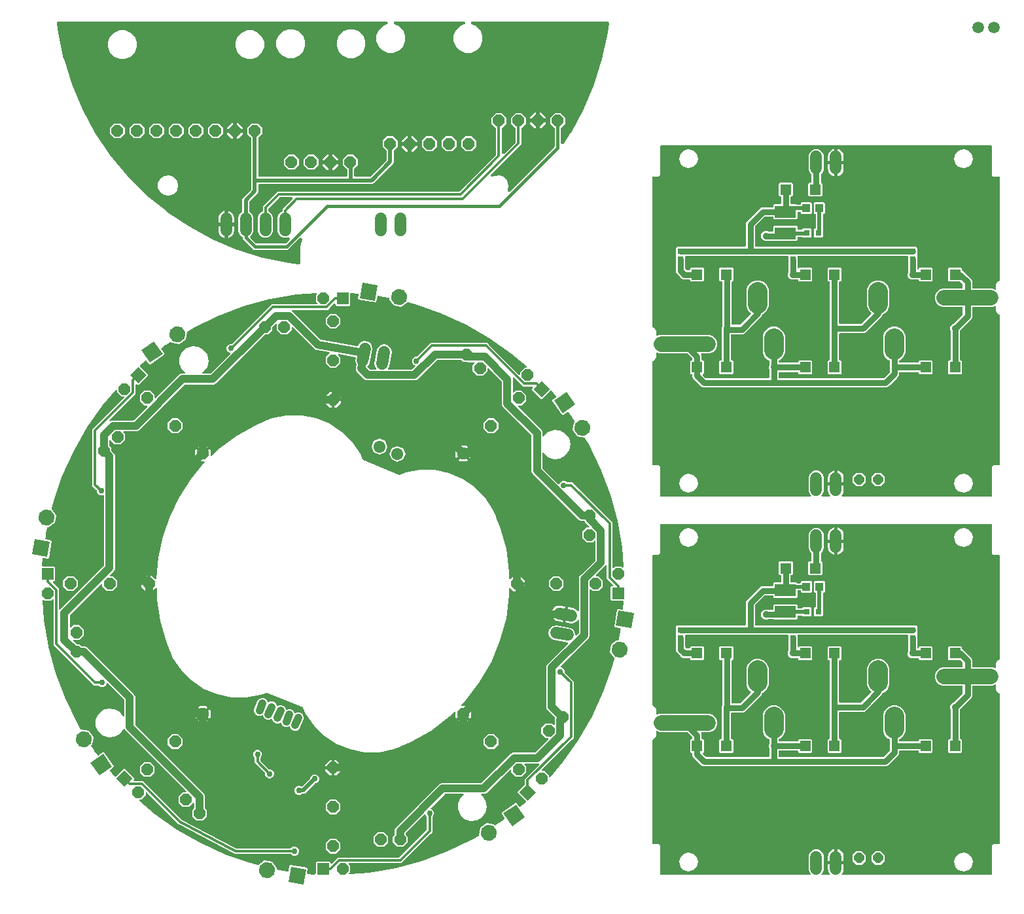
<source format=gbr>
G04 EAGLE Gerber RS-274X export*
G75*
%MOMM*%
%FSLAX34Y34*%
%LPD*%
%INBottom Copper*%
%IPPOS*%
%AMOC8*
5,1,8,0,0,1.08239X$1,22.5*%
G01*
%ADD10R,2.700000X1.600000*%
%ADD11R,1.400000X1.400000*%
%ADD12C,1.524000*%
%ADD13R,0.800000X0.800000*%
%ADD14R,1.000000X1.100000*%
%ADD15C,2.500000*%
%ADD16C,2.000000*%
%ADD17P,1.415766X8X22.500000*%
%ADD18P,1.632244X8X180.000000*%
%ADD19P,1.632244X8X337.500000*%
%ADD20P,1.632244X8X292.500000*%
%ADD21P,1.632244X8X22.500000*%
%ADD22C,1.008000*%
%ADD23R,1.524000X1.524000*%
%ADD24P,1.649562X8X292.500000*%
%ADD25R,1.524000X1.524000*%
%ADD26P,1.649562X8X247.500000*%
%ADD27P,1.649562X8X202.500000*%
%ADD28P,1.632244X8X247.500000*%
%ADD29P,1.649562X8X157.500000*%
%ADD30P,1.632244X8X202.500000*%
%ADD31P,1.649562X8X112.500000*%
%ADD32P,1.632244X8X157.500000*%
%ADD33P,1.649562X8X67.500000*%
%ADD34P,1.632244X8X112.500000*%
%ADD35P,1.649562X8X22.500000*%
%ADD36P,1.632244X8X67.500000*%
%ADD37P,1.649562X8X337.500000*%
%ADD38R,2.000000X2.000000*%
%ADD39P,2.164780X8X192.500000*%
%ADD40P,2.164780X8X147.500000*%
%ADD41P,2.164780X8X102.500000*%
%ADD42P,2.164780X8X237.500000*%
%ADD43P,2.164780X8X57.500000*%
%ADD44P,2.164780X8X372.500000*%
%ADD45P,2.164780X8X327.500000*%
%ADD46P,2.164780X8X282.500000*%
%ADD47C,0.500000*%
%ADD48C,0.800000*%
%ADD49C,0.906400*%
%ADD50C,0.756400*%
%ADD51C,1.000000*%
%ADD52C,0.300000*%
%ADD53C,0.400000*%
%ADD54C,1.500000*%

G36*
X366736Y13766D02*
X366736Y13766D01*
X366808Y13765D01*
X366875Y13783D01*
X366944Y13792D01*
X367010Y13821D01*
X367080Y13840D01*
X367139Y13877D01*
X367203Y13904D01*
X367258Y13950D01*
X367320Y13988D01*
X367366Y14040D01*
X367420Y14084D01*
X367460Y14144D01*
X367509Y14197D01*
X367539Y14260D01*
X367578Y14318D01*
X367600Y14386D01*
X367632Y14451D01*
X367642Y14514D01*
X367665Y14586D01*
X367668Y14680D01*
X367679Y14756D01*
X367679Y29449D01*
X368851Y30621D01*
X385749Y30621D01*
X386921Y29449D01*
X386921Y28310D01*
X386925Y28278D01*
X386923Y28246D01*
X386945Y28139D01*
X386961Y28031D01*
X386974Y28001D01*
X386980Y27970D01*
X387032Y27873D01*
X387077Y27774D01*
X387098Y27749D01*
X387113Y27721D01*
X387189Y27643D01*
X387260Y27560D01*
X387287Y27542D01*
X387310Y27519D01*
X387405Y27465D01*
X387496Y27405D01*
X387527Y27396D01*
X387555Y27380D01*
X387662Y27355D01*
X387766Y27323D01*
X387798Y27322D01*
X387829Y27315D01*
X387939Y27320D01*
X388048Y27319D01*
X388079Y27327D01*
X388111Y27329D01*
X388214Y27365D01*
X388320Y27394D01*
X388347Y27411D01*
X388378Y27422D01*
X388451Y27475D01*
X388560Y27542D01*
X388592Y27578D01*
X388627Y27603D01*
X394301Y33277D01*
X394301Y33278D01*
X396644Y35621D01*
X475256Y35621D01*
X475351Y35634D01*
X475447Y35639D01*
X475490Y35654D01*
X475535Y35661D01*
X475623Y35700D01*
X475714Y35732D01*
X475748Y35757D01*
X475792Y35777D01*
X475890Y35860D01*
X475963Y35913D01*
X511207Y71157D01*
X511264Y71234D01*
X511329Y71306D01*
X511349Y71347D01*
X511376Y71383D01*
X511410Y71473D01*
X511452Y71559D01*
X511458Y71601D01*
X511475Y71647D01*
X511485Y71774D01*
X511499Y71864D01*
X511499Y87909D01*
X511486Y88004D01*
X511481Y88100D01*
X511466Y88143D01*
X511459Y88188D01*
X511420Y88276D01*
X511388Y88366D01*
X511363Y88401D01*
X511343Y88445D01*
X511260Y88542D01*
X511207Y88615D01*
X510098Y89724D01*
X509580Y90974D01*
X509520Y91076D01*
X509464Y91180D01*
X509448Y91197D01*
X509437Y91216D01*
X509350Y91298D01*
X509267Y91383D01*
X509247Y91394D01*
X509231Y91409D01*
X509125Y91463D01*
X509022Y91522D01*
X509000Y91527D01*
X508979Y91537D01*
X508863Y91559D01*
X508747Y91586D01*
X508725Y91585D01*
X508702Y91590D01*
X508585Y91578D01*
X508466Y91572D01*
X508444Y91565D01*
X508422Y91562D01*
X508312Y91519D01*
X508199Y91480D01*
X508182Y91467D01*
X508160Y91458D01*
X508012Y91343D01*
X507950Y91298D01*
X484293Y67641D01*
X484236Y67564D01*
X484171Y67493D01*
X484151Y67452D01*
X484124Y67415D01*
X484090Y67325D01*
X484048Y67239D01*
X484042Y67197D01*
X484025Y67151D01*
X484015Y67024D01*
X484001Y66934D01*
X484001Y65806D01*
X484014Y65711D01*
X484019Y65615D01*
X484034Y65572D01*
X484041Y65527D01*
X484080Y65439D01*
X484112Y65348D01*
X484137Y65314D01*
X484157Y65270D01*
X484240Y65172D01*
X484293Y65099D01*
X486541Y62852D01*
X486541Y54948D01*
X480952Y49359D01*
X473048Y49359D01*
X467459Y54948D01*
X467459Y62852D01*
X469707Y65099D01*
X469764Y65176D01*
X469829Y65247D01*
X469849Y65288D01*
X469876Y65325D01*
X469910Y65415D01*
X469952Y65501D01*
X469958Y65543D01*
X469975Y65589D01*
X469985Y65716D01*
X469999Y65806D01*
X469999Y71641D01*
X471065Y74214D01*
X527950Y131098D01*
X530523Y132164D01*
X581829Y132164D01*
X581924Y132178D01*
X582020Y132183D01*
X582063Y132198D01*
X582108Y132204D01*
X582196Y132244D01*
X582287Y132275D01*
X582321Y132300D01*
X582365Y132320D01*
X582463Y132404D01*
X582536Y132457D01*
X620283Y170204D01*
X622856Y171270D01*
X651118Y171270D01*
X651213Y171283D01*
X651309Y171288D01*
X651352Y171303D01*
X651397Y171310D01*
X651485Y171349D01*
X651576Y171381D01*
X651610Y171406D01*
X651654Y171426D01*
X651751Y171509D01*
X651824Y171562D01*
X668677Y188415D01*
X668696Y188440D01*
X668721Y188461D01*
X668781Y188553D01*
X668846Y188640D01*
X668857Y188670D01*
X668875Y188697D01*
X668907Y188802D01*
X668946Y188904D01*
X668948Y188936D01*
X668957Y188967D01*
X668959Y189076D01*
X668967Y189185D01*
X668961Y189217D01*
X668961Y189249D01*
X668932Y189355D01*
X668910Y189461D01*
X668895Y189490D01*
X668886Y189521D01*
X668829Y189614D01*
X668777Y189710D01*
X668755Y189733D01*
X668738Y189761D01*
X668657Y189834D01*
X668581Y189912D01*
X668552Y189928D01*
X668529Y189950D01*
X668430Y189998D01*
X668335Y190051D01*
X668304Y190059D01*
X668275Y190073D01*
X668186Y190087D01*
X668061Y190116D01*
X668012Y190114D01*
X667970Y190120D01*
X665309Y190120D01*
X659720Y195709D01*
X659720Y203613D01*
X665309Y209202D01*
X673213Y209202D01*
X675095Y207320D01*
X675120Y207301D01*
X675141Y207276D01*
X675233Y207216D01*
X675320Y207151D01*
X675350Y207140D01*
X675377Y207122D01*
X675482Y207090D01*
X675584Y207051D01*
X675616Y207049D01*
X675647Y207040D01*
X675756Y207038D01*
X675865Y207030D01*
X675897Y207036D01*
X675929Y207036D01*
X676035Y207065D01*
X676141Y207087D01*
X676170Y207102D01*
X676201Y207111D01*
X676294Y207168D01*
X676390Y207220D01*
X676413Y207242D01*
X676441Y207259D01*
X676514Y207340D01*
X676592Y207416D01*
X676608Y207445D01*
X676630Y207468D01*
X676678Y207567D01*
X676731Y207662D01*
X676739Y207693D01*
X676753Y207722D01*
X676767Y207811D01*
X676796Y207936D01*
X676794Y207985D01*
X676800Y208027D01*
X676800Y215594D01*
X677071Y216248D01*
X677074Y216257D01*
X677078Y216265D01*
X677109Y216394D01*
X677116Y216420D01*
X677125Y216450D01*
X677125Y216456D01*
X677141Y216521D01*
X677141Y216530D01*
X677143Y216540D01*
X677137Y216672D01*
X677132Y216803D01*
X677129Y216812D01*
X677129Y216821D01*
X677086Y216946D01*
X677045Y217071D01*
X677040Y217079D01*
X677036Y217088D01*
X676991Y217150D01*
X676886Y217304D01*
X676867Y217319D01*
X676855Y217337D01*
X667243Y226948D01*
X666177Y229521D01*
X666177Y282730D01*
X667243Y285303D01*
X669353Y287413D01*
X694273Y312333D01*
X694325Y312402D01*
X694384Y312465D01*
X694409Y312514D01*
X694442Y312558D01*
X694473Y312639D01*
X694512Y312716D01*
X694522Y312770D01*
X694542Y312822D01*
X694548Y312908D01*
X694565Y312993D01*
X694559Y313048D01*
X694564Y313103D01*
X694546Y313188D01*
X694538Y313274D01*
X694517Y313325D01*
X694506Y313379D01*
X694465Y313456D01*
X694433Y313536D01*
X694399Y313579D01*
X694373Y313628D01*
X694313Y313690D01*
X694260Y313758D01*
X694215Y313791D01*
X694177Y313830D01*
X694101Y313873D01*
X694032Y313924D01*
X693983Y313940D01*
X693931Y313969D01*
X693821Y313995D01*
X693740Y314023D01*
X675214Y317290D01*
X671986Y319346D01*
X669791Y322481D01*
X668962Y326218D01*
X669627Y329987D01*
X671683Y333215D01*
X674819Y335411D01*
X678555Y336239D01*
X697333Y332928D01*
X700561Y330872D01*
X702756Y327736D01*
X703618Y323850D01*
X703641Y323789D01*
X703654Y323726D01*
X703690Y323658D01*
X703717Y323586D01*
X703756Y323534D01*
X703786Y323477D01*
X703840Y323422D01*
X703886Y323360D01*
X703938Y323321D01*
X703983Y323275D01*
X704050Y323237D01*
X704112Y323191D01*
X704172Y323168D01*
X704228Y323136D01*
X704303Y323118D01*
X704375Y323091D01*
X704440Y323086D01*
X704503Y323071D01*
X704580Y323075D01*
X704657Y323069D01*
X704720Y323082D01*
X704784Y323085D01*
X704857Y323111D01*
X704933Y323126D01*
X704990Y323157D01*
X705051Y323178D01*
X705107Y323219D01*
X705182Y323259D01*
X705243Y323318D01*
X705300Y323360D01*
X707967Y326026D01*
X708024Y326103D01*
X708089Y326175D01*
X708109Y326215D01*
X708136Y326252D01*
X708170Y326342D01*
X708212Y326428D01*
X708218Y326470D01*
X708235Y326516D01*
X708245Y326643D01*
X708259Y326733D01*
X708259Y342294D01*
X708245Y342395D01*
X708239Y342497D01*
X708225Y342534D01*
X708219Y342574D01*
X708178Y342666D01*
X708143Y342762D01*
X708120Y342794D01*
X708103Y342831D01*
X708037Y342908D01*
X707977Y342990D01*
X707946Y343015D01*
X707920Y343045D01*
X707835Y343101D01*
X707754Y343163D01*
X707717Y343177D01*
X707684Y343199D01*
X707587Y343229D01*
X707492Y343266D01*
X707452Y343270D01*
X707414Y343282D01*
X707313Y343283D01*
X707211Y343293D01*
X707172Y343285D01*
X707132Y343285D01*
X707034Y343258D01*
X706934Y343239D01*
X706899Y343221D01*
X706860Y343210D01*
X706774Y343157D01*
X706683Y343110D01*
X706656Y343084D01*
X706620Y343062D01*
X706528Y342960D01*
X706462Y342896D01*
X705822Y342046D01*
X704671Y340935D01*
X703361Y340018D01*
X701924Y339317D01*
X700394Y338849D01*
X698811Y338627D01*
X697211Y338655D01*
X690889Y339769D01*
X692479Y348791D01*
X692481Y348855D01*
X692493Y348918D01*
X692486Y348995D01*
X692489Y349073D01*
X692473Y349135D01*
X692467Y349199D01*
X692438Y349271D01*
X692419Y349346D01*
X692386Y349401D01*
X692362Y349461D01*
X692315Y349522D01*
X692275Y349589D01*
X692229Y349633D01*
X692189Y349684D01*
X692126Y349729D01*
X692070Y349782D01*
X692012Y349811D01*
X691960Y349849D01*
X691894Y349871D01*
X691818Y349910D01*
X691735Y349926D01*
X691669Y349949D01*
X690683Y350122D01*
X690683Y350124D01*
X691669Y349950D01*
X691733Y349948D01*
X691796Y349936D01*
X691874Y349944D01*
X691951Y349941D01*
X692013Y349957D01*
X692077Y349963D01*
X692149Y349992D01*
X692224Y350011D01*
X692279Y350043D01*
X692339Y350067D01*
X692400Y350115D01*
X692467Y350154D01*
X692511Y350201D01*
X692562Y350241D01*
X692607Y350303D01*
X692660Y350360D01*
X692689Y350417D01*
X692727Y350469D01*
X692750Y350535D01*
X692788Y350611D01*
X692804Y350694D01*
X692827Y350761D01*
X694417Y359782D01*
X700740Y358667D01*
X702253Y358147D01*
X703665Y357396D01*
X704942Y356433D01*
X706053Y355283D01*
X706441Y354728D01*
X706523Y354641D01*
X706600Y354551D01*
X706619Y354538D01*
X706634Y354522D01*
X706736Y354462D01*
X706836Y354396D01*
X706858Y354390D01*
X706877Y354378D01*
X706992Y354349D01*
X707106Y354314D01*
X707128Y354313D01*
X707150Y354308D01*
X707269Y354312D01*
X707388Y354310D01*
X707409Y354316D01*
X707432Y354317D01*
X707545Y354353D01*
X707660Y354385D01*
X707679Y354397D01*
X707700Y354404D01*
X707798Y354471D01*
X707900Y354533D01*
X707915Y354550D01*
X707933Y354563D01*
X708009Y354654D01*
X708089Y354743D01*
X708098Y354763D01*
X708113Y354780D01*
X708160Y354889D01*
X708212Y354996D01*
X708215Y355017D01*
X708224Y355039D01*
X708248Y355226D01*
X708259Y355301D01*
X708259Y397415D01*
X709325Y399988D01*
X711435Y402098D01*
X729347Y420010D01*
X729404Y420087D01*
X729469Y420158D01*
X729489Y420199D01*
X729516Y420235D01*
X729550Y420325D01*
X729592Y420412D01*
X729598Y420454D01*
X729615Y420499D01*
X729625Y420627D01*
X729639Y420716D01*
X729639Y444634D01*
X729635Y444666D01*
X729637Y444698D01*
X729615Y444805D01*
X729599Y444913D01*
X729586Y444943D01*
X729580Y444974D01*
X729528Y445071D01*
X729483Y445170D01*
X729462Y445195D01*
X729447Y445223D01*
X729371Y445302D01*
X729300Y445385D01*
X729273Y445402D01*
X729250Y445425D01*
X729155Y445479D01*
X729064Y445539D01*
X729033Y445549D01*
X729005Y445564D01*
X728899Y445590D01*
X728794Y445622D01*
X728762Y445622D01*
X728731Y445629D01*
X728621Y445624D01*
X728512Y445625D01*
X728481Y445617D01*
X728449Y445615D01*
X728346Y445579D01*
X728240Y445550D01*
X728213Y445533D01*
X728182Y445523D01*
X728109Y445469D01*
X728000Y445402D01*
X727968Y445366D01*
X727933Y445341D01*
X726052Y443459D01*
X718148Y443459D01*
X712559Y449048D01*
X712559Y456952D01*
X718148Y462541D01*
X720809Y462541D01*
X720841Y462545D01*
X720873Y462543D01*
X720980Y462565D01*
X721088Y462581D01*
X721118Y462594D01*
X721149Y462600D01*
X721246Y462652D01*
X721345Y462697D01*
X721370Y462718D01*
X721398Y462733D01*
X721476Y462809D01*
X721559Y462880D01*
X721577Y462907D01*
X721600Y462930D01*
X721654Y463025D01*
X721714Y463116D01*
X721723Y463147D01*
X721739Y463175D01*
X721764Y463282D01*
X721796Y463386D01*
X721797Y463418D01*
X721804Y463449D01*
X721799Y463559D01*
X721800Y463668D01*
X721792Y463699D01*
X721790Y463731D01*
X721754Y463834D01*
X721725Y463940D01*
X721708Y463967D01*
X721697Y463998D01*
X721644Y464071D01*
X721577Y464180D01*
X721541Y464212D01*
X721516Y464247D01*
X716165Y469597D01*
X715840Y470382D01*
X715835Y470390D01*
X715832Y470400D01*
X715763Y470513D01*
X715696Y470625D01*
X715689Y470632D01*
X715684Y470640D01*
X715586Y470728D01*
X715490Y470818D01*
X715482Y470822D01*
X715475Y470829D01*
X715357Y470886D01*
X715239Y470946D01*
X715230Y470948D01*
X715221Y470952D01*
X715145Y470964D01*
X714962Y470998D01*
X714938Y470996D01*
X714917Y470999D01*
X711309Y470999D01*
X708736Y472065D01*
X648126Y532675D01*
X647061Y535248D01*
X647061Y581527D01*
X647047Y581622D01*
X647042Y581718D01*
X647027Y581761D01*
X647021Y581806D01*
X646981Y581894D01*
X646950Y581985D01*
X646925Y582019D01*
X646905Y582063D01*
X646821Y582161D01*
X646768Y582234D01*
X609796Y619206D01*
X608730Y621779D01*
X608730Y650918D01*
X608717Y651013D01*
X608712Y651109D01*
X608697Y651152D01*
X608690Y651197D01*
X608651Y651285D01*
X608619Y651376D01*
X608594Y651410D01*
X608574Y651454D01*
X608491Y651551D01*
X608438Y651624D01*
X591585Y668477D01*
X591560Y668496D01*
X591539Y668521D01*
X591447Y668581D01*
X591360Y668646D01*
X591330Y668657D01*
X591303Y668675D01*
X591198Y668707D01*
X591096Y668746D01*
X591064Y668748D01*
X591033Y668757D01*
X590924Y668759D01*
X590815Y668767D01*
X590783Y668761D01*
X590751Y668761D01*
X590645Y668732D01*
X590539Y668710D01*
X590510Y668695D01*
X590479Y668686D01*
X590386Y668629D01*
X590290Y668577D01*
X590267Y668555D01*
X590239Y668538D01*
X590166Y668457D01*
X590088Y668381D01*
X590072Y668352D01*
X590050Y668329D01*
X590002Y668230D01*
X589949Y668135D01*
X589941Y668104D01*
X589927Y668075D01*
X589913Y667986D01*
X589884Y667861D01*
X589886Y667812D01*
X589880Y667770D01*
X589880Y665109D01*
X584291Y659520D01*
X576387Y659520D01*
X570798Y665109D01*
X570798Y673013D01*
X572680Y674895D01*
X572699Y674920D01*
X572724Y674941D01*
X572784Y675033D01*
X572849Y675120D01*
X572860Y675150D01*
X572878Y675177D01*
X572910Y675282D01*
X572948Y675384D01*
X572951Y675416D01*
X572960Y675447D01*
X572962Y675556D01*
X572970Y675665D01*
X572964Y675697D01*
X572964Y675729D01*
X572935Y675835D01*
X572913Y675941D01*
X572898Y675970D01*
X572889Y676001D01*
X572831Y676094D01*
X572780Y676190D01*
X572758Y676213D01*
X572741Y676241D01*
X572660Y676314D01*
X572583Y676392D01*
X572555Y676408D01*
X572531Y676430D01*
X572433Y676478D01*
X572338Y676531D01*
X572307Y676539D01*
X572278Y676553D01*
X572188Y676567D01*
X572064Y676596D01*
X572015Y676594D01*
X571973Y676600D01*
X564406Y676600D01*
X563147Y677122D01*
X563107Y677132D01*
X563069Y677151D01*
X562984Y677164D01*
X562874Y677192D01*
X562815Y677190D01*
X562765Y677198D01*
X558709Y677198D01*
X556462Y679445D01*
X556385Y679503D01*
X556314Y679568D01*
X556273Y679587D01*
X556236Y679615D01*
X556146Y679649D01*
X556060Y679691D01*
X556018Y679697D01*
X555973Y679714D01*
X555845Y679724D01*
X555755Y679738D01*
X525301Y679738D01*
X525206Y679725D01*
X525109Y679720D01*
X525066Y679705D01*
X525021Y679698D01*
X524934Y679659D01*
X524843Y679627D01*
X524809Y679602D01*
X524764Y679582D01*
X524667Y679499D01*
X524594Y679445D01*
X499214Y654065D01*
X496641Y652999D01*
X433607Y652999D01*
X431034Y654065D01*
X428925Y656175D01*
X422269Y662830D01*
X422169Y662906D01*
X422101Y662965D01*
X421658Y663249D01*
X421268Y663809D01*
X421204Y663879D01*
X421185Y663909D01*
X421173Y663919D01*
X421155Y663945D01*
X420672Y664428D01*
X420470Y664914D01*
X420407Y665022D01*
X420367Y665103D01*
X420066Y665534D01*
X419920Y666201D01*
X419886Y666293D01*
X419867Y666370D01*
X419606Y667001D01*
X419606Y667527D01*
X419588Y667651D01*
X419583Y667741D01*
X419470Y668255D01*
X419590Y668927D01*
X419594Y669025D01*
X419606Y669103D01*
X419606Y669786D01*
X419807Y670272D01*
X419838Y670393D01*
X419868Y670478D01*
X420412Y673521D01*
X420415Y673619D01*
X420427Y673715D01*
X420420Y673759D01*
X420422Y673803D01*
X420398Y673898D01*
X420382Y673994D01*
X420364Y674031D01*
X420353Y674077D01*
X420287Y674189D01*
X420247Y674270D01*
X419575Y675229D01*
X418747Y678966D01*
X419320Y682217D01*
X419322Y682276D01*
X419334Y682335D01*
X419327Y682417D01*
X419329Y682498D01*
X419315Y682556D01*
X419309Y682616D01*
X419280Y682693D01*
X419259Y682772D01*
X419229Y682823D01*
X419207Y682879D01*
X419158Y682944D01*
X419116Y683014D01*
X419072Y683055D01*
X419036Y683103D01*
X418970Y683151D01*
X418911Y683208D01*
X418857Y683235D01*
X418809Y683270D01*
X418739Y683295D01*
X418659Y683336D01*
X418581Y683350D01*
X418518Y683373D01*
X397868Y687203D01*
X397744Y687208D01*
X397621Y687217D01*
X397604Y687214D01*
X397586Y687215D01*
X397466Y687185D01*
X397345Y687160D01*
X397330Y687151D01*
X397312Y687147D01*
X397205Y687085D01*
X397096Y687027D01*
X397084Y687015D01*
X397068Y687006D01*
X396983Y686917D01*
X396894Y686831D01*
X396885Y686815D01*
X396873Y686802D01*
X396816Y686693D01*
X396755Y686585D01*
X396751Y686568D01*
X396743Y686552D01*
X396719Y686431D01*
X396690Y686311D01*
X396691Y686293D01*
X396688Y686275D01*
X396698Y686152D01*
X396705Y686029D01*
X396711Y686012D01*
X396712Y685994D01*
X396757Y685879D01*
X396797Y685763D01*
X396807Y685749D01*
X396814Y685731D01*
X396947Y685558D01*
X396979Y685514D01*
X399541Y682952D01*
X399541Y675048D01*
X393952Y669459D01*
X386048Y669459D01*
X380459Y675048D01*
X380459Y682952D01*
X385426Y687919D01*
X385475Y687984D01*
X385532Y688043D01*
X385560Y688096D01*
X385595Y688144D01*
X385624Y688221D01*
X385662Y688294D01*
X385674Y688352D01*
X385695Y688408D01*
X385701Y688490D01*
X385717Y688570D01*
X385712Y688630D01*
X385717Y688689D01*
X385700Y688769D01*
X385693Y688851D01*
X385671Y688907D01*
X385659Y688965D01*
X385621Y689038D01*
X385591Y689114D01*
X385555Y689162D01*
X385527Y689214D01*
X385469Y689273D01*
X385420Y689338D01*
X385372Y689374D01*
X385330Y689416D01*
X385258Y689457D01*
X385193Y689505D01*
X385140Y689524D01*
X385084Y689555D01*
X384980Y689580D01*
X384902Y689608D01*
X370143Y692345D01*
X370041Y692349D01*
X369961Y692362D01*
X369304Y692362D01*
X368794Y692573D01*
X368677Y692603D01*
X368593Y692633D01*
X368050Y692733D01*
X367500Y693091D01*
X367407Y693134D01*
X367338Y693176D01*
X366731Y693428D01*
X366340Y693818D01*
X366244Y693890D01*
X366178Y693950D01*
X365715Y694250D01*
X365343Y694792D01*
X365288Y694851D01*
X365267Y694885D01*
X365247Y694904D01*
X365226Y694933D01*
X338247Y721912D01*
X338221Y721931D01*
X338200Y721956D01*
X338108Y722016D01*
X338021Y722081D01*
X337991Y722093D01*
X337964Y722110D01*
X337859Y722142D01*
X337757Y722181D01*
X337725Y722183D01*
X337694Y722193D01*
X337585Y722194D01*
X337476Y722203D01*
X337444Y722196D01*
X337412Y722196D01*
X337307Y722167D01*
X337200Y722145D01*
X337171Y722130D01*
X337140Y722121D01*
X337047Y722064D01*
X336951Y722012D01*
X336928Y721990D01*
X336900Y721973D01*
X336827Y721892D01*
X336749Y721816D01*
X336733Y721788D01*
X336711Y721764D01*
X336664Y721665D01*
X336610Y721570D01*
X336602Y721539D01*
X336588Y721510D01*
X336574Y721421D01*
X336545Y721296D01*
X336547Y721247D01*
X336541Y721205D01*
X336541Y718148D01*
X330952Y712559D01*
X323048Y712559D01*
X317459Y718148D01*
X317459Y725246D01*
X317455Y725278D01*
X317457Y725310D01*
X317451Y725341D01*
X317451Y725350D01*
X317442Y725383D01*
X317435Y725417D01*
X317419Y725526D01*
X317406Y725555D01*
X317400Y725587D01*
X317348Y725683D01*
X317303Y725783D01*
X317282Y725807D01*
X317267Y725835D01*
X317191Y725914D01*
X317120Y725997D01*
X317093Y726014D01*
X317070Y726038D01*
X316975Y726091D01*
X316884Y726151D01*
X316853Y726161D01*
X316825Y726177D01*
X316719Y726202D01*
X316614Y726234D01*
X316582Y726234D01*
X316551Y726242D01*
X316441Y726236D01*
X316332Y726237D01*
X316301Y726229D01*
X316269Y726227D01*
X316166Y726191D01*
X316060Y726162D01*
X316033Y726145D01*
X316002Y726135D01*
X315929Y726081D01*
X315915Y726073D01*
X315900Y726066D01*
X315889Y726057D01*
X315820Y726014D01*
X315788Y725978D01*
X315753Y725953D01*
X311833Y722033D01*
X311776Y721956D01*
X311711Y721885D01*
X311691Y721844D01*
X311664Y721807D01*
X311630Y721717D01*
X311588Y721631D01*
X311582Y721589D01*
X311565Y721543D01*
X311555Y721416D01*
X311541Y721326D01*
X311541Y718148D01*
X305952Y712559D01*
X302495Y712559D01*
X302400Y712546D01*
X302304Y712541D01*
X302261Y712526D01*
X302216Y712519D01*
X302128Y712480D01*
X302037Y712448D01*
X302003Y712423D01*
X301959Y712403D01*
X301862Y712320D01*
X301789Y712267D01*
X238315Y648793D01*
X235742Y647727D01*
X198716Y647727D01*
X198621Y647714D01*
X198525Y647709D01*
X198482Y647694D01*
X198437Y647687D01*
X198349Y647648D01*
X198258Y647616D01*
X198224Y647591D01*
X198180Y647571D01*
X198082Y647488D01*
X198009Y647435D01*
X138919Y588344D01*
X136345Y587278D01*
X119704Y587278D01*
X119673Y587274D01*
X119640Y587276D01*
X119533Y587254D01*
X119425Y587238D01*
X119396Y587225D01*
X119364Y587218D01*
X119268Y587167D01*
X119168Y587122D01*
X119144Y587101D01*
X119115Y587086D01*
X119037Y587010D01*
X118954Y586939D01*
X118936Y586912D01*
X118913Y586889D01*
X118860Y586794D01*
X118800Y586703D01*
X118790Y586672D01*
X118774Y586644D01*
X118749Y586537D01*
X118717Y586433D01*
X118717Y586401D01*
X118709Y586369D01*
X118715Y586260D01*
X118713Y586151D01*
X118722Y586120D01*
X118724Y586088D01*
X118759Y585985D01*
X118789Y585879D01*
X118806Y585852D01*
X118816Y585821D01*
X118869Y585748D01*
X118937Y585639D01*
X118973Y585607D01*
X118998Y585572D01*
X120880Y583691D01*
X120880Y575787D01*
X115291Y570198D01*
X107387Y570198D01*
X102368Y575217D01*
X102342Y575237D01*
X102321Y575261D01*
X102229Y575321D01*
X102142Y575387D01*
X102112Y575398D01*
X102085Y575416D01*
X101981Y575448D01*
X101878Y575486D01*
X101846Y575489D01*
X101815Y575498D01*
X101706Y575499D01*
X101597Y575508D01*
X101566Y575501D01*
X101533Y575502D01*
X101428Y575473D01*
X101321Y575450D01*
X101293Y575435D01*
X101261Y575427D01*
X101168Y575369D01*
X101072Y575318D01*
X101049Y575295D01*
X101021Y575278D01*
X100948Y575197D01*
X100870Y575121D01*
X100854Y575093D01*
X100832Y575069D01*
X100785Y574971D01*
X100731Y574876D01*
X100723Y574844D01*
X100709Y574815D01*
X100696Y574726D01*
X100666Y574601D01*
X100668Y574553D01*
X100662Y574511D01*
X100662Y568967D01*
X100675Y568872D01*
X100680Y568776D01*
X100695Y568733D01*
X100702Y568688D01*
X100741Y568600D01*
X100773Y568509D01*
X100798Y568475D01*
X100818Y568431D01*
X100901Y568334D01*
X100955Y568260D01*
X103202Y566013D01*
X103202Y562835D01*
X103215Y562740D01*
X103220Y562644D01*
X103235Y562601D01*
X103242Y562556D01*
X103281Y562468D01*
X103313Y562377D01*
X103338Y562343D01*
X103358Y562299D01*
X103441Y562201D01*
X103495Y562128D01*
X106717Y558906D01*
X107783Y556333D01*
X107783Y408952D01*
X106717Y406379D01*
X101584Y401247D01*
X101565Y401221D01*
X101541Y401200D01*
X101481Y401108D01*
X101415Y401021D01*
X101404Y400991D01*
X101386Y400964D01*
X101354Y400859D01*
X101316Y400757D01*
X101313Y400725D01*
X101304Y400694D01*
X101302Y400585D01*
X101294Y400476D01*
X101300Y400444D01*
X101300Y400412D01*
X101329Y400307D01*
X101351Y400200D01*
X101366Y400171D01*
X101375Y400140D01*
X101433Y400047D01*
X101484Y399951D01*
X101506Y399928D01*
X101523Y399900D01*
X101604Y399827D01*
X101681Y399749D01*
X101709Y399733D01*
X101733Y399711D01*
X101831Y399664D01*
X101926Y399610D01*
X101957Y399602D01*
X101986Y399588D01*
X102076Y399574D01*
X102200Y399545D01*
X102249Y399547D01*
X102291Y399541D01*
X104952Y399541D01*
X110541Y393952D01*
X110541Y386048D01*
X104952Y380459D01*
X97048Y380459D01*
X91459Y386048D01*
X91459Y388709D01*
X91455Y388741D01*
X91457Y388773D01*
X91435Y388880D01*
X91419Y388988D01*
X91406Y389018D01*
X91400Y389049D01*
X91348Y389146D01*
X91303Y389245D01*
X91282Y389270D01*
X91267Y389298D01*
X91191Y389377D01*
X91120Y389459D01*
X91093Y389477D01*
X91070Y389500D01*
X90975Y389554D01*
X90884Y389614D01*
X90853Y389623D01*
X90825Y389639D01*
X90718Y389664D01*
X90614Y389696D01*
X90582Y389697D01*
X90551Y389704D01*
X90441Y389699D01*
X90332Y389700D01*
X90301Y389692D01*
X90269Y389690D01*
X90166Y389654D01*
X90060Y389625D01*
X90033Y389608D01*
X90002Y389597D01*
X89929Y389544D01*
X89820Y389477D01*
X89788Y389441D01*
X89753Y389416D01*
X49753Y349416D01*
X49696Y349339D01*
X49631Y349267D01*
X49611Y349226D01*
X49584Y349190D01*
X49550Y349100D01*
X49508Y349014D01*
X49502Y348972D01*
X49485Y348926D01*
X49475Y348798D01*
X49461Y348709D01*
X49461Y334466D01*
X49465Y334434D01*
X49463Y334402D01*
X49485Y334295D01*
X49501Y334187D01*
X49514Y334157D01*
X49520Y334126D01*
X49572Y334029D01*
X49617Y333930D01*
X49638Y333905D01*
X49653Y333877D01*
X49729Y333798D01*
X49800Y333715D01*
X49827Y333698D01*
X49850Y333675D01*
X49945Y333621D01*
X50036Y333561D01*
X50067Y333551D01*
X50095Y333536D01*
X50201Y333510D01*
X50306Y333478D01*
X50338Y333478D01*
X50369Y333471D01*
X50479Y333476D01*
X50588Y333475D01*
X50619Y333483D01*
X50651Y333485D01*
X50754Y333521D01*
X50860Y333550D01*
X50887Y333567D01*
X50918Y333577D01*
X50991Y333631D01*
X51100Y333698D01*
X51132Y333734D01*
X51167Y333759D01*
X53948Y336541D01*
X61852Y336541D01*
X67441Y330952D01*
X67441Y323048D01*
X61852Y317459D01*
X54754Y317459D01*
X54722Y317455D01*
X54690Y317457D01*
X54583Y317435D01*
X54474Y317419D01*
X54445Y317406D01*
X54413Y317400D01*
X54317Y317348D01*
X54217Y317303D01*
X54193Y317282D01*
X54165Y317267D01*
X54086Y317191D01*
X54003Y317120D01*
X53986Y317093D01*
X53962Y317070D01*
X53909Y316975D01*
X53849Y316884D01*
X53839Y316853D01*
X53823Y316825D01*
X53798Y316719D01*
X53766Y316614D01*
X53766Y316582D01*
X53758Y316551D01*
X53764Y316441D01*
X53763Y316332D01*
X53771Y316301D01*
X53773Y316269D01*
X53809Y316166D01*
X53838Y316060D01*
X53855Y316033D01*
X53865Y316002D01*
X53919Y315929D01*
X53986Y315820D01*
X54022Y315788D01*
X54047Y315753D01*
X57967Y311833D01*
X58044Y311776D01*
X58115Y311711D01*
X58156Y311691D01*
X58193Y311664D01*
X58283Y311630D01*
X58369Y311588D01*
X58411Y311582D01*
X58457Y311565D01*
X58584Y311555D01*
X58674Y311541D01*
X61852Y311541D01*
X64099Y309293D01*
X64176Y309236D01*
X64247Y309171D01*
X64288Y309151D01*
X64325Y309124D01*
X64415Y309090D01*
X64501Y309048D01*
X64543Y309042D01*
X64589Y309025D01*
X64716Y309015D01*
X64806Y309001D01*
X69061Y309001D01*
X71634Y307935D01*
X133045Y246524D01*
X134111Y243951D01*
X134111Y207941D01*
X134124Y207846D01*
X134129Y207750D01*
X134144Y207707D01*
X134151Y207662D01*
X134190Y207574D01*
X134222Y207483D01*
X134247Y207449D01*
X134267Y207405D01*
X134350Y207308D01*
X134403Y207234D01*
X223274Y118364D01*
X224340Y115791D01*
X224340Y115723D01*
X224340Y99967D01*
X224353Y99872D01*
X224358Y99776D01*
X224373Y99733D01*
X224379Y99688D01*
X224419Y99600D01*
X224451Y99509D01*
X224476Y99475D01*
X224496Y99431D01*
X224579Y99333D01*
X224632Y99260D01*
X226880Y97013D01*
X226880Y89109D01*
X221291Y83520D01*
X213387Y83520D01*
X207798Y89109D01*
X207798Y97013D01*
X210045Y99260D01*
X210103Y99337D01*
X210168Y99409D01*
X210187Y99450D01*
X210215Y99486D01*
X210249Y99576D01*
X210291Y99662D01*
X210297Y99704D01*
X210314Y99750D01*
X210324Y99877D01*
X210338Y99967D01*
X210338Y105511D01*
X210334Y105543D01*
X210336Y105575D01*
X210314Y105682D01*
X210298Y105790D01*
X210285Y105819D01*
X210278Y105851D01*
X210227Y105947D01*
X210182Y106047D01*
X210161Y106071D01*
X210146Y106100D01*
X210070Y106178D01*
X209999Y106261D01*
X209972Y106279D01*
X209949Y106302D01*
X209854Y106356D01*
X209763Y106416D01*
X209732Y106425D01*
X209704Y106441D01*
X209597Y106466D01*
X209493Y106498D01*
X209461Y106498D01*
X209429Y106506D01*
X209320Y106500D01*
X209211Y106502D01*
X209180Y106493D01*
X209148Y106492D01*
X209044Y106456D01*
X208939Y106427D01*
X208912Y106410D01*
X208881Y106399D01*
X208808Y106346D01*
X208699Y106278D01*
X208667Y106242D01*
X208632Y106217D01*
X203613Y101198D01*
X195709Y101198D01*
X190120Y106787D01*
X190120Y114691D01*
X195709Y120280D01*
X199145Y120280D01*
X199177Y120284D01*
X199209Y120282D01*
X199316Y120304D01*
X199424Y120319D01*
X199453Y120333D01*
X199485Y120339D01*
X199582Y120391D01*
X199681Y120436D01*
X199705Y120456D01*
X199734Y120472D01*
X199812Y120548D01*
X199895Y120619D01*
X199913Y120646D01*
X199936Y120668D01*
X199990Y120763D01*
X200050Y120855D01*
X200059Y120886D01*
X200075Y120914D01*
X200100Y121020D01*
X200132Y121125D01*
X200133Y121157D01*
X200140Y121188D01*
X200134Y121298D01*
X200136Y121407D01*
X200127Y121438D01*
X200126Y121470D01*
X200090Y121573D01*
X200061Y121678D01*
X200044Y121706D01*
X200033Y121736D01*
X199980Y121809D01*
X199913Y121918D01*
X199877Y121951D01*
X199851Y121985D01*
X123285Y198552D01*
X121175Y200662D01*
X120704Y201798D01*
X120676Y201846D01*
X120656Y201898D01*
X120604Y201967D01*
X120561Y202040D01*
X120520Y202079D01*
X120486Y202123D01*
X120418Y202175D01*
X120355Y202233D01*
X120305Y202259D01*
X120260Y202292D01*
X120180Y202322D01*
X120104Y202361D01*
X120049Y202372D01*
X119996Y202391D01*
X119911Y202398D01*
X119827Y202414D01*
X119771Y202408D01*
X119715Y202412D01*
X119631Y202395D01*
X119546Y202386D01*
X119494Y202366D01*
X119439Y202354D01*
X119363Y202314D01*
X119284Y202282D01*
X119240Y202248D01*
X119190Y202221D01*
X119136Y202167D01*
X119062Y202109D01*
X119018Y202048D01*
X118973Y202003D01*
X114389Y195694D01*
X107541Y191740D01*
X99676Y190913D01*
X92154Y193357D01*
X86277Y198649D01*
X83061Y205873D01*
X83061Y213782D01*
X86277Y221006D01*
X92154Y226298D01*
X99676Y228742D01*
X107541Y227915D01*
X114389Y223961D01*
X118302Y218576D01*
X118378Y218497D01*
X118450Y218413D01*
X118476Y218396D01*
X118498Y218374D01*
X118594Y218319D01*
X118686Y218259D01*
X118716Y218250D01*
X118743Y218234D01*
X118850Y218209D01*
X118956Y218176D01*
X118987Y218176D01*
X119017Y218169D01*
X119128Y218174D01*
X119238Y218173D01*
X119268Y218181D01*
X119299Y218182D01*
X119403Y218218D01*
X119510Y218248D01*
X119536Y218264D01*
X119566Y218274D01*
X119656Y218338D01*
X119750Y218396D01*
X119771Y218419D01*
X119796Y218437D01*
X119865Y218523D01*
X119939Y218605D01*
X119952Y218633D01*
X119972Y218658D01*
X120014Y218760D01*
X120062Y218859D01*
X120066Y218888D01*
X120079Y218919D01*
X120095Y219075D01*
X120109Y219164D01*
X120109Y239244D01*
X120096Y239339D01*
X120091Y239436D01*
X120076Y239479D01*
X120069Y239524D01*
X120030Y239611D01*
X119998Y239702D01*
X119973Y239736D01*
X119953Y239781D01*
X119870Y239878D01*
X119817Y239951D01*
X98853Y260915D01*
X98758Y260986D01*
X98666Y261062D01*
X98645Y261071D01*
X98627Y261084D01*
X98516Y261126D01*
X98407Y261173D01*
X98384Y261176D01*
X98363Y261184D01*
X98245Y261193D01*
X98127Y261208D01*
X98105Y261204D01*
X98082Y261206D01*
X97966Y261181D01*
X97849Y261162D01*
X97828Y261153D01*
X97806Y261148D01*
X97701Y261092D01*
X97594Y261041D01*
X97577Y261026D01*
X97557Y261016D01*
X97472Y260933D01*
X97383Y260854D01*
X97372Y260836D01*
X97355Y260819D01*
X97263Y260657D01*
X97223Y260591D01*
X96412Y258634D01*
X94786Y257008D01*
X92660Y256127D01*
X90360Y256127D01*
X88234Y257008D01*
X87125Y258117D01*
X87049Y258174D01*
X86977Y258239D01*
X86936Y258259D01*
X86900Y258286D01*
X86810Y258320D01*
X86723Y258362D01*
X86681Y258368D01*
X86636Y258385D01*
X86508Y258395D01*
X86419Y258409D01*
X80640Y258409D01*
X28619Y310430D01*
X28619Y368901D01*
X28615Y368933D01*
X28617Y368965D01*
X28595Y369072D01*
X28579Y369180D01*
X28566Y369210D01*
X28560Y369241D01*
X28508Y369338D01*
X28463Y369437D01*
X28442Y369462D01*
X28427Y369490D01*
X28351Y369568D01*
X28280Y369652D01*
X28253Y369669D01*
X28230Y369692D01*
X28135Y369746D01*
X28044Y369806D01*
X28013Y369815D01*
X27985Y369831D01*
X27879Y369857D01*
X27774Y369888D01*
X27742Y369889D01*
X27711Y369896D01*
X27601Y369891D01*
X27492Y369892D01*
X27461Y369884D01*
X27429Y369882D01*
X27326Y369846D01*
X27220Y369817D01*
X27193Y369800D01*
X27162Y369789D01*
X27089Y369736D01*
X26980Y369669D01*
X26948Y369633D01*
X26913Y369608D01*
X24985Y367679D01*
X17015Y367679D01*
X15700Y368994D01*
X15643Y369037D01*
X15593Y369087D01*
X15531Y369121D01*
X15474Y369164D01*
X15408Y369189D01*
X15345Y369223D01*
X15277Y369238D01*
X15211Y369263D01*
X15140Y369269D01*
X15070Y369284D01*
X15000Y369279D01*
X14929Y369285D01*
X14860Y369270D01*
X14789Y369266D01*
X14722Y369242D01*
X14653Y369227D01*
X14590Y369194D01*
X14524Y369170D01*
X14467Y369128D01*
X14404Y369095D01*
X14353Y369045D01*
X14296Y369003D01*
X14253Y368947D01*
X14202Y368898D01*
X14167Y368836D01*
X14124Y368780D01*
X14098Y368714D01*
X14063Y368653D01*
X14047Y368583D01*
X14021Y368517D01*
X14016Y368453D01*
X13998Y368378D01*
X14003Y368285D01*
X13997Y368210D01*
X15957Y343149D01*
X15968Y343101D01*
X15968Y343057D01*
X21961Y308454D01*
X21976Y308407D01*
X21981Y308363D01*
X31176Y274470D01*
X31195Y274424D01*
X31204Y274381D01*
X43521Y241495D01*
X43545Y241451D01*
X43558Y241409D01*
X58890Y209815D01*
X58910Y209784D01*
X58922Y209753D01*
X63601Y201617D01*
X63696Y201496D01*
X63773Y201396D01*
X63774Y201396D01*
X63774Y201395D01*
X63898Y201306D01*
X64002Y201231D01*
X64003Y201231D01*
X64003Y201230D01*
X64269Y201136D01*
X64282Y201135D01*
X64293Y201131D01*
X74230Y199379D01*
X79932Y191235D01*
X78206Y181445D01*
X77550Y180986D01*
X77510Y180948D01*
X77465Y180919D01*
X77408Y180852D01*
X77344Y180793D01*
X77316Y180746D01*
X77281Y180705D01*
X77245Y180625D01*
X77200Y180550D01*
X77187Y180498D01*
X77164Y180448D01*
X77152Y180361D01*
X77130Y180277D01*
X77132Y180223D01*
X77124Y180169D01*
X77136Y180082D01*
X77139Y179995D01*
X77156Y179943D01*
X77163Y179890D01*
X77196Y179819D01*
X77226Y179727D01*
X77267Y179666D01*
X77294Y179610D01*
X81197Y173795D01*
X81211Y173780D01*
X81219Y173763D01*
X85347Y168110D01*
X85385Y168071D01*
X85415Y168026D01*
X85483Y167971D01*
X85544Y167908D01*
X85591Y167881D01*
X85633Y167847D01*
X85713Y167812D01*
X85789Y167769D01*
X85842Y167757D01*
X85892Y167735D01*
X85979Y167724D01*
X86063Y167704D01*
X86118Y167707D01*
X86172Y167700D01*
X86258Y167714D01*
X86345Y167718D01*
X86397Y167736D01*
X86450Y167745D01*
X86520Y167779D01*
X86612Y167811D01*
X86671Y167853D01*
X86727Y167881D01*
X92181Y171699D01*
X93813Y171412D01*
X106235Y153671D01*
X105947Y152039D01*
X101653Y149032D01*
X101574Y148958D01*
X101490Y148889D01*
X101471Y148862D01*
X101447Y148839D01*
X101392Y148746D01*
X101331Y148656D01*
X101320Y148625D01*
X101303Y148596D01*
X101276Y148492D01*
X101243Y148388D01*
X101241Y148355D01*
X101233Y148323D01*
X101237Y148215D01*
X101233Y148107D01*
X101241Y148075D01*
X101242Y148041D01*
X101276Y147938D01*
X101302Y147833D01*
X101318Y147807D01*
X101329Y147773D01*
X101415Y147647D01*
X101462Y147570D01*
X107389Y140531D01*
X107417Y140506D01*
X107436Y140479D01*
X107457Y140458D01*
X107514Y140414D01*
X107564Y140362D01*
X107624Y140328D01*
X107679Y140285D01*
X107746Y140259D01*
X107809Y140223D01*
X107877Y140207D01*
X107942Y140182D01*
X108013Y140175D01*
X108083Y140158D01*
X108153Y140162D01*
X108223Y140155D01*
X108293Y140169D01*
X108365Y140173D01*
X108431Y140195D01*
X108499Y140209D01*
X108564Y140241D01*
X108632Y140265D01*
X108683Y140303D01*
X108751Y140337D01*
X108819Y140402D01*
X108881Y140447D01*
X119271Y150837D01*
X120929Y150837D01*
X132877Y138889D01*
X132877Y137232D01*
X132071Y136426D01*
X132052Y136400D01*
X132028Y136379D01*
X131968Y136288D01*
X131902Y136201D01*
X131891Y136171D01*
X131873Y136144D01*
X131841Y136039D01*
X131803Y135937D01*
X131800Y135905D01*
X131791Y135874D01*
X131789Y135765D01*
X131781Y135656D01*
X131787Y135624D01*
X131787Y135592D01*
X131816Y135487D01*
X131838Y135380D01*
X131854Y135351D01*
X131862Y135320D01*
X131920Y135227D01*
X131971Y135131D01*
X131993Y135107D01*
X132010Y135080D01*
X132091Y135007D01*
X132168Y134928D01*
X132196Y134913D01*
X132220Y134891D01*
X132318Y134843D01*
X132413Y134789D01*
X132445Y134782D01*
X132473Y134768D01*
X132563Y134754D01*
X132688Y134725D01*
X132736Y134727D01*
X132778Y134720D01*
X144116Y134720D01*
X193812Y85025D01*
X194037Y84856D01*
X194046Y84853D01*
X194052Y84848D01*
X264621Y47616D01*
X264704Y47587D01*
X264783Y47548D01*
X264833Y47541D01*
X264887Y47521D01*
X265002Y47514D01*
X265088Y47501D01*
X334909Y47501D01*
X335004Y47514D01*
X335100Y47519D01*
X335143Y47534D01*
X335188Y47541D01*
X335275Y47580D01*
X335366Y47612D01*
X335401Y47637D01*
X335445Y47657D01*
X335542Y47740D01*
X335615Y47793D01*
X336724Y48902D01*
X338850Y49783D01*
X341150Y49783D01*
X343276Y48902D01*
X344902Y47276D01*
X345783Y45150D01*
X345783Y42850D01*
X344902Y40724D01*
X343276Y39098D01*
X341150Y38217D01*
X338850Y38217D01*
X336724Y39098D01*
X335615Y40207D01*
X335539Y40264D01*
X335467Y40329D01*
X335426Y40349D01*
X335390Y40376D01*
X335300Y40410D01*
X335213Y40452D01*
X335171Y40458D01*
X335126Y40475D01*
X334998Y40485D01*
X334909Y40499D01*
X264653Y40499D01*
X264374Y40459D01*
X264366Y40456D01*
X264358Y40455D01*
X263622Y40227D01*
X263325Y40384D01*
X263243Y40413D01*
X263164Y40452D01*
X263114Y40459D01*
X263060Y40479D01*
X262945Y40486D01*
X262859Y40499D01*
X262523Y40499D01*
X261979Y41044D01*
X261753Y41213D01*
X261745Y41216D01*
X261739Y41221D01*
X191169Y78453D01*
X191086Y78482D01*
X191007Y78521D01*
X190958Y78528D01*
X190904Y78548D01*
X190789Y78555D01*
X190703Y78568D01*
X190367Y78568D01*
X189823Y79113D01*
X189597Y79282D01*
X189589Y79285D01*
X189582Y79290D01*
X188901Y79649D01*
X188802Y79970D01*
X188764Y80050D01*
X188736Y80132D01*
X188706Y80173D01*
X188681Y80225D01*
X188605Y80312D01*
X188602Y80315D01*
X188583Y80347D01*
X188572Y80356D01*
X188554Y80381D01*
X149387Y119548D01*
X149361Y119568D01*
X149340Y119592D01*
X149248Y119652D01*
X149161Y119718D01*
X149131Y119729D01*
X149104Y119747D01*
X149000Y119779D01*
X148897Y119817D01*
X148865Y119820D01*
X148834Y119829D01*
X148725Y119831D01*
X148616Y119839D01*
X148585Y119832D01*
X148552Y119833D01*
X148447Y119804D01*
X148340Y119781D01*
X148312Y119766D01*
X148281Y119758D01*
X148188Y119700D01*
X148091Y119649D01*
X148068Y119626D01*
X148041Y119610D01*
X147967Y119528D01*
X147889Y119452D01*
X147873Y119424D01*
X147852Y119400D01*
X147804Y119302D01*
X147750Y119207D01*
X147743Y119175D01*
X147729Y119146D01*
X147715Y119057D01*
X147685Y118932D01*
X147688Y118884D01*
X147681Y118842D01*
X147681Y116115D01*
X142045Y110479D01*
X140181Y110479D01*
X140111Y110469D01*
X140039Y110469D01*
X139972Y110449D01*
X139902Y110439D01*
X139837Y110410D01*
X139769Y110390D01*
X139709Y110352D01*
X139645Y110323D01*
X139591Y110277D01*
X139531Y110239D01*
X139484Y110186D01*
X139431Y110140D01*
X139392Y110080D01*
X139345Y110027D01*
X139315Y109963D01*
X139276Y109904D01*
X139255Y109836D01*
X139225Y109771D01*
X139214Y109701D01*
X139194Y109634D01*
X139193Y109563D01*
X139182Y109492D01*
X139191Y109423D01*
X139190Y109352D01*
X139209Y109283D01*
X139218Y109213D01*
X139246Y109148D01*
X139265Y109080D01*
X139303Y109019D01*
X139331Y108954D01*
X139373Y108905D01*
X139413Y108840D01*
X139482Y108778D01*
X139532Y108720D01*
X158640Y92382D01*
X158683Y92355D01*
X158714Y92325D01*
X187418Y72094D01*
X187463Y72071D01*
X187497Y72043D01*
X217963Y54579D01*
X218010Y54560D01*
X218046Y54536D01*
X250009Y39990D01*
X250057Y39976D01*
X250096Y39956D01*
X283277Y28455D01*
X283313Y28448D01*
X283344Y28435D01*
X292402Y25990D01*
X292541Y25974D01*
X292681Y25956D01*
X292682Y25956D01*
X292822Y25979D01*
X292959Y26001D01*
X292960Y26001D01*
X292961Y26001D01*
X293215Y26123D01*
X293225Y26131D01*
X293236Y26137D01*
X301506Y31928D01*
X311297Y30201D01*
X316999Y22057D01*
X316861Y21273D01*
X316859Y21219D01*
X316848Y21165D01*
X316854Y21078D01*
X316851Y20991D01*
X316865Y20938D01*
X316869Y20884D01*
X316900Y20803D01*
X316921Y20718D01*
X316949Y20671D01*
X316968Y20620D01*
X317020Y20550D01*
X317065Y20475D01*
X317104Y20438D01*
X317137Y20394D01*
X317207Y20342D01*
X317270Y20282D01*
X317319Y20257D01*
X317362Y20224D01*
X317435Y20198D01*
X317522Y20154D01*
X317593Y20140D01*
X317652Y20119D01*
X324518Y18766D01*
X324539Y18765D01*
X324557Y18759D01*
X331477Y17678D01*
X331532Y17677D01*
X331585Y17667D01*
X331672Y17675D01*
X331759Y17674D01*
X331812Y17688D01*
X331866Y17694D01*
X331947Y17726D01*
X332031Y17749D01*
X332078Y17778D01*
X332128Y17798D01*
X332197Y17851D01*
X332271Y17897D01*
X332308Y17937D01*
X332351Y17971D01*
X332402Y18042D01*
X332460Y18106D01*
X332484Y18155D01*
X332516Y18200D01*
X332541Y18273D01*
X332583Y18360D01*
X332596Y18433D01*
X332616Y18491D01*
X333772Y25048D01*
X335129Y25999D01*
X356458Y22238D01*
X357409Y20880D01*
X356498Y15715D01*
X356494Y15607D01*
X356483Y15498D01*
X356490Y15466D01*
X356488Y15433D01*
X356515Y15328D01*
X356535Y15221D01*
X356550Y15192D01*
X356558Y15160D01*
X356613Y15066D01*
X356662Y14969D01*
X356685Y14945D01*
X356702Y14917D01*
X356781Y14843D01*
X356855Y14763D01*
X356883Y14746D01*
X356907Y14724D01*
X357004Y14674D01*
X357097Y14619D01*
X357127Y14611D01*
X357159Y14596D01*
X357308Y14567D01*
X357396Y14546D01*
X366553Y13761D01*
X366590Y13763D01*
X366623Y13757D01*
X366664Y13757D01*
X366736Y13766D01*
G37*
G36*
X1007653Y503045D02*
X1007653Y503045D01*
X1007685Y503043D01*
X1007792Y503065D01*
X1007900Y503081D01*
X1007930Y503094D01*
X1007961Y503100D01*
X1008058Y503152D01*
X1008157Y503197D01*
X1008182Y503218D01*
X1008210Y503233D01*
X1008288Y503309D01*
X1008372Y503380D01*
X1008389Y503407D01*
X1008412Y503430D01*
X1008466Y503525D01*
X1008526Y503616D01*
X1008535Y503647D01*
X1008551Y503675D01*
X1008577Y503781D01*
X1008608Y503886D01*
X1008609Y503918D01*
X1008616Y503949D01*
X1008611Y504059D01*
X1008612Y504168D01*
X1008604Y504199D01*
X1008602Y504231D01*
X1008566Y504334D01*
X1008537Y504440D01*
X1008520Y504467D01*
X1008509Y504498D01*
X1008456Y504571D01*
X1008389Y504680D01*
X1008353Y504712D01*
X1008328Y504747D01*
X1007144Y505930D01*
X1005679Y509466D01*
X1005679Y528534D01*
X1007144Y532070D01*
X1009850Y534776D01*
X1013386Y536241D01*
X1017214Y536241D01*
X1020750Y534776D01*
X1023456Y532070D01*
X1024921Y528534D01*
X1024921Y509466D01*
X1023456Y505930D01*
X1022272Y504747D01*
X1022253Y504721D01*
X1022228Y504700D01*
X1022168Y504608D01*
X1022103Y504521D01*
X1022092Y504491D01*
X1022074Y504464D01*
X1022042Y504359D01*
X1022004Y504257D01*
X1022001Y504225D01*
X1021992Y504194D01*
X1021990Y504085D01*
X1021982Y503976D01*
X1021988Y503944D01*
X1021988Y503912D01*
X1022017Y503807D01*
X1022039Y503700D01*
X1022054Y503671D01*
X1022063Y503640D01*
X1022120Y503547D01*
X1022172Y503451D01*
X1022194Y503428D01*
X1022211Y503400D01*
X1022292Y503327D01*
X1022369Y503249D01*
X1022397Y503233D01*
X1022421Y503211D01*
X1022519Y503164D01*
X1022614Y503110D01*
X1022645Y503102D01*
X1022674Y503088D01*
X1022764Y503074D01*
X1022888Y503045D01*
X1022937Y503047D01*
X1022979Y503041D01*
X1032257Y503041D01*
X1032289Y503045D01*
X1032322Y503043D01*
X1032429Y503065D01*
X1032537Y503081D01*
X1032566Y503094D01*
X1032598Y503100D01*
X1032694Y503152D01*
X1032794Y503197D01*
X1032818Y503218D01*
X1032847Y503233D01*
X1032925Y503309D01*
X1033008Y503380D01*
X1033026Y503407D01*
X1033049Y503430D01*
X1033102Y503525D01*
X1033162Y503616D01*
X1033172Y503647D01*
X1033188Y503675D01*
X1033213Y503781D01*
X1033245Y503886D01*
X1033245Y503918D01*
X1033253Y503950D01*
X1033247Y504059D01*
X1033248Y504168D01*
X1033240Y504199D01*
X1033238Y504231D01*
X1033202Y504334D01*
X1033173Y504440D01*
X1033156Y504467D01*
X1033146Y504498D01*
X1033092Y504571D01*
X1033025Y504680D01*
X1032989Y504712D01*
X1032964Y504747D01*
X1032950Y504761D01*
X1032010Y506055D01*
X1031284Y507480D01*
X1030789Y509001D01*
X1030539Y510580D01*
X1030539Y517001D01*
X1039700Y517001D01*
X1039763Y517010D01*
X1039828Y517009D01*
X1039902Y517030D01*
X1039979Y517041D01*
X1040038Y517067D01*
X1040100Y517084D01*
X1040166Y517125D01*
X1040236Y517157D01*
X1040285Y517199D01*
X1040340Y517232D01*
X1040391Y517290D01*
X1040450Y517340D01*
X1040486Y517394D01*
X1040529Y517442D01*
X1040562Y517511D01*
X1040605Y517576D01*
X1040624Y517638D01*
X1040652Y517695D01*
X1040662Y517765D01*
X1040687Y517846D01*
X1040688Y517931D01*
X1040699Y518000D01*
X1040699Y519001D01*
X1040701Y519001D01*
X1040701Y518000D01*
X1040710Y517939D01*
X1040709Y517902D01*
X1040709Y517900D01*
X1040709Y517872D01*
X1040730Y517797D01*
X1040741Y517721D01*
X1040767Y517662D01*
X1040784Y517600D01*
X1040825Y517534D01*
X1040857Y517464D01*
X1040899Y517415D01*
X1040932Y517360D01*
X1040990Y517308D01*
X1041040Y517250D01*
X1041094Y517214D01*
X1041142Y517171D01*
X1041211Y517138D01*
X1041276Y517095D01*
X1041338Y517076D01*
X1041396Y517048D01*
X1041465Y517037D01*
X1041546Y517013D01*
X1041631Y517012D01*
X1041700Y517001D01*
X1050861Y517001D01*
X1050861Y510580D01*
X1050611Y509001D01*
X1050116Y507480D01*
X1049390Y506055D01*
X1048450Y504761D01*
X1048436Y504747D01*
X1048417Y504721D01*
X1048392Y504700D01*
X1048332Y504608D01*
X1048267Y504521D01*
X1048255Y504491D01*
X1048238Y504464D01*
X1048206Y504360D01*
X1048167Y504257D01*
X1048165Y504225D01*
X1048155Y504194D01*
X1048154Y504085D01*
X1048145Y503976D01*
X1048152Y503944D01*
X1048152Y503912D01*
X1048181Y503807D01*
X1048203Y503700D01*
X1048218Y503671D01*
X1048227Y503640D01*
X1048284Y503547D01*
X1048335Y503451D01*
X1048358Y503428D01*
X1048375Y503400D01*
X1048456Y503327D01*
X1048532Y503249D01*
X1048560Y503233D01*
X1048584Y503211D01*
X1048682Y503164D01*
X1048777Y503110D01*
X1048809Y503102D01*
X1048838Y503088D01*
X1048927Y503074D01*
X1049052Y503045D01*
X1049100Y503047D01*
X1049143Y503041D01*
X1241960Y503041D01*
X1242024Y503050D01*
X1242088Y503049D01*
X1242163Y503070D01*
X1242239Y503081D01*
X1242298Y503107D01*
X1242360Y503124D01*
X1242426Y503165D01*
X1242496Y503197D01*
X1242545Y503239D01*
X1242600Y503272D01*
X1242652Y503330D01*
X1242710Y503380D01*
X1242746Y503434D01*
X1242789Y503482D01*
X1242822Y503551D01*
X1242865Y503616D01*
X1242884Y503678D01*
X1242912Y503735D01*
X1242923Y503805D01*
X1242947Y503886D01*
X1242948Y503971D01*
X1242959Y504040D01*
X1242959Y541260D01*
X1244740Y543041D01*
X1251960Y543041D01*
X1252024Y543050D01*
X1252088Y543049D01*
X1252163Y543070D01*
X1252239Y543081D01*
X1252298Y543107D01*
X1252360Y543124D01*
X1252426Y543165D01*
X1252496Y543197D01*
X1252545Y543239D01*
X1252600Y543272D01*
X1252652Y543330D01*
X1252710Y543380D01*
X1252746Y543434D01*
X1252789Y543482D01*
X1252822Y543551D01*
X1252865Y543616D01*
X1252884Y543678D01*
X1252912Y543735D01*
X1252923Y543805D01*
X1252947Y543886D01*
X1252948Y543971D01*
X1252959Y544040D01*
X1252959Y736894D01*
X1252951Y736955D01*
X1252951Y736993D01*
X1252946Y737010D01*
X1252945Y737064D01*
X1252927Y737118D01*
X1252919Y737173D01*
X1252884Y737251D01*
X1252858Y737332D01*
X1252826Y737379D01*
X1252803Y737430D01*
X1252748Y737495D01*
X1252700Y737566D01*
X1252659Y737599D01*
X1252620Y737644D01*
X1252526Y737706D01*
X1252460Y737759D01*
X1250114Y739114D01*
X1247959Y742845D01*
X1247959Y748398D01*
X1247943Y748515D01*
X1247931Y748633D01*
X1247923Y748654D01*
X1247919Y748677D01*
X1247871Y748785D01*
X1247827Y748895D01*
X1247813Y748913D01*
X1247803Y748934D01*
X1247726Y749024D01*
X1247653Y749117D01*
X1247635Y749131D01*
X1247620Y749148D01*
X1247520Y749213D01*
X1247424Y749282D01*
X1247403Y749290D01*
X1247384Y749303D01*
X1247270Y749337D01*
X1247159Y749377D01*
X1247136Y749378D01*
X1247114Y749385D01*
X1246996Y749386D01*
X1246877Y749393D01*
X1246856Y749388D01*
X1246832Y749389D01*
X1246653Y749339D01*
X1246578Y749321D01*
X1243387Y747999D01*
X1218000Y747999D01*
X1217936Y747990D01*
X1217872Y747991D01*
X1217797Y747970D01*
X1217721Y747959D01*
X1217662Y747933D01*
X1217600Y747916D01*
X1217534Y747875D01*
X1217464Y747843D01*
X1217415Y747801D01*
X1217360Y747768D01*
X1217308Y747710D01*
X1217250Y747660D01*
X1217214Y747606D01*
X1217171Y747558D01*
X1217138Y747489D01*
X1217095Y747424D01*
X1217076Y747362D01*
X1217048Y747305D01*
X1217037Y747235D01*
X1217013Y747154D01*
X1217012Y747069D01*
X1217001Y747000D01*
X1217001Y734806D01*
X1216087Y732601D01*
X1201293Y717807D01*
X1201236Y717730D01*
X1201171Y717659D01*
X1201151Y717618D01*
X1201124Y717582D01*
X1201090Y717491D01*
X1201048Y717405D01*
X1201042Y717363D01*
X1201025Y717318D01*
X1201015Y717190D01*
X1201001Y717101D01*
X1201001Y680000D01*
X1201010Y679936D01*
X1201009Y679872D01*
X1201030Y679797D01*
X1201041Y679721D01*
X1201067Y679662D01*
X1201084Y679600D01*
X1201125Y679534D01*
X1201157Y679464D01*
X1201199Y679415D01*
X1201232Y679360D01*
X1201290Y679308D01*
X1201340Y679250D01*
X1201394Y679214D01*
X1201442Y679171D01*
X1201511Y679138D01*
X1201576Y679095D01*
X1201638Y679076D01*
X1201695Y679048D01*
X1201765Y679037D01*
X1201846Y679013D01*
X1201931Y679012D01*
X1202000Y679001D01*
X1202829Y679001D01*
X1204001Y677829D01*
X1204001Y662171D01*
X1202829Y660999D01*
X1187171Y660999D01*
X1185999Y662171D01*
X1185999Y677829D01*
X1187171Y679001D01*
X1188000Y679001D01*
X1188064Y679010D01*
X1188128Y679009D01*
X1188203Y679030D01*
X1188279Y679041D01*
X1188338Y679067D01*
X1188400Y679084D01*
X1188466Y679125D01*
X1188536Y679157D01*
X1188585Y679199D01*
X1188640Y679232D01*
X1188692Y679290D01*
X1188750Y679340D01*
X1188786Y679394D01*
X1188829Y679442D01*
X1188862Y679511D01*
X1188905Y679576D01*
X1188924Y679638D01*
X1188952Y679695D01*
X1188963Y679765D01*
X1188987Y679846D01*
X1188988Y679931D01*
X1188999Y680000D01*
X1188999Y717217D01*
X1188993Y717259D01*
X1188996Y717300D01*
X1188976Y717384D01*
X1188959Y717497D01*
X1188935Y717550D01*
X1188923Y717600D01*
X1188467Y718701D01*
X1188467Y721299D01*
X1189462Y723701D01*
X1191299Y725538D01*
X1192400Y725994D01*
X1192436Y726015D01*
X1192475Y726029D01*
X1192545Y726080D01*
X1192643Y726138D01*
X1192683Y726181D01*
X1192724Y726211D01*
X1204707Y738193D01*
X1204764Y738270D01*
X1204829Y738341D01*
X1204849Y738382D01*
X1204876Y738418D01*
X1204910Y738509D01*
X1204952Y738595D01*
X1204958Y738637D01*
X1204975Y738682D01*
X1204985Y738810D01*
X1204999Y738899D01*
X1204999Y747000D01*
X1204990Y747064D01*
X1204991Y747128D01*
X1204970Y747203D01*
X1204959Y747279D01*
X1204933Y747338D01*
X1204916Y747400D01*
X1204875Y747466D01*
X1204843Y747536D01*
X1204801Y747585D01*
X1204768Y747640D01*
X1204710Y747692D01*
X1204660Y747750D01*
X1204606Y747786D01*
X1204558Y747829D01*
X1204489Y747862D01*
X1204424Y747905D01*
X1204362Y747924D01*
X1204305Y747952D01*
X1204235Y747963D01*
X1204154Y747987D01*
X1204069Y747988D01*
X1204000Y747999D01*
X1178613Y747999D01*
X1174202Y749826D01*
X1170826Y753202D01*
X1168999Y757613D01*
X1168999Y762387D01*
X1170826Y766798D01*
X1174202Y770174D01*
X1178613Y772001D01*
X1204000Y772001D01*
X1204064Y772010D01*
X1204128Y772009D01*
X1204203Y772030D01*
X1204279Y772041D01*
X1204338Y772067D01*
X1204400Y772084D01*
X1204466Y772125D01*
X1204536Y772157D01*
X1204585Y772199D01*
X1204640Y772232D01*
X1204692Y772290D01*
X1204750Y772340D01*
X1204786Y772394D01*
X1204829Y772442D01*
X1204862Y772511D01*
X1204905Y772576D01*
X1204924Y772638D01*
X1204952Y772695D01*
X1204963Y772765D01*
X1204987Y772846D01*
X1204988Y772931D01*
X1204999Y773000D01*
X1204999Y777101D01*
X1204986Y777195D01*
X1204981Y777292D01*
X1204966Y777335D01*
X1204959Y777380D01*
X1204920Y777467D01*
X1204888Y777558D01*
X1204863Y777593D01*
X1204843Y777637D01*
X1204760Y777734D01*
X1204707Y777807D01*
X1201807Y780707D01*
X1201730Y780764D01*
X1201659Y780829D01*
X1201618Y780849D01*
X1201582Y780876D01*
X1201491Y780910D01*
X1201405Y780952D01*
X1201363Y780958D01*
X1201318Y780975D01*
X1201190Y780985D01*
X1201101Y780999D01*
X1187171Y780999D01*
X1185999Y782171D01*
X1185999Y797829D01*
X1187171Y799001D01*
X1202829Y799001D01*
X1204001Y797829D01*
X1204001Y795899D01*
X1204014Y795805D01*
X1204019Y795708D01*
X1204034Y795665D01*
X1204041Y795620D01*
X1204080Y795533D01*
X1204112Y795442D01*
X1204137Y795407D01*
X1204157Y795363D01*
X1204240Y795266D01*
X1204293Y795193D01*
X1216087Y783399D01*
X1217001Y781194D01*
X1217001Y773000D01*
X1217010Y772936D01*
X1217009Y772872D01*
X1217030Y772797D01*
X1217041Y772721D01*
X1217067Y772662D01*
X1217084Y772600D01*
X1217125Y772534D01*
X1217157Y772464D01*
X1217199Y772415D01*
X1217232Y772360D01*
X1217290Y772308D01*
X1217340Y772250D01*
X1217394Y772214D01*
X1217442Y772171D01*
X1217511Y772138D01*
X1217576Y772095D01*
X1217638Y772076D01*
X1217695Y772048D01*
X1217765Y772037D01*
X1217846Y772013D01*
X1217931Y772012D01*
X1218000Y772001D01*
X1243387Y772001D01*
X1246578Y770679D01*
X1246692Y770650D01*
X1246806Y770615D01*
X1246829Y770615D01*
X1246851Y770609D01*
X1246969Y770613D01*
X1247088Y770611D01*
X1247110Y770617D01*
X1247133Y770618D01*
X1247245Y770655D01*
X1247360Y770687D01*
X1247379Y770698D01*
X1247401Y770706D01*
X1247499Y770772D01*
X1247600Y770835D01*
X1247615Y770852D01*
X1247634Y770864D01*
X1247709Y770956D01*
X1247789Y771044D01*
X1247799Y771065D01*
X1247813Y771082D01*
X1247860Y771191D01*
X1247912Y771298D01*
X1247915Y771319D01*
X1247925Y771341D01*
X1247947Y771526D01*
X1247959Y771602D01*
X1247959Y777155D01*
X1250114Y780886D01*
X1252460Y782241D01*
X1252527Y782293D01*
X1252600Y782338D01*
X1252637Y782380D01*
X1252682Y782415D01*
X1252731Y782484D01*
X1252789Y782548D01*
X1252813Y782598D01*
X1252846Y782644D01*
X1252874Y782724D01*
X1252912Y782801D01*
X1252920Y782853D01*
X1252940Y782910D01*
X1252946Y783022D01*
X1252959Y783106D01*
X1252959Y915960D01*
X1252950Y916024D01*
X1252951Y916088D01*
X1252930Y916163D01*
X1252919Y916239D01*
X1252893Y916298D01*
X1252876Y916360D01*
X1252835Y916426D01*
X1252803Y916496D01*
X1252761Y916545D01*
X1252728Y916600D01*
X1252670Y916652D01*
X1252620Y916710D01*
X1252566Y916746D01*
X1252518Y916789D01*
X1252449Y916822D01*
X1252384Y916865D01*
X1252322Y916884D01*
X1252265Y916912D01*
X1252195Y916923D01*
X1252114Y916947D01*
X1252029Y916948D01*
X1251960Y916959D01*
X1244740Y916959D01*
X1242959Y918740D01*
X1242959Y955960D01*
X1242950Y956024D01*
X1242951Y956088D01*
X1242930Y956163D01*
X1242919Y956239D01*
X1242893Y956298D01*
X1242876Y956360D01*
X1242835Y956426D01*
X1242803Y956496D01*
X1242761Y956545D01*
X1242728Y956600D01*
X1242670Y956652D01*
X1242620Y956710D01*
X1242566Y956746D01*
X1242518Y956789D01*
X1242449Y956822D01*
X1242384Y956865D01*
X1242322Y956884D01*
X1242265Y956912D01*
X1242195Y956923D01*
X1242114Y956947D01*
X1242029Y956948D01*
X1241960Y956959D01*
X814040Y956959D01*
X813976Y956950D01*
X813912Y956951D01*
X813837Y956930D01*
X813761Y956919D01*
X813702Y956893D01*
X813640Y956876D01*
X813574Y956835D01*
X813504Y956803D01*
X813455Y956761D01*
X813400Y956728D01*
X813348Y956670D01*
X813290Y956620D01*
X813254Y956566D01*
X813211Y956518D01*
X813178Y956449D01*
X813135Y956384D01*
X813116Y956322D01*
X813088Y956265D01*
X813077Y956195D01*
X813053Y956114D01*
X813052Y956029D01*
X813041Y955960D01*
X813041Y918740D01*
X811260Y916959D01*
X804040Y916959D01*
X803976Y916950D01*
X803912Y916951D01*
X803837Y916930D01*
X803761Y916919D01*
X803702Y916893D01*
X803640Y916876D01*
X803574Y916835D01*
X803504Y916803D01*
X803455Y916761D01*
X803400Y916728D01*
X803348Y916670D01*
X803290Y916620D01*
X803254Y916566D01*
X803211Y916518D01*
X803178Y916449D01*
X803135Y916384D01*
X803116Y916322D01*
X803088Y916265D01*
X803077Y916195D01*
X803053Y916114D01*
X803052Y916029D01*
X803041Y915960D01*
X803041Y723106D01*
X803053Y723021D01*
X803055Y722936D01*
X803073Y722882D01*
X803081Y722827D01*
X803116Y722749D01*
X803142Y722668D01*
X803174Y722621D01*
X803197Y722570D01*
X803252Y722505D01*
X803300Y722434D01*
X803341Y722401D01*
X803380Y722356D01*
X803474Y722294D01*
X803540Y722241D01*
X805886Y720886D01*
X808041Y717155D01*
X808041Y711602D01*
X808057Y711485D01*
X808069Y711367D01*
X808077Y711346D01*
X808081Y711323D01*
X808129Y711215D01*
X808173Y711105D01*
X808187Y711087D01*
X808197Y711066D01*
X808274Y710976D01*
X808347Y710883D01*
X808365Y710869D01*
X808380Y710852D01*
X808480Y710787D01*
X808576Y710718D01*
X808597Y710710D01*
X808616Y710697D01*
X808730Y710663D01*
X808841Y710623D01*
X808864Y710622D01*
X808886Y710615D01*
X809004Y710614D01*
X809123Y710607D01*
X809144Y710612D01*
X809168Y710611D01*
X809347Y710661D01*
X809422Y710679D01*
X812613Y712001D01*
X877387Y712001D01*
X881798Y710174D01*
X885174Y706798D01*
X887001Y702387D01*
X887001Y697613D01*
X885174Y693202D01*
X881798Y689826D01*
X877387Y687999D01*
X867334Y687999D01*
X867217Y687983D01*
X867099Y687971D01*
X867077Y687963D01*
X867055Y687959D01*
X866947Y687911D01*
X866837Y687867D01*
X866819Y687853D01*
X866798Y687843D01*
X866708Y687766D01*
X866614Y687693D01*
X866601Y687675D01*
X866584Y687660D01*
X866519Y687560D01*
X866449Y687464D01*
X866442Y687443D01*
X866429Y687424D01*
X866394Y687310D01*
X866355Y687199D01*
X866353Y687176D01*
X866347Y687154D01*
X866345Y687036D01*
X866338Y686917D01*
X866343Y686896D01*
X866343Y686872D01*
X866393Y686693D01*
X866411Y686618D01*
X867001Y685194D01*
X867001Y680000D01*
X867010Y679936D01*
X867009Y679872D01*
X867030Y679797D01*
X867041Y679721D01*
X867067Y679662D01*
X867084Y679600D01*
X867125Y679534D01*
X867157Y679464D01*
X867199Y679415D01*
X867232Y679360D01*
X867290Y679308D01*
X867340Y679250D01*
X867394Y679214D01*
X867442Y679171D01*
X867511Y679138D01*
X867576Y679095D01*
X867638Y679076D01*
X867695Y679048D01*
X867765Y679037D01*
X867846Y679013D01*
X867931Y679012D01*
X868000Y679001D01*
X868829Y679001D01*
X870001Y677829D01*
X870001Y662171D01*
X868864Y661035D01*
X868826Y660984D01*
X868780Y660939D01*
X868742Y660871D01*
X868695Y660809D01*
X868673Y660749D01*
X868641Y660693D01*
X868623Y660618D01*
X868596Y660546D01*
X868591Y660482D01*
X868576Y660419D01*
X868580Y660341D01*
X868574Y660264D01*
X868587Y660202D01*
X868590Y660137D01*
X868616Y660064D01*
X868631Y659988D01*
X868662Y659931D01*
X868683Y659871D01*
X868724Y659814D01*
X868764Y659739D01*
X868823Y659679D01*
X868864Y659622D01*
X872193Y656293D01*
X872270Y656236D01*
X872341Y656171D01*
X872382Y656151D01*
X872418Y656124D01*
X872509Y656090D01*
X872595Y656048D01*
X872637Y656042D01*
X872682Y656025D01*
X872810Y656015D01*
X872899Y656001D01*
X953500Y656001D01*
X953564Y656010D01*
X953628Y656009D01*
X953703Y656030D01*
X953779Y656041D01*
X953838Y656067D01*
X953900Y656084D01*
X953966Y656125D01*
X954036Y656157D01*
X954085Y656199D01*
X954140Y656232D01*
X954192Y656290D01*
X954250Y656340D01*
X954286Y656394D01*
X954329Y656442D01*
X954362Y656511D01*
X954405Y656576D01*
X954424Y656638D01*
X954452Y656695D01*
X954463Y656765D01*
X954487Y656846D01*
X954488Y656931D01*
X954499Y657000D01*
X954499Y667217D01*
X954493Y667259D01*
X954496Y667300D01*
X954476Y667384D01*
X954459Y667497D01*
X954435Y667550D01*
X954423Y667600D01*
X953967Y668701D01*
X953967Y671299D01*
X954423Y672400D01*
X954434Y672441D01*
X954452Y672478D01*
X954465Y672563D01*
X954493Y672673D01*
X954491Y672732D01*
X954499Y672783D01*
X954499Y678122D01*
X954498Y678132D01*
X954499Y678141D01*
X954478Y678271D01*
X954459Y678402D01*
X954456Y678410D01*
X954454Y678420D01*
X954397Y678539D01*
X954343Y678659D01*
X954337Y678666D01*
X954333Y678674D01*
X954245Y678773D01*
X954160Y678873D01*
X954152Y678878D01*
X954146Y678885D01*
X954080Y678925D01*
X953924Y679027D01*
X953901Y679034D01*
X953882Y679046D01*
X952286Y679707D01*
X948207Y683786D01*
X945999Y689116D01*
X945999Y710884D01*
X948207Y716214D01*
X952286Y720293D01*
X957616Y722501D01*
X963384Y722501D01*
X968714Y720293D01*
X972793Y716214D01*
X975001Y710884D01*
X975001Y689116D01*
X972793Y683786D01*
X968714Y679707D01*
X967118Y679046D01*
X967109Y679041D01*
X967100Y679038D01*
X966988Y678969D01*
X966875Y678902D01*
X966868Y678895D01*
X966860Y678890D01*
X966772Y678792D01*
X966682Y678696D01*
X966678Y678688D01*
X966671Y678681D01*
X966614Y678562D01*
X966554Y678445D01*
X966552Y678435D01*
X966548Y678427D01*
X966536Y678351D01*
X966502Y678168D01*
X966504Y678144D01*
X966501Y678122D01*
X966501Y677000D01*
X966510Y676936D01*
X966509Y676872D01*
X966530Y676797D01*
X966541Y676721D01*
X966567Y676662D01*
X966584Y676600D01*
X966625Y676534D01*
X966657Y676464D01*
X966699Y676415D01*
X966732Y676360D01*
X966790Y676308D01*
X966840Y676250D01*
X966894Y676214D01*
X966942Y676171D01*
X967011Y676138D01*
X967076Y676095D01*
X967138Y676076D01*
X967195Y676048D01*
X967265Y676037D01*
X967346Y676013D01*
X967431Y676012D01*
X967500Y676001D01*
X991000Y676001D01*
X991064Y676010D01*
X991128Y676009D01*
X991203Y676030D01*
X991279Y676041D01*
X991338Y676067D01*
X991400Y676084D01*
X991466Y676125D01*
X991536Y676157D01*
X991585Y676199D01*
X991640Y676232D01*
X991692Y676290D01*
X991750Y676340D01*
X991786Y676394D01*
X991829Y676442D01*
X991862Y676511D01*
X991905Y676576D01*
X991924Y676638D01*
X991952Y676695D01*
X991963Y676765D01*
X991987Y676846D01*
X991988Y676931D01*
X991999Y677000D01*
X991999Y677829D01*
X993171Y679001D01*
X1008829Y679001D01*
X1010001Y677829D01*
X1010001Y662171D01*
X1008829Y660999D01*
X993171Y660999D01*
X991999Y662171D01*
X991999Y663000D01*
X991990Y663064D01*
X991991Y663128D01*
X991970Y663203D01*
X991959Y663279D01*
X991933Y663338D01*
X991916Y663400D01*
X991875Y663466D01*
X991843Y663536D01*
X991801Y663585D01*
X991768Y663640D01*
X991710Y663692D01*
X991660Y663750D01*
X991606Y663786D01*
X991558Y663829D01*
X991489Y663862D01*
X991424Y663905D01*
X991362Y663924D01*
X991305Y663952D01*
X991235Y663963D01*
X991154Y663987D01*
X991069Y663988D01*
X991000Y663999D01*
X967500Y663999D01*
X967436Y663990D01*
X967372Y663991D01*
X967297Y663970D01*
X967221Y663959D01*
X967162Y663933D01*
X967100Y663916D01*
X967034Y663875D01*
X966964Y663843D01*
X966915Y663801D01*
X966860Y663768D01*
X966808Y663710D01*
X966750Y663660D01*
X966714Y663606D01*
X966671Y663558D01*
X966638Y663489D01*
X966595Y663424D01*
X966576Y663362D01*
X966548Y663305D01*
X966537Y663235D01*
X966513Y663154D01*
X966512Y663069D01*
X966501Y663000D01*
X966501Y657000D01*
X966510Y656936D01*
X966509Y656872D01*
X966530Y656797D01*
X966541Y656721D01*
X966567Y656662D01*
X966584Y656600D01*
X966625Y656534D01*
X966657Y656464D01*
X966699Y656415D01*
X966732Y656360D01*
X966790Y656308D01*
X966840Y656250D01*
X966894Y656214D01*
X966942Y656171D01*
X967011Y656138D01*
X967076Y656095D01*
X967138Y656076D01*
X967195Y656048D01*
X967265Y656037D01*
X967346Y656013D01*
X967431Y656012D01*
X967500Y656001D01*
X1102101Y656001D01*
X1102195Y656014D01*
X1102292Y656019D01*
X1102335Y656034D01*
X1102380Y656041D01*
X1102467Y656080D01*
X1102558Y656112D01*
X1102593Y656137D01*
X1102637Y656157D01*
X1102734Y656240D01*
X1102807Y656293D01*
X1110207Y663693D01*
X1110264Y663770D01*
X1110329Y663841D01*
X1110349Y663882D01*
X1110376Y663918D01*
X1110410Y664008D01*
X1110452Y664095D01*
X1110458Y664137D01*
X1110475Y664182D01*
X1110485Y664310D01*
X1110499Y664399D01*
X1110499Y678122D01*
X1110498Y678132D01*
X1110499Y678141D01*
X1110478Y678271D01*
X1110459Y678402D01*
X1110456Y678410D01*
X1110454Y678420D01*
X1110397Y678539D01*
X1110343Y678659D01*
X1110337Y678666D01*
X1110333Y678674D01*
X1110245Y678773D01*
X1110160Y678873D01*
X1110152Y678878D01*
X1110146Y678885D01*
X1110080Y678925D01*
X1109924Y679027D01*
X1109901Y679034D01*
X1109882Y679046D01*
X1108286Y679707D01*
X1104207Y683786D01*
X1101999Y689116D01*
X1101999Y710884D01*
X1104207Y716214D01*
X1108286Y720293D01*
X1113616Y722501D01*
X1119384Y722501D01*
X1124714Y720293D01*
X1128793Y716214D01*
X1131001Y710884D01*
X1131001Y689116D01*
X1128793Y683786D01*
X1124714Y679707D01*
X1123118Y679046D01*
X1123109Y679041D01*
X1123100Y679038D01*
X1122988Y678969D01*
X1122875Y678902D01*
X1122868Y678895D01*
X1122860Y678890D01*
X1122772Y678792D01*
X1122682Y678696D01*
X1122678Y678688D01*
X1122671Y678681D01*
X1122614Y678562D01*
X1122554Y678445D01*
X1122552Y678435D01*
X1122548Y678427D01*
X1122536Y678351D01*
X1122502Y678168D01*
X1122504Y678144D01*
X1122501Y678122D01*
X1122501Y677000D01*
X1122510Y676936D01*
X1122509Y676872D01*
X1122530Y676797D01*
X1122541Y676721D01*
X1122567Y676662D01*
X1122584Y676600D01*
X1122625Y676534D01*
X1122657Y676464D01*
X1122699Y676415D01*
X1122732Y676360D01*
X1122790Y676308D01*
X1122840Y676250D01*
X1122894Y676214D01*
X1122942Y676171D01*
X1123011Y676138D01*
X1123076Y676095D01*
X1123138Y676076D01*
X1123195Y676048D01*
X1123265Y676037D01*
X1123346Y676013D01*
X1123431Y676012D01*
X1123500Y676001D01*
X1147000Y676001D01*
X1147064Y676010D01*
X1147128Y676009D01*
X1147203Y676030D01*
X1147279Y676041D01*
X1147338Y676067D01*
X1147400Y676084D01*
X1147466Y676125D01*
X1147536Y676157D01*
X1147585Y676199D01*
X1147640Y676232D01*
X1147692Y676290D01*
X1147750Y676340D01*
X1147786Y676394D01*
X1147829Y676442D01*
X1147862Y676511D01*
X1147905Y676576D01*
X1147924Y676638D01*
X1147952Y676695D01*
X1147963Y676765D01*
X1147987Y676846D01*
X1147988Y676931D01*
X1147999Y677000D01*
X1147999Y677829D01*
X1149171Y679001D01*
X1164829Y679001D01*
X1166001Y677829D01*
X1166001Y662171D01*
X1164829Y660999D01*
X1149171Y660999D01*
X1147999Y662171D01*
X1147999Y663000D01*
X1147990Y663064D01*
X1147991Y663128D01*
X1147970Y663203D01*
X1147959Y663279D01*
X1147933Y663338D01*
X1147916Y663400D01*
X1147875Y663466D01*
X1147843Y663536D01*
X1147801Y663585D01*
X1147768Y663640D01*
X1147710Y663692D01*
X1147660Y663750D01*
X1147606Y663786D01*
X1147558Y663829D01*
X1147489Y663862D01*
X1147424Y663905D01*
X1147362Y663924D01*
X1147305Y663952D01*
X1147235Y663963D01*
X1147154Y663987D01*
X1147069Y663988D01*
X1147000Y663999D01*
X1123500Y663999D01*
X1123436Y663990D01*
X1123372Y663991D01*
X1123297Y663970D01*
X1123221Y663959D01*
X1123162Y663933D01*
X1123100Y663916D01*
X1123034Y663875D01*
X1122964Y663843D01*
X1122915Y663801D01*
X1122860Y663768D01*
X1122808Y663710D01*
X1122750Y663660D01*
X1122714Y663606D01*
X1122671Y663558D01*
X1122638Y663489D01*
X1122595Y663424D01*
X1122576Y663362D01*
X1122548Y663305D01*
X1122537Y663235D01*
X1122513Y663154D01*
X1122512Y663069D01*
X1122501Y663000D01*
X1122501Y660306D01*
X1121587Y658101D01*
X1119759Y656272D01*
X1110228Y646741D01*
X1108399Y644913D01*
X1106194Y643999D01*
X868806Y643999D01*
X866601Y644913D01*
X855913Y655601D01*
X854999Y657806D01*
X854999Y660000D01*
X854990Y660064D01*
X854991Y660128D01*
X854970Y660203D01*
X854959Y660279D01*
X854933Y660338D01*
X854916Y660400D01*
X854875Y660466D01*
X854843Y660536D01*
X854801Y660585D01*
X854768Y660640D01*
X854710Y660692D01*
X854660Y660750D01*
X854606Y660786D01*
X854558Y660829D01*
X854489Y660862D01*
X854424Y660905D01*
X854362Y660924D01*
X854305Y660952D01*
X854235Y660963D01*
X854154Y660987D01*
X854069Y660988D01*
X854000Y660999D01*
X853171Y660999D01*
X851999Y662171D01*
X851999Y677829D01*
X853171Y679001D01*
X854000Y679001D01*
X854064Y679010D01*
X854128Y679009D01*
X854203Y679030D01*
X854279Y679041D01*
X854338Y679067D01*
X854400Y679084D01*
X854466Y679125D01*
X854536Y679157D01*
X854585Y679199D01*
X854640Y679232D01*
X854692Y679290D01*
X854750Y679340D01*
X854786Y679394D01*
X854829Y679442D01*
X854862Y679511D01*
X854905Y679576D01*
X854924Y679638D01*
X854952Y679695D01*
X854963Y679765D01*
X854987Y679846D01*
X854988Y679931D01*
X854999Y680000D01*
X854999Y681101D01*
X854986Y681195D01*
X854981Y681292D01*
X854966Y681335D01*
X854959Y681380D01*
X854920Y681467D01*
X854888Y681558D01*
X854863Y681593D01*
X854843Y681637D01*
X854760Y681734D01*
X854707Y681807D01*
X848807Y687707D01*
X848730Y687764D01*
X848659Y687829D01*
X848618Y687849D01*
X848582Y687876D01*
X848491Y687910D01*
X848405Y687952D01*
X848363Y687958D01*
X848318Y687975D01*
X848190Y687985D01*
X848101Y687999D01*
X812613Y687999D01*
X809422Y689321D01*
X809308Y689350D01*
X809194Y689385D01*
X809171Y689385D01*
X809149Y689391D01*
X809031Y689387D01*
X808912Y689389D01*
X808890Y689383D01*
X808867Y689382D01*
X808755Y689345D01*
X808640Y689313D01*
X808621Y689302D01*
X808599Y689294D01*
X808501Y689228D01*
X808400Y689165D01*
X808385Y689148D01*
X808366Y689136D01*
X808291Y689044D01*
X808211Y688956D01*
X808201Y688935D01*
X808187Y688918D01*
X808140Y688809D01*
X808088Y688702D01*
X808085Y688681D01*
X808075Y688659D01*
X808053Y688474D01*
X808041Y688398D01*
X808041Y682845D01*
X805886Y679114D01*
X803540Y677759D01*
X803534Y677754D01*
X803532Y677753D01*
X803522Y677745D01*
X803473Y677707D01*
X803400Y677662D01*
X803363Y677620D01*
X803318Y677585D01*
X803269Y677516D01*
X803211Y677452D01*
X803187Y677402D01*
X803154Y677356D01*
X803126Y677276D01*
X803088Y677199D01*
X803080Y677147D01*
X803060Y677090D01*
X803054Y676978D01*
X803041Y676894D01*
X803041Y544040D01*
X803050Y543976D01*
X803049Y543912D01*
X803070Y543837D01*
X803081Y543761D01*
X803107Y543702D01*
X803124Y543640D01*
X803165Y543574D01*
X803197Y543504D01*
X803239Y543455D01*
X803272Y543400D01*
X803330Y543348D01*
X803380Y543290D01*
X803434Y543254D01*
X803482Y543211D01*
X803551Y543178D01*
X803616Y543135D01*
X803678Y543116D01*
X803735Y543088D01*
X803805Y543077D01*
X803886Y543053D01*
X803971Y543052D01*
X804040Y543041D01*
X811260Y543041D01*
X813041Y541260D01*
X813041Y504040D01*
X813050Y503976D01*
X813049Y503912D01*
X813070Y503837D01*
X813081Y503761D01*
X813107Y503702D01*
X813124Y503640D01*
X813165Y503574D01*
X813197Y503504D01*
X813239Y503455D01*
X813272Y503400D01*
X813330Y503348D01*
X813380Y503290D01*
X813434Y503254D01*
X813482Y503211D01*
X813551Y503178D01*
X813616Y503135D01*
X813678Y503116D01*
X813735Y503088D01*
X813805Y503077D01*
X813886Y503053D01*
X813971Y503052D01*
X814040Y503041D01*
X1007621Y503041D01*
X1007653Y503045D01*
G37*
G36*
X1007653Y13045D02*
X1007653Y13045D01*
X1007685Y13043D01*
X1007792Y13065D01*
X1007900Y13081D01*
X1007930Y13094D01*
X1007961Y13100D01*
X1008058Y13152D01*
X1008157Y13197D01*
X1008182Y13218D01*
X1008210Y13233D01*
X1008288Y13309D01*
X1008372Y13380D01*
X1008389Y13407D01*
X1008412Y13430D01*
X1008466Y13525D01*
X1008526Y13616D01*
X1008535Y13647D01*
X1008551Y13675D01*
X1008577Y13781D01*
X1008608Y13886D01*
X1008609Y13918D01*
X1008616Y13949D01*
X1008611Y14059D01*
X1008612Y14168D01*
X1008604Y14199D01*
X1008602Y14231D01*
X1008566Y14334D01*
X1008537Y14440D01*
X1008520Y14467D01*
X1008509Y14498D01*
X1008456Y14571D01*
X1008389Y14680D01*
X1008353Y14712D01*
X1008328Y14747D01*
X1007144Y15930D01*
X1005679Y19466D01*
X1005679Y38534D01*
X1007144Y42070D01*
X1009850Y44776D01*
X1013386Y46241D01*
X1017214Y46241D01*
X1020750Y44776D01*
X1023456Y42070D01*
X1024921Y38534D01*
X1024921Y19466D01*
X1023456Y15930D01*
X1022272Y14747D01*
X1022253Y14721D01*
X1022228Y14700D01*
X1022168Y14608D01*
X1022103Y14521D01*
X1022092Y14491D01*
X1022074Y14464D01*
X1022042Y14359D01*
X1022004Y14257D01*
X1022001Y14225D01*
X1021992Y14194D01*
X1021990Y14085D01*
X1021982Y13976D01*
X1021988Y13944D01*
X1021988Y13912D01*
X1022017Y13807D01*
X1022039Y13700D01*
X1022054Y13671D01*
X1022063Y13640D01*
X1022120Y13547D01*
X1022172Y13451D01*
X1022194Y13428D01*
X1022211Y13400D01*
X1022292Y13327D01*
X1022369Y13249D01*
X1022397Y13233D01*
X1022421Y13211D01*
X1022519Y13164D01*
X1022614Y13110D01*
X1022645Y13102D01*
X1022674Y13088D01*
X1022764Y13074D01*
X1022888Y13045D01*
X1022937Y13047D01*
X1022979Y13041D01*
X1032257Y13041D01*
X1032289Y13045D01*
X1032322Y13043D01*
X1032429Y13065D01*
X1032537Y13081D01*
X1032566Y13094D01*
X1032598Y13100D01*
X1032694Y13152D01*
X1032794Y13197D01*
X1032818Y13218D01*
X1032847Y13233D01*
X1032925Y13309D01*
X1033008Y13380D01*
X1033026Y13407D01*
X1033049Y13430D01*
X1033102Y13525D01*
X1033162Y13616D01*
X1033172Y13647D01*
X1033188Y13675D01*
X1033213Y13781D01*
X1033245Y13886D01*
X1033245Y13918D01*
X1033253Y13950D01*
X1033247Y14059D01*
X1033248Y14168D01*
X1033240Y14199D01*
X1033238Y14231D01*
X1033202Y14334D01*
X1033173Y14440D01*
X1033156Y14467D01*
X1033146Y14498D01*
X1033092Y14571D01*
X1033025Y14680D01*
X1032989Y14712D01*
X1032964Y14747D01*
X1032950Y14761D01*
X1032010Y16055D01*
X1031284Y17480D01*
X1030789Y19001D01*
X1030539Y20580D01*
X1030539Y27001D01*
X1039700Y27001D01*
X1039763Y27010D01*
X1039828Y27009D01*
X1039902Y27030D01*
X1039979Y27041D01*
X1040038Y27067D01*
X1040100Y27084D01*
X1040166Y27125D01*
X1040236Y27157D01*
X1040285Y27199D01*
X1040340Y27232D01*
X1040391Y27290D01*
X1040450Y27340D01*
X1040486Y27394D01*
X1040529Y27442D01*
X1040562Y27511D01*
X1040605Y27576D01*
X1040624Y27638D01*
X1040652Y27695D01*
X1040662Y27765D01*
X1040687Y27846D01*
X1040688Y27931D01*
X1040699Y28000D01*
X1040699Y29001D01*
X1040701Y29001D01*
X1040701Y28000D01*
X1040710Y27939D01*
X1040709Y27902D01*
X1040709Y27900D01*
X1040709Y27872D01*
X1040730Y27797D01*
X1040741Y27721D01*
X1040767Y27662D01*
X1040784Y27600D01*
X1040825Y27534D01*
X1040857Y27464D01*
X1040899Y27415D01*
X1040932Y27360D01*
X1040990Y27308D01*
X1041040Y27250D01*
X1041094Y27214D01*
X1041142Y27171D01*
X1041211Y27138D01*
X1041276Y27095D01*
X1041338Y27076D01*
X1041396Y27048D01*
X1041465Y27037D01*
X1041546Y27013D01*
X1041631Y27012D01*
X1041700Y27001D01*
X1050861Y27001D01*
X1050861Y20580D01*
X1050611Y19001D01*
X1050116Y17480D01*
X1049390Y16055D01*
X1048450Y14761D01*
X1048436Y14747D01*
X1048417Y14721D01*
X1048392Y14700D01*
X1048332Y14608D01*
X1048267Y14521D01*
X1048255Y14491D01*
X1048238Y14464D01*
X1048206Y14360D01*
X1048167Y14257D01*
X1048165Y14225D01*
X1048155Y14194D01*
X1048154Y14085D01*
X1048145Y13976D01*
X1048152Y13944D01*
X1048152Y13912D01*
X1048181Y13807D01*
X1048203Y13700D01*
X1048218Y13671D01*
X1048227Y13640D01*
X1048284Y13547D01*
X1048335Y13451D01*
X1048358Y13428D01*
X1048375Y13400D01*
X1048456Y13327D01*
X1048532Y13249D01*
X1048560Y13233D01*
X1048584Y13211D01*
X1048682Y13164D01*
X1048777Y13110D01*
X1048809Y13102D01*
X1048838Y13088D01*
X1048927Y13074D01*
X1049052Y13045D01*
X1049100Y13047D01*
X1049143Y13041D01*
X1241960Y13041D01*
X1242024Y13050D01*
X1242088Y13049D01*
X1242163Y13070D01*
X1242239Y13081D01*
X1242298Y13107D01*
X1242360Y13124D01*
X1242426Y13165D01*
X1242496Y13197D01*
X1242545Y13239D01*
X1242600Y13272D01*
X1242652Y13330D01*
X1242710Y13380D01*
X1242746Y13434D01*
X1242789Y13482D01*
X1242822Y13551D01*
X1242865Y13616D01*
X1242884Y13678D01*
X1242912Y13735D01*
X1242923Y13805D01*
X1242947Y13886D01*
X1242948Y13971D01*
X1242959Y14040D01*
X1242959Y51260D01*
X1244740Y53041D01*
X1251960Y53041D01*
X1252024Y53050D01*
X1252088Y53049D01*
X1252163Y53070D01*
X1252239Y53081D01*
X1252298Y53107D01*
X1252360Y53124D01*
X1252426Y53165D01*
X1252496Y53197D01*
X1252545Y53239D01*
X1252600Y53272D01*
X1252652Y53330D01*
X1252710Y53380D01*
X1252746Y53434D01*
X1252789Y53482D01*
X1252822Y53551D01*
X1252865Y53616D01*
X1252884Y53678D01*
X1252912Y53735D01*
X1252923Y53805D01*
X1252947Y53886D01*
X1252948Y53971D01*
X1252959Y54040D01*
X1252959Y246894D01*
X1252951Y246955D01*
X1252951Y246993D01*
X1252946Y247010D01*
X1252945Y247064D01*
X1252927Y247118D01*
X1252919Y247173D01*
X1252884Y247251D01*
X1252858Y247332D01*
X1252826Y247379D01*
X1252803Y247430D01*
X1252748Y247495D01*
X1252700Y247566D01*
X1252659Y247599D01*
X1252620Y247644D01*
X1252526Y247706D01*
X1252460Y247759D01*
X1250114Y249114D01*
X1247959Y252845D01*
X1247959Y258398D01*
X1247943Y258515D01*
X1247931Y258633D01*
X1247923Y258654D01*
X1247919Y258677D01*
X1247871Y258785D01*
X1247827Y258895D01*
X1247813Y258913D01*
X1247803Y258934D01*
X1247726Y259024D01*
X1247653Y259117D01*
X1247635Y259131D01*
X1247620Y259148D01*
X1247520Y259213D01*
X1247424Y259282D01*
X1247403Y259290D01*
X1247384Y259303D01*
X1247270Y259337D01*
X1247159Y259377D01*
X1247136Y259378D01*
X1247114Y259385D01*
X1246996Y259386D01*
X1246877Y259393D01*
X1246856Y259388D01*
X1246832Y259389D01*
X1246653Y259339D01*
X1246578Y259321D01*
X1243387Y257999D01*
X1218000Y257999D01*
X1217936Y257990D01*
X1217872Y257991D01*
X1217797Y257970D01*
X1217721Y257959D01*
X1217662Y257933D01*
X1217600Y257916D01*
X1217534Y257875D01*
X1217464Y257843D01*
X1217415Y257801D01*
X1217360Y257768D01*
X1217308Y257710D01*
X1217250Y257660D01*
X1217214Y257606D01*
X1217171Y257558D01*
X1217138Y257489D01*
X1217095Y257424D01*
X1217076Y257362D01*
X1217048Y257305D01*
X1217037Y257235D01*
X1217013Y257154D01*
X1217012Y257069D01*
X1217001Y257000D01*
X1217001Y244806D01*
X1216087Y242601D01*
X1201293Y227807D01*
X1201236Y227730D01*
X1201171Y227659D01*
X1201151Y227618D01*
X1201124Y227582D01*
X1201090Y227491D01*
X1201048Y227405D01*
X1201042Y227363D01*
X1201025Y227318D01*
X1201015Y227190D01*
X1201001Y227101D01*
X1201001Y190000D01*
X1201010Y189936D01*
X1201009Y189872D01*
X1201030Y189797D01*
X1201041Y189721D01*
X1201067Y189662D01*
X1201084Y189600D01*
X1201125Y189534D01*
X1201157Y189464D01*
X1201199Y189415D01*
X1201232Y189360D01*
X1201290Y189308D01*
X1201340Y189250D01*
X1201394Y189214D01*
X1201442Y189171D01*
X1201511Y189138D01*
X1201576Y189095D01*
X1201638Y189076D01*
X1201695Y189048D01*
X1201765Y189037D01*
X1201846Y189013D01*
X1201931Y189012D01*
X1202000Y189001D01*
X1202829Y189001D01*
X1204001Y187829D01*
X1204001Y172171D01*
X1202829Y170999D01*
X1187171Y170999D01*
X1185999Y172171D01*
X1185999Y187829D01*
X1187171Y189001D01*
X1188000Y189001D01*
X1188064Y189010D01*
X1188128Y189009D01*
X1188203Y189030D01*
X1188279Y189041D01*
X1188338Y189067D01*
X1188400Y189084D01*
X1188466Y189125D01*
X1188536Y189157D01*
X1188585Y189199D01*
X1188640Y189232D01*
X1188692Y189290D01*
X1188750Y189340D01*
X1188786Y189394D01*
X1188829Y189442D01*
X1188862Y189511D01*
X1188905Y189576D01*
X1188924Y189638D01*
X1188952Y189695D01*
X1188963Y189765D01*
X1188987Y189846D01*
X1188988Y189931D01*
X1188999Y190000D01*
X1188999Y227217D01*
X1188993Y227259D01*
X1188996Y227300D01*
X1188976Y227384D01*
X1188959Y227497D01*
X1188935Y227550D01*
X1188923Y227600D01*
X1188467Y228701D01*
X1188467Y231299D01*
X1189462Y233701D01*
X1191299Y235538D01*
X1192400Y235994D01*
X1192436Y236015D01*
X1192475Y236029D01*
X1192545Y236080D01*
X1192643Y236138D01*
X1192683Y236181D01*
X1192724Y236211D01*
X1204707Y248193D01*
X1204764Y248270D01*
X1204829Y248341D01*
X1204849Y248382D01*
X1204876Y248418D01*
X1204910Y248509D01*
X1204952Y248595D01*
X1204958Y248637D01*
X1204975Y248682D01*
X1204985Y248810D01*
X1204999Y248899D01*
X1204999Y257000D01*
X1204990Y257064D01*
X1204991Y257128D01*
X1204970Y257203D01*
X1204959Y257279D01*
X1204933Y257338D01*
X1204916Y257400D01*
X1204875Y257466D01*
X1204843Y257536D01*
X1204801Y257585D01*
X1204768Y257640D01*
X1204710Y257692D01*
X1204660Y257750D01*
X1204606Y257786D01*
X1204558Y257829D01*
X1204489Y257862D01*
X1204424Y257905D01*
X1204362Y257924D01*
X1204305Y257952D01*
X1204235Y257963D01*
X1204154Y257987D01*
X1204069Y257988D01*
X1204000Y257999D01*
X1178613Y257999D01*
X1174202Y259826D01*
X1170826Y263202D01*
X1168999Y267613D01*
X1168999Y272387D01*
X1170826Y276798D01*
X1174202Y280174D01*
X1178613Y282001D01*
X1204000Y282001D01*
X1204064Y282010D01*
X1204128Y282009D01*
X1204203Y282030D01*
X1204279Y282041D01*
X1204338Y282067D01*
X1204400Y282084D01*
X1204466Y282125D01*
X1204536Y282157D01*
X1204585Y282199D01*
X1204640Y282232D01*
X1204692Y282290D01*
X1204750Y282340D01*
X1204786Y282394D01*
X1204829Y282442D01*
X1204862Y282511D01*
X1204905Y282576D01*
X1204924Y282638D01*
X1204952Y282695D01*
X1204963Y282765D01*
X1204987Y282846D01*
X1204988Y282931D01*
X1204999Y283000D01*
X1204999Y287101D01*
X1204986Y287195D01*
X1204981Y287292D01*
X1204966Y287335D01*
X1204959Y287380D01*
X1204920Y287467D01*
X1204888Y287558D01*
X1204863Y287593D01*
X1204843Y287637D01*
X1204760Y287734D01*
X1204707Y287807D01*
X1201807Y290707D01*
X1201730Y290764D01*
X1201659Y290829D01*
X1201618Y290849D01*
X1201582Y290876D01*
X1201491Y290910D01*
X1201405Y290952D01*
X1201363Y290958D01*
X1201318Y290975D01*
X1201190Y290985D01*
X1201101Y290999D01*
X1187171Y290999D01*
X1185999Y292171D01*
X1185999Y307829D01*
X1187171Y309001D01*
X1202829Y309001D01*
X1204001Y307829D01*
X1204001Y305899D01*
X1204014Y305805D01*
X1204019Y305708D01*
X1204034Y305665D01*
X1204041Y305620D01*
X1204080Y305533D01*
X1204112Y305442D01*
X1204137Y305407D01*
X1204157Y305363D01*
X1204240Y305266D01*
X1204293Y305193D01*
X1216087Y293399D01*
X1217001Y291194D01*
X1217001Y283000D01*
X1217010Y282936D01*
X1217009Y282872D01*
X1217030Y282797D01*
X1217041Y282721D01*
X1217067Y282662D01*
X1217084Y282600D01*
X1217125Y282534D01*
X1217157Y282464D01*
X1217199Y282415D01*
X1217232Y282360D01*
X1217290Y282308D01*
X1217340Y282250D01*
X1217394Y282214D01*
X1217442Y282171D01*
X1217511Y282138D01*
X1217576Y282095D01*
X1217638Y282076D01*
X1217695Y282048D01*
X1217765Y282037D01*
X1217846Y282013D01*
X1217931Y282012D01*
X1218000Y282001D01*
X1243387Y282001D01*
X1246578Y280679D01*
X1246692Y280650D01*
X1246806Y280615D01*
X1246829Y280615D01*
X1246851Y280609D01*
X1246969Y280613D01*
X1247088Y280611D01*
X1247110Y280617D01*
X1247133Y280618D01*
X1247245Y280655D01*
X1247360Y280687D01*
X1247379Y280698D01*
X1247401Y280706D01*
X1247499Y280772D01*
X1247600Y280835D01*
X1247615Y280852D01*
X1247634Y280864D01*
X1247709Y280956D01*
X1247789Y281044D01*
X1247799Y281065D01*
X1247813Y281082D01*
X1247860Y281191D01*
X1247912Y281298D01*
X1247915Y281319D01*
X1247925Y281341D01*
X1247947Y281526D01*
X1247959Y281602D01*
X1247959Y287155D01*
X1250114Y290886D01*
X1252460Y292241D01*
X1252527Y292293D01*
X1252600Y292338D01*
X1252637Y292380D01*
X1252682Y292415D01*
X1252731Y292484D01*
X1252789Y292548D01*
X1252813Y292598D01*
X1252846Y292644D01*
X1252874Y292724D01*
X1252912Y292801D01*
X1252920Y292853D01*
X1252940Y292910D01*
X1252946Y293022D01*
X1252959Y293106D01*
X1252959Y425960D01*
X1252950Y426024D01*
X1252951Y426088D01*
X1252930Y426163D01*
X1252919Y426239D01*
X1252893Y426298D01*
X1252876Y426360D01*
X1252835Y426426D01*
X1252803Y426496D01*
X1252761Y426545D01*
X1252728Y426600D01*
X1252670Y426652D01*
X1252620Y426710D01*
X1252566Y426746D01*
X1252518Y426789D01*
X1252449Y426822D01*
X1252384Y426865D01*
X1252322Y426884D01*
X1252265Y426912D01*
X1252195Y426923D01*
X1252114Y426947D01*
X1252029Y426948D01*
X1251960Y426959D01*
X1244740Y426959D01*
X1242959Y428740D01*
X1242959Y465960D01*
X1242950Y466024D01*
X1242951Y466088D01*
X1242930Y466163D01*
X1242919Y466239D01*
X1242893Y466298D01*
X1242876Y466360D01*
X1242835Y466426D01*
X1242803Y466496D01*
X1242761Y466545D01*
X1242728Y466600D01*
X1242670Y466652D01*
X1242620Y466710D01*
X1242566Y466746D01*
X1242518Y466789D01*
X1242449Y466822D01*
X1242384Y466865D01*
X1242322Y466884D01*
X1242265Y466912D01*
X1242195Y466923D01*
X1242114Y466947D01*
X1242029Y466948D01*
X1241960Y466959D01*
X814040Y466959D01*
X813976Y466950D01*
X813912Y466951D01*
X813837Y466930D01*
X813761Y466919D01*
X813702Y466893D01*
X813640Y466876D01*
X813574Y466835D01*
X813504Y466803D01*
X813455Y466761D01*
X813400Y466728D01*
X813348Y466670D01*
X813290Y466620D01*
X813254Y466566D01*
X813211Y466518D01*
X813178Y466449D01*
X813135Y466384D01*
X813116Y466322D01*
X813088Y466265D01*
X813077Y466195D01*
X813053Y466114D01*
X813052Y466029D01*
X813041Y465960D01*
X813041Y428740D01*
X811260Y426959D01*
X804040Y426959D01*
X803976Y426950D01*
X803912Y426951D01*
X803837Y426930D01*
X803761Y426919D01*
X803702Y426893D01*
X803640Y426876D01*
X803574Y426835D01*
X803504Y426803D01*
X803455Y426761D01*
X803400Y426728D01*
X803348Y426670D01*
X803290Y426620D01*
X803254Y426566D01*
X803211Y426518D01*
X803178Y426449D01*
X803135Y426384D01*
X803116Y426322D01*
X803088Y426265D01*
X803077Y426195D01*
X803053Y426114D01*
X803052Y426029D01*
X803041Y425960D01*
X803041Y233106D01*
X803053Y233021D01*
X803055Y232936D01*
X803073Y232882D01*
X803081Y232827D01*
X803116Y232749D01*
X803142Y232668D01*
X803174Y232621D01*
X803197Y232570D01*
X803252Y232505D01*
X803300Y232434D01*
X803341Y232401D01*
X803380Y232356D01*
X803474Y232294D01*
X803540Y232241D01*
X805886Y230886D01*
X808041Y227155D01*
X808041Y221602D01*
X808057Y221485D01*
X808069Y221367D01*
X808077Y221346D01*
X808081Y221323D01*
X808129Y221215D01*
X808173Y221105D01*
X808187Y221087D01*
X808197Y221066D01*
X808274Y220976D01*
X808347Y220883D01*
X808365Y220869D01*
X808380Y220852D01*
X808480Y220787D01*
X808576Y220718D01*
X808597Y220710D01*
X808616Y220697D01*
X808730Y220663D01*
X808841Y220623D01*
X808864Y220622D01*
X808886Y220615D01*
X809004Y220614D01*
X809123Y220607D01*
X809144Y220612D01*
X809168Y220611D01*
X809347Y220661D01*
X809422Y220679D01*
X812613Y222001D01*
X877387Y222001D01*
X881798Y220174D01*
X885174Y216798D01*
X887001Y212387D01*
X887001Y207613D01*
X885174Y203202D01*
X881798Y199826D01*
X877387Y197999D01*
X867334Y197999D01*
X867217Y197983D01*
X867099Y197971D01*
X867077Y197963D01*
X867055Y197959D01*
X866947Y197911D01*
X866837Y197867D01*
X866819Y197853D01*
X866798Y197843D01*
X866708Y197766D01*
X866614Y197693D01*
X866601Y197675D01*
X866584Y197660D01*
X866519Y197560D01*
X866449Y197464D01*
X866442Y197443D01*
X866429Y197424D01*
X866395Y197310D01*
X866355Y197199D01*
X866353Y197176D01*
X866347Y197154D01*
X866345Y197036D01*
X866338Y196917D01*
X866343Y196896D01*
X866343Y196872D01*
X866393Y196693D01*
X866411Y196618D01*
X867001Y195194D01*
X867001Y190000D01*
X867010Y189936D01*
X867009Y189872D01*
X867030Y189797D01*
X867041Y189721D01*
X867067Y189662D01*
X867084Y189600D01*
X867125Y189534D01*
X867157Y189464D01*
X867199Y189415D01*
X867232Y189360D01*
X867290Y189308D01*
X867340Y189250D01*
X867394Y189214D01*
X867442Y189171D01*
X867511Y189138D01*
X867576Y189095D01*
X867638Y189076D01*
X867695Y189048D01*
X867765Y189037D01*
X867846Y189013D01*
X867931Y189012D01*
X868000Y189001D01*
X868829Y189001D01*
X870001Y187829D01*
X870001Y172171D01*
X868864Y171035D01*
X868826Y170984D01*
X868780Y170939D01*
X868742Y170871D01*
X868695Y170809D01*
X868673Y170749D01*
X868641Y170693D01*
X868623Y170618D01*
X868596Y170546D01*
X868591Y170482D01*
X868576Y170419D01*
X868580Y170341D01*
X868574Y170264D01*
X868587Y170202D01*
X868590Y170137D01*
X868616Y170064D01*
X868631Y169988D01*
X868662Y169931D01*
X868683Y169871D01*
X868724Y169814D01*
X868764Y169739D01*
X868823Y169679D01*
X868864Y169622D01*
X872193Y166293D01*
X872270Y166236D01*
X872341Y166171D01*
X872382Y166151D01*
X872418Y166124D01*
X872509Y166090D01*
X872595Y166048D01*
X872637Y166042D01*
X872682Y166025D01*
X872810Y166015D01*
X872899Y166001D01*
X953500Y166001D01*
X953564Y166010D01*
X953628Y166009D01*
X953703Y166030D01*
X953779Y166041D01*
X953838Y166067D01*
X953900Y166084D01*
X953966Y166125D01*
X954036Y166157D01*
X954085Y166199D01*
X954140Y166232D01*
X954192Y166290D01*
X954250Y166340D01*
X954286Y166394D01*
X954329Y166442D01*
X954362Y166511D01*
X954405Y166576D01*
X954424Y166638D01*
X954452Y166695D01*
X954463Y166765D01*
X954487Y166846D01*
X954488Y166931D01*
X954499Y167000D01*
X954499Y177217D01*
X954493Y177259D01*
X954496Y177300D01*
X954476Y177384D01*
X954459Y177497D01*
X954435Y177550D01*
X954423Y177600D01*
X953967Y178701D01*
X953967Y181299D01*
X954423Y182400D01*
X954434Y182441D01*
X954452Y182478D01*
X954465Y182563D01*
X954493Y182673D01*
X954491Y182732D01*
X954499Y182783D01*
X954499Y188122D01*
X954498Y188132D01*
X954499Y188141D01*
X954478Y188271D01*
X954459Y188402D01*
X954456Y188410D01*
X954454Y188420D01*
X954397Y188539D01*
X954343Y188659D01*
X954337Y188666D01*
X954333Y188674D01*
X954245Y188773D01*
X954160Y188873D01*
X954152Y188878D01*
X954146Y188885D01*
X954080Y188925D01*
X953924Y189027D01*
X953901Y189034D01*
X953882Y189046D01*
X952286Y189707D01*
X948207Y193786D01*
X945999Y199116D01*
X945999Y220884D01*
X948207Y226214D01*
X952286Y230293D01*
X957616Y232501D01*
X963384Y232501D01*
X968714Y230293D01*
X972793Y226214D01*
X975001Y220884D01*
X975001Y199116D01*
X972793Y193786D01*
X968714Y189707D01*
X967118Y189046D01*
X967109Y189041D01*
X967100Y189038D01*
X966988Y188969D01*
X966875Y188902D01*
X966868Y188895D01*
X966860Y188890D01*
X966772Y188792D01*
X966682Y188696D01*
X966678Y188688D01*
X966671Y188681D01*
X966614Y188562D01*
X966554Y188445D01*
X966552Y188435D01*
X966548Y188427D01*
X966536Y188351D01*
X966502Y188168D01*
X966504Y188144D01*
X966501Y188122D01*
X966501Y187000D01*
X966510Y186936D01*
X966509Y186872D01*
X966530Y186797D01*
X966541Y186721D01*
X966567Y186662D01*
X966584Y186600D01*
X966625Y186534D01*
X966657Y186464D01*
X966699Y186415D01*
X966732Y186360D01*
X966790Y186308D01*
X966840Y186250D01*
X966894Y186214D01*
X966942Y186171D01*
X967011Y186138D01*
X967076Y186095D01*
X967138Y186076D01*
X967195Y186048D01*
X967265Y186037D01*
X967346Y186013D01*
X967431Y186012D01*
X967500Y186001D01*
X991000Y186001D01*
X991064Y186010D01*
X991128Y186009D01*
X991203Y186030D01*
X991279Y186041D01*
X991338Y186067D01*
X991400Y186084D01*
X991466Y186125D01*
X991536Y186157D01*
X991585Y186199D01*
X991640Y186232D01*
X991692Y186290D01*
X991750Y186340D01*
X991786Y186394D01*
X991829Y186442D01*
X991862Y186511D01*
X991905Y186576D01*
X991924Y186638D01*
X991952Y186695D01*
X991963Y186765D01*
X991987Y186846D01*
X991988Y186931D01*
X991999Y187000D01*
X991999Y187829D01*
X993171Y189001D01*
X1008829Y189001D01*
X1010001Y187829D01*
X1010001Y172171D01*
X1008829Y170999D01*
X993171Y170999D01*
X991999Y172171D01*
X991999Y173000D01*
X991990Y173064D01*
X991991Y173128D01*
X991970Y173203D01*
X991959Y173279D01*
X991933Y173338D01*
X991916Y173400D01*
X991875Y173466D01*
X991843Y173536D01*
X991801Y173585D01*
X991768Y173640D01*
X991710Y173692D01*
X991660Y173750D01*
X991606Y173786D01*
X991558Y173829D01*
X991489Y173862D01*
X991424Y173905D01*
X991362Y173924D01*
X991305Y173952D01*
X991235Y173963D01*
X991154Y173987D01*
X991069Y173988D01*
X991000Y173999D01*
X967500Y173999D01*
X967436Y173990D01*
X967372Y173991D01*
X967297Y173970D01*
X967221Y173959D01*
X967162Y173933D01*
X967100Y173916D01*
X967034Y173875D01*
X966964Y173843D01*
X966915Y173801D01*
X966860Y173768D01*
X966808Y173710D01*
X966750Y173660D01*
X966714Y173606D01*
X966671Y173558D01*
X966638Y173489D01*
X966595Y173424D01*
X966576Y173362D01*
X966548Y173305D01*
X966537Y173235D01*
X966513Y173154D01*
X966512Y173069D01*
X966501Y173000D01*
X966501Y167000D01*
X966510Y166936D01*
X966509Y166872D01*
X966530Y166797D01*
X966541Y166721D01*
X966567Y166662D01*
X966584Y166600D01*
X966625Y166534D01*
X966657Y166464D01*
X966699Y166415D01*
X966732Y166360D01*
X966790Y166308D01*
X966840Y166250D01*
X966894Y166214D01*
X966942Y166171D01*
X967011Y166138D01*
X967076Y166095D01*
X967138Y166076D01*
X967195Y166048D01*
X967265Y166037D01*
X967346Y166013D01*
X967431Y166012D01*
X967500Y166001D01*
X1102101Y166001D01*
X1102195Y166014D01*
X1102292Y166019D01*
X1102335Y166034D01*
X1102380Y166041D01*
X1102467Y166080D01*
X1102558Y166112D01*
X1102593Y166137D01*
X1102637Y166157D01*
X1102734Y166240D01*
X1102807Y166293D01*
X1110207Y173693D01*
X1110264Y173770D01*
X1110329Y173841D01*
X1110349Y173882D01*
X1110376Y173918D01*
X1110410Y174009D01*
X1110452Y174095D01*
X1110458Y174137D01*
X1110475Y174182D01*
X1110485Y174310D01*
X1110499Y174399D01*
X1110499Y188122D01*
X1110498Y188132D01*
X1110499Y188141D01*
X1110478Y188271D01*
X1110459Y188402D01*
X1110456Y188410D01*
X1110454Y188420D01*
X1110397Y188539D01*
X1110343Y188659D01*
X1110337Y188666D01*
X1110333Y188674D01*
X1110245Y188773D01*
X1110160Y188873D01*
X1110152Y188878D01*
X1110146Y188885D01*
X1110080Y188925D01*
X1109924Y189027D01*
X1109901Y189034D01*
X1109882Y189046D01*
X1108286Y189707D01*
X1104207Y193786D01*
X1101999Y199116D01*
X1101999Y220884D01*
X1104207Y226214D01*
X1108286Y230293D01*
X1113616Y232501D01*
X1119384Y232501D01*
X1124714Y230293D01*
X1128793Y226214D01*
X1131001Y220884D01*
X1131001Y199116D01*
X1128793Y193786D01*
X1124714Y189707D01*
X1123118Y189046D01*
X1123109Y189041D01*
X1123100Y189038D01*
X1122988Y188969D01*
X1122875Y188902D01*
X1122868Y188895D01*
X1122860Y188890D01*
X1122772Y188792D01*
X1122682Y188696D01*
X1122678Y188688D01*
X1122671Y188681D01*
X1122614Y188562D01*
X1122554Y188445D01*
X1122552Y188435D01*
X1122548Y188427D01*
X1122536Y188351D01*
X1122502Y188168D01*
X1122504Y188144D01*
X1122501Y188122D01*
X1122501Y187000D01*
X1122510Y186936D01*
X1122509Y186872D01*
X1122530Y186797D01*
X1122541Y186721D01*
X1122567Y186662D01*
X1122584Y186600D01*
X1122625Y186534D01*
X1122657Y186464D01*
X1122699Y186415D01*
X1122732Y186360D01*
X1122790Y186308D01*
X1122840Y186250D01*
X1122894Y186214D01*
X1122942Y186171D01*
X1123011Y186138D01*
X1123076Y186095D01*
X1123138Y186076D01*
X1123195Y186048D01*
X1123265Y186037D01*
X1123346Y186013D01*
X1123431Y186012D01*
X1123500Y186001D01*
X1147000Y186001D01*
X1147064Y186010D01*
X1147128Y186009D01*
X1147203Y186030D01*
X1147279Y186041D01*
X1147338Y186067D01*
X1147400Y186084D01*
X1147466Y186125D01*
X1147536Y186157D01*
X1147585Y186199D01*
X1147640Y186232D01*
X1147692Y186290D01*
X1147750Y186340D01*
X1147786Y186394D01*
X1147829Y186442D01*
X1147862Y186511D01*
X1147905Y186576D01*
X1147924Y186638D01*
X1147952Y186695D01*
X1147963Y186765D01*
X1147987Y186846D01*
X1147988Y186931D01*
X1147999Y187000D01*
X1147999Y187829D01*
X1149171Y189001D01*
X1164829Y189001D01*
X1166001Y187829D01*
X1166001Y172171D01*
X1164829Y170999D01*
X1149171Y170999D01*
X1147999Y172171D01*
X1147999Y173000D01*
X1147990Y173064D01*
X1147991Y173128D01*
X1147970Y173203D01*
X1147959Y173279D01*
X1147933Y173338D01*
X1147916Y173400D01*
X1147875Y173466D01*
X1147843Y173536D01*
X1147801Y173585D01*
X1147768Y173640D01*
X1147710Y173692D01*
X1147660Y173750D01*
X1147606Y173786D01*
X1147558Y173829D01*
X1147489Y173862D01*
X1147424Y173905D01*
X1147362Y173924D01*
X1147305Y173952D01*
X1147235Y173963D01*
X1147154Y173987D01*
X1147069Y173988D01*
X1147000Y173999D01*
X1123500Y173999D01*
X1123436Y173990D01*
X1123372Y173991D01*
X1123297Y173970D01*
X1123221Y173959D01*
X1123162Y173933D01*
X1123100Y173916D01*
X1123034Y173875D01*
X1122964Y173843D01*
X1122915Y173801D01*
X1122860Y173768D01*
X1122808Y173710D01*
X1122750Y173660D01*
X1122714Y173606D01*
X1122671Y173558D01*
X1122638Y173489D01*
X1122595Y173424D01*
X1122576Y173362D01*
X1122548Y173305D01*
X1122537Y173235D01*
X1122513Y173154D01*
X1122512Y173069D01*
X1122501Y173000D01*
X1122501Y170306D01*
X1121587Y168101D01*
X1110228Y156741D01*
X1108399Y154913D01*
X1106194Y153999D01*
X868806Y153999D01*
X866601Y154913D01*
X855913Y165601D01*
X854999Y167806D01*
X854999Y170000D01*
X854990Y170064D01*
X854991Y170128D01*
X854970Y170203D01*
X854959Y170279D01*
X854933Y170338D01*
X854916Y170400D01*
X854875Y170466D01*
X854843Y170536D01*
X854801Y170585D01*
X854768Y170640D01*
X854710Y170692D01*
X854660Y170750D01*
X854606Y170786D01*
X854558Y170829D01*
X854489Y170862D01*
X854424Y170905D01*
X854362Y170924D01*
X854305Y170952D01*
X854235Y170963D01*
X854154Y170987D01*
X854069Y170988D01*
X854000Y170999D01*
X853171Y170999D01*
X851999Y172171D01*
X851999Y187829D01*
X853171Y189001D01*
X854000Y189001D01*
X854064Y189010D01*
X854128Y189009D01*
X854203Y189030D01*
X854279Y189041D01*
X854338Y189067D01*
X854400Y189084D01*
X854466Y189125D01*
X854536Y189157D01*
X854585Y189199D01*
X854640Y189232D01*
X854692Y189290D01*
X854750Y189340D01*
X854786Y189394D01*
X854829Y189442D01*
X854862Y189511D01*
X854905Y189576D01*
X854924Y189638D01*
X854952Y189695D01*
X854963Y189765D01*
X854987Y189846D01*
X854988Y189931D01*
X854999Y190000D01*
X854999Y191101D01*
X854986Y191195D01*
X854981Y191292D01*
X854966Y191335D01*
X854959Y191380D01*
X854920Y191467D01*
X854888Y191558D01*
X854863Y191593D01*
X854843Y191637D01*
X854760Y191734D01*
X854707Y191807D01*
X848807Y197707D01*
X848730Y197764D01*
X848659Y197829D01*
X848618Y197849D01*
X848582Y197876D01*
X848491Y197910D01*
X848405Y197952D01*
X848363Y197958D01*
X848318Y197975D01*
X848190Y197985D01*
X848101Y197999D01*
X812613Y197999D01*
X809422Y199321D01*
X809308Y199350D01*
X809194Y199385D01*
X809171Y199385D01*
X809149Y199391D01*
X809031Y199387D01*
X808912Y199389D01*
X808890Y199383D01*
X808867Y199382D01*
X808755Y199345D01*
X808640Y199313D01*
X808621Y199302D01*
X808599Y199294D01*
X808501Y199228D01*
X808400Y199165D01*
X808385Y199148D01*
X808366Y199136D01*
X808291Y199044D01*
X808211Y198956D01*
X808201Y198935D01*
X808187Y198918D01*
X808140Y198809D01*
X808088Y198702D01*
X808085Y198681D01*
X808075Y198659D01*
X808053Y198474D01*
X808041Y198398D01*
X808041Y192845D01*
X805886Y189114D01*
X803540Y187759D01*
X803534Y187754D01*
X803532Y187753D01*
X803522Y187745D01*
X803473Y187707D01*
X803400Y187662D01*
X803363Y187620D01*
X803318Y187585D01*
X803269Y187516D01*
X803211Y187452D01*
X803187Y187402D01*
X803154Y187356D01*
X803126Y187276D01*
X803088Y187199D01*
X803080Y187147D01*
X803060Y187090D01*
X803054Y186978D01*
X803041Y186894D01*
X803041Y54040D01*
X803050Y53976D01*
X803049Y53912D01*
X803070Y53837D01*
X803081Y53761D01*
X803107Y53702D01*
X803124Y53640D01*
X803165Y53574D01*
X803197Y53504D01*
X803239Y53455D01*
X803272Y53400D01*
X803330Y53348D01*
X803380Y53290D01*
X803434Y53254D01*
X803482Y53211D01*
X803551Y53178D01*
X803616Y53135D01*
X803678Y53116D01*
X803735Y53088D01*
X803805Y53077D01*
X803886Y53053D01*
X803971Y53052D01*
X804040Y53041D01*
X811260Y53041D01*
X813041Y51260D01*
X813041Y14040D01*
X813050Y13976D01*
X813049Y13912D01*
X813070Y13837D01*
X813081Y13761D01*
X813107Y13702D01*
X813124Y13640D01*
X813165Y13574D01*
X813197Y13504D01*
X813239Y13455D01*
X813272Y13400D01*
X813330Y13348D01*
X813380Y13290D01*
X813434Y13254D01*
X813482Y13211D01*
X813551Y13178D01*
X813616Y13135D01*
X813678Y13116D01*
X813735Y13088D01*
X813805Y13077D01*
X813886Y13053D01*
X813971Y13052D01*
X814040Y13041D01*
X1007621Y13041D01*
X1007653Y13045D01*
G37*
%LPC*%
G36*
X412257Y175491D02*
X412257Y175491D01*
X394669Y182637D01*
X378795Y193051D01*
X365235Y206338D01*
X354502Y221997D01*
X351399Y229208D01*
X351353Y229285D01*
X351314Y229365D01*
X351280Y229405D01*
X351252Y229449D01*
X351186Y229509D01*
X351127Y229576D01*
X351085Y229602D01*
X351044Y229639D01*
X350939Y229691D01*
X350864Y229737D01*
X304350Y249003D01*
X304264Y249025D01*
X304180Y249056D01*
X304128Y249060D01*
X304077Y249073D01*
X303988Y249070D01*
X303899Y249076D01*
X303851Y249065D01*
X303795Y249064D01*
X303683Y249027D01*
X303598Y249008D01*
X296304Y246102D01*
X277641Y242621D01*
X258658Y242815D01*
X240070Y246677D01*
X222580Y254062D01*
X206849Y264690D01*
X193471Y278159D01*
X182950Y293963D01*
X179958Y301186D01*
X179958Y301187D01*
X179318Y302733D01*
X178743Y304120D01*
X178677Y304279D01*
X174039Y315476D01*
X166631Y342051D01*
X162480Y369325D01*
X162048Y383610D01*
X162045Y383627D01*
X162047Y383644D01*
X162021Y383765D01*
X162000Y383888D01*
X161993Y383904D01*
X161989Y383920D01*
X161931Y384029D01*
X161876Y384141D01*
X161865Y384154D01*
X161857Y384169D01*
X161770Y384258D01*
X161686Y384350D01*
X161672Y384359D01*
X161660Y384371D01*
X161552Y384433D01*
X161446Y384497D01*
X161429Y384502D01*
X161415Y384510D01*
X161293Y384539D01*
X161174Y384572D01*
X161157Y384571D01*
X161140Y384575D01*
X161016Y384569D01*
X160892Y384567D01*
X160876Y384562D01*
X160858Y384561D01*
X160741Y384520D01*
X160622Y384483D01*
X160608Y384474D01*
X160592Y384468D01*
X160520Y384416D01*
X160387Y384328D01*
X160366Y384304D01*
X160343Y384287D01*
X155976Y379919D01*
X153799Y379919D01*
X153799Y389000D01*
X153790Y389063D01*
X153791Y389128D01*
X153770Y389202D01*
X153759Y389279D01*
X153733Y389338D01*
X153716Y389400D01*
X153675Y389466D01*
X153643Y389536D01*
X153601Y389585D01*
X153568Y389640D01*
X153510Y389691D01*
X153460Y389750D01*
X153406Y389786D01*
X153358Y389829D01*
X153289Y389862D01*
X153224Y389905D01*
X153162Y389924D01*
X153105Y389952D01*
X153035Y389962D01*
X152954Y389987D01*
X152869Y389988D01*
X152800Y389999D01*
X151799Y389999D01*
X151799Y390001D01*
X152800Y390001D01*
X152864Y390010D01*
X152928Y390009D01*
X153003Y390030D01*
X153079Y390041D01*
X153138Y390067D01*
X153200Y390084D01*
X153266Y390125D01*
X153336Y390157D01*
X153385Y390199D01*
X153440Y390232D01*
X153492Y390290D01*
X153550Y390340D01*
X153586Y390394D01*
X153629Y390442D01*
X153662Y390511D01*
X153705Y390576D01*
X153724Y390638D01*
X153752Y390696D01*
X153762Y390765D01*
X153787Y390846D01*
X153788Y390931D01*
X153799Y391000D01*
X153799Y400081D01*
X155976Y400081D01*
X159943Y396113D01*
X159981Y396085D01*
X160013Y396050D01*
X160093Y396001D01*
X160168Y395944D01*
X160213Y395927D01*
X160253Y395903D01*
X160344Y395878D01*
X160432Y395845D01*
X160480Y395841D01*
X160525Y395828D01*
X160620Y395830D01*
X160714Y395823D01*
X160760Y395832D01*
X160807Y395833D01*
X160897Y395861D01*
X160990Y395880D01*
X161031Y395903D01*
X161077Y395917D01*
X161155Y395969D01*
X161239Y396013D01*
X161273Y396046D01*
X161312Y396072D01*
X161373Y396144D01*
X161441Y396210D01*
X161464Y396251D01*
X161495Y396287D01*
X161533Y396373D01*
X161580Y396455D01*
X161591Y396501D01*
X161610Y396544D01*
X161620Y396626D01*
X161645Y396729D01*
X161641Y396795D01*
X161648Y396850D01*
X161647Y396900D01*
X164143Y424374D01*
X169934Y451348D01*
X178933Y477427D01*
X191010Y502230D01*
X205989Y525398D01*
X223651Y546590D01*
X223684Y546621D01*
X223713Y546658D01*
X223749Y546689D01*
X223801Y546768D01*
X223860Y546842D01*
X223878Y546885D01*
X223904Y546925D01*
X223931Y547015D01*
X223967Y547102D01*
X223972Y547150D01*
X223986Y547195D01*
X223987Y547289D01*
X223997Y547383D01*
X223989Y547430D01*
X223990Y547477D01*
X223965Y547568D01*
X223948Y547661D01*
X223927Y547703D01*
X223915Y547749D01*
X223865Y547829D01*
X223823Y547913D01*
X223791Y547948D01*
X223766Y547989D01*
X223697Y548052D01*
X223633Y548121D01*
X223592Y548146D01*
X223557Y548178D01*
X223472Y548219D01*
X223392Y548268D01*
X223346Y548280D01*
X223303Y548301D01*
X223222Y548313D01*
X223119Y548341D01*
X223054Y548340D01*
X222999Y548348D01*
X217395Y548348D01*
X215857Y549887D01*
X222277Y556308D01*
X222316Y556359D01*
X222362Y556404D01*
X222400Y556472D01*
X222447Y556534D01*
X222469Y556594D01*
X222501Y556650D01*
X222519Y556725D01*
X222546Y556798D01*
X222551Y556862D01*
X222566Y556924D01*
X222562Y557002D01*
X222568Y557079D01*
X222555Y557141D01*
X222552Y557206D01*
X222526Y557279D01*
X222510Y557355D01*
X222480Y557412D01*
X222459Y557472D01*
X222418Y557529D01*
X222378Y557604D01*
X222319Y557665D01*
X222277Y557721D01*
X221570Y558429D01*
X221571Y558430D01*
X222279Y557723D01*
X222330Y557684D01*
X222375Y557638D01*
X222442Y557600D01*
X222504Y557553D01*
X222564Y557531D01*
X222620Y557499D01*
X222696Y557481D01*
X222768Y557454D01*
X222832Y557449D01*
X222895Y557434D01*
X222972Y557438D01*
X223049Y557432D01*
X223112Y557445D01*
X223176Y557448D01*
X223250Y557474D01*
X223325Y557490D01*
X223382Y557520D01*
X223443Y557541D01*
X223500Y557582D01*
X223574Y557622D01*
X223635Y557681D01*
X223692Y557723D01*
X230113Y564143D01*
X231652Y562605D01*
X231652Y556435D01*
X231654Y556418D01*
X231652Y556401D01*
X231674Y556279D01*
X231692Y556156D01*
X231699Y556140D01*
X231702Y556123D01*
X231757Y556012D01*
X231808Y555899D01*
X231819Y555886D01*
X231826Y555870D01*
X231910Y555779D01*
X231991Y555685D01*
X232005Y555675D01*
X232017Y555663D01*
X232123Y555598D01*
X232227Y555530D01*
X232243Y555525D01*
X232258Y555516D01*
X232379Y555484D01*
X232497Y555448D01*
X232514Y555447D01*
X232530Y555443D01*
X232655Y555446D01*
X232779Y555444D01*
X232795Y555449D01*
X232812Y555449D01*
X232931Y555486D01*
X233051Y555519D01*
X233065Y555528D01*
X233081Y555533D01*
X233155Y555584D01*
X233291Y555667D01*
X233312Y555691D01*
X233336Y555707D01*
X243738Y565500D01*
X265959Y581850D01*
X289988Y595403D01*
X301369Y600116D01*
X302732Y600681D01*
X311502Y604314D01*
X330116Y608049D01*
X349100Y608114D01*
X367739Y604506D01*
X385328Y597360D01*
X401202Y586948D01*
X414763Y573662D01*
X425498Y558003D01*
X428601Y550792D01*
X428647Y550715D01*
X428686Y550635D01*
X428720Y550595D01*
X428748Y550551D01*
X428814Y550491D01*
X428873Y550424D01*
X428915Y550398D01*
X428956Y550361D01*
X429061Y550309D01*
X429136Y550263D01*
X475650Y530996D01*
X475736Y530974D01*
X475820Y530943D01*
X475872Y530939D01*
X475923Y530926D01*
X476012Y530929D01*
X476101Y530923D01*
X476149Y530934D01*
X476205Y530935D01*
X476317Y530972D01*
X476402Y530991D01*
X483696Y533897D01*
X502358Y537378D01*
X521342Y537184D01*
X539930Y533322D01*
X557420Y525938D01*
X573151Y515310D01*
X586529Y501840D01*
X597050Y486037D01*
X600042Y478813D01*
X600682Y477267D01*
X600820Y476936D01*
X601322Y475722D01*
X601323Y475721D01*
X606402Y463458D01*
X614139Y434583D01*
X618041Y404945D01*
X618041Y396510D01*
X618046Y396478D01*
X618043Y396446D01*
X618065Y396339D01*
X618081Y396230D01*
X618094Y396201D01*
X618101Y396170D01*
X618152Y396073D01*
X618197Y395974D01*
X618218Y395949D01*
X618233Y395921D01*
X618309Y395842D01*
X618380Y395759D01*
X618407Y395742D01*
X618430Y395718D01*
X618525Y395665D01*
X618616Y395605D01*
X618647Y395595D01*
X618675Y395579D01*
X618782Y395554D01*
X618886Y395522D01*
X618918Y395522D01*
X618950Y395515D01*
X619059Y395520D01*
X619168Y395519D01*
X619199Y395527D01*
X619231Y395529D01*
X619335Y395565D01*
X619440Y395594D01*
X619467Y395611D01*
X619498Y395621D01*
X619571Y395675D01*
X619680Y395742D01*
X619712Y395778D01*
X619747Y395803D01*
X624024Y400081D01*
X626201Y400081D01*
X626201Y391000D01*
X626210Y390937D01*
X626209Y390872D01*
X626230Y390798D01*
X626241Y390721D01*
X626267Y390662D01*
X626284Y390600D01*
X626325Y390534D01*
X626357Y390464D01*
X626399Y390415D01*
X626432Y390360D01*
X626490Y390309D01*
X626540Y390250D01*
X626594Y390214D01*
X626642Y390171D01*
X626711Y390138D01*
X626776Y390095D01*
X626838Y390076D01*
X626895Y390048D01*
X626965Y390038D01*
X627046Y390013D01*
X627131Y390012D01*
X627200Y390001D01*
X628201Y390001D01*
X628201Y389999D01*
X627200Y389999D01*
X627136Y389990D01*
X627072Y389991D01*
X626997Y389970D01*
X626921Y389959D01*
X626862Y389933D01*
X626800Y389916D01*
X626734Y389875D01*
X626664Y389843D01*
X626615Y389801D01*
X626560Y389768D01*
X626508Y389710D01*
X626450Y389660D01*
X626414Y389606D01*
X626371Y389558D01*
X626338Y389489D01*
X626295Y389424D01*
X626276Y389362D01*
X626248Y389304D01*
X626237Y389235D01*
X626213Y389154D01*
X626212Y389069D01*
X626201Y389000D01*
X626201Y379919D01*
X624024Y379919D01*
X619747Y384197D01*
X619721Y384216D01*
X619700Y384241D01*
X619642Y384279D01*
X619610Y384308D01*
X619580Y384322D01*
X619521Y384366D01*
X619491Y384378D01*
X619464Y384395D01*
X619370Y384424D01*
X619356Y384431D01*
X619346Y384432D01*
X619257Y384466D01*
X619225Y384468D01*
X619194Y384478D01*
X619085Y384479D01*
X618976Y384488D01*
X618945Y384481D01*
X618912Y384481D01*
X618807Y384452D01*
X618700Y384430D01*
X618672Y384415D01*
X618640Y384406D01*
X618547Y384349D01*
X618451Y384297D01*
X618428Y384275D01*
X618401Y384258D01*
X618327Y384177D01*
X618249Y384101D01*
X618233Y384073D01*
X618211Y384049D01*
X618164Y383950D01*
X618148Y383922D01*
X618135Y383903D01*
X618133Y383897D01*
X618110Y383855D01*
X618103Y383824D01*
X618088Y383795D01*
X618075Y383706D01*
X618073Y383699D01*
X618053Y383633D01*
X618053Y383613D01*
X618045Y383581D01*
X618047Y383532D01*
X618041Y383490D01*
X618041Y375051D01*
X614139Y345413D01*
X606402Y316538D01*
X594962Y288919D01*
X580015Y263030D01*
X561816Y239314D01*
X555860Y233358D01*
X555841Y233332D01*
X555816Y233311D01*
X555756Y233219D01*
X555691Y233132D01*
X555679Y233102D01*
X555662Y233075D01*
X555630Y232970D01*
X555591Y232868D01*
X555589Y232836D01*
X555579Y232805D01*
X555578Y232696D01*
X555569Y232587D01*
X555576Y232555D01*
X555576Y232523D01*
X555605Y232418D01*
X555627Y232311D01*
X555642Y232282D01*
X555651Y232251D01*
X555708Y232158D01*
X555760Y232062D01*
X555782Y232039D01*
X555799Y232011D01*
X555880Y231938D01*
X555956Y231860D01*
X555984Y231844D01*
X556008Y231822D01*
X556107Y231775D01*
X556202Y231721D01*
X556233Y231713D01*
X556262Y231699D01*
X556351Y231685D01*
X556476Y231656D01*
X556525Y231658D01*
X556567Y231652D01*
X562605Y231652D01*
X564143Y230113D01*
X557723Y223692D01*
X557684Y223641D01*
X557638Y223596D01*
X557600Y223528D01*
X557553Y223466D01*
X557531Y223406D01*
X557499Y223350D01*
X557481Y223275D01*
X557454Y223202D01*
X557449Y223138D01*
X557434Y223076D01*
X557438Y222998D01*
X557432Y222921D01*
X557445Y222858D01*
X557448Y222794D01*
X557474Y222721D01*
X557490Y222645D01*
X557520Y222588D01*
X557541Y222528D01*
X557582Y222471D01*
X557622Y222396D01*
X557681Y222335D01*
X557723Y222279D01*
X558430Y221571D01*
X558429Y221570D01*
X557721Y222277D01*
X557670Y222316D01*
X557625Y222362D01*
X557558Y222400D01*
X557496Y222447D01*
X557436Y222469D01*
X557380Y222501D01*
X557304Y222519D01*
X557232Y222546D01*
X557168Y222551D01*
X557105Y222566D01*
X557028Y222562D01*
X556951Y222568D01*
X556888Y222555D01*
X556824Y222552D01*
X556750Y222526D01*
X556675Y222510D01*
X556618Y222480D01*
X556557Y222459D01*
X556500Y222418D01*
X556426Y222378D01*
X556365Y222319D01*
X556308Y222277D01*
X549887Y215857D01*
X548348Y217395D01*
X548348Y223433D01*
X548344Y223465D01*
X548346Y223497D01*
X548324Y223604D01*
X548308Y223713D01*
X548295Y223742D01*
X548289Y223774D01*
X548237Y223870D01*
X548192Y223970D01*
X548171Y223994D01*
X548156Y224022D01*
X548080Y224101D01*
X548009Y224184D01*
X547982Y224201D01*
X547959Y224225D01*
X547864Y224278D01*
X547773Y224338D01*
X547742Y224348D01*
X547714Y224364D01*
X547607Y224389D01*
X547503Y224421D01*
X547471Y224421D01*
X547440Y224429D01*
X547330Y224423D01*
X547221Y224424D01*
X547190Y224416D01*
X547158Y224414D01*
X547055Y224378D01*
X546949Y224349D01*
X546922Y224332D01*
X546891Y224322D01*
X546818Y224268D01*
X546709Y224201D01*
X546677Y224165D01*
X546642Y224140D01*
X540678Y218176D01*
X516962Y199978D01*
X491073Y185031D01*
X478810Y179951D01*
X478809Y179951D01*
X477263Y179311D01*
X477234Y179298D01*
X475718Y178671D01*
X475718Y178670D01*
X468493Y175679D01*
X449880Y171944D01*
X430895Y171881D01*
X412257Y175491D01*
G37*
%LPD*%
G36*
X345550Y802921D02*
X345550Y802921D01*
X345586Y802920D01*
X345748Y802947D01*
X345911Y802968D01*
X345945Y802980D01*
X345980Y802986D01*
X346133Y803044D01*
X346289Y803098D01*
X346320Y803116D01*
X346353Y803128D01*
X346492Y803217D01*
X346634Y803300D01*
X346660Y803323D01*
X346690Y803342D01*
X346809Y803457D01*
X346931Y803566D01*
X346952Y803595D01*
X346978Y803619D01*
X347072Y803755D01*
X347170Y803887D01*
X347185Y803919D01*
X347205Y803948D01*
X347270Y804099D01*
X347340Y804248D01*
X347348Y804282D01*
X347362Y804315D01*
X347396Y804476D01*
X347435Y804636D01*
X347438Y804679D01*
X347443Y804706D01*
X347444Y804762D01*
X347454Y804915D01*
X347454Y826117D01*
X350102Y835136D01*
X350121Y835235D01*
X350149Y835331D01*
X350158Y835430D01*
X350176Y835528D01*
X350175Y835629D01*
X350183Y835729D01*
X350172Y835828D01*
X350170Y835927D01*
X350149Y836026D01*
X350137Y836126D01*
X350106Y836220D01*
X350085Y836318D01*
X350045Y836410D01*
X350013Y836505D01*
X349964Y836592D01*
X349924Y836683D01*
X349866Y836766D01*
X349816Y836853D01*
X349751Y836928D01*
X349694Y837010D01*
X349620Y837079D01*
X349554Y837154D01*
X349475Y837215D01*
X349403Y837283D01*
X349317Y837337D01*
X349238Y837398D01*
X349148Y837442D01*
X349064Y837494D01*
X348969Y837529D01*
X348879Y837573D01*
X348783Y837598D01*
X348689Y837633D01*
X348590Y837649D01*
X348492Y837674D01*
X348393Y837680D01*
X348295Y837695D01*
X348194Y837690D01*
X348094Y837696D01*
X347995Y837682D01*
X347896Y837677D01*
X347798Y837653D01*
X347698Y837638D01*
X347605Y837604D01*
X347508Y837580D01*
X347417Y837537D01*
X347323Y837503D01*
X347237Y837451D01*
X347148Y837408D01*
X347067Y837348D01*
X346981Y837296D01*
X346874Y837202D01*
X346828Y837168D01*
X346808Y837145D01*
X346770Y837112D01*
X334586Y824928D01*
X331657Y821999D01*
X287343Y821999D01*
X273299Y836043D01*
X273299Y837288D01*
X273295Y837326D01*
X273298Y837363D01*
X273276Y837524D01*
X273259Y837685D01*
X273248Y837721D01*
X273243Y837759D01*
X273189Y837912D01*
X273141Y838067D01*
X273123Y838100D01*
X273111Y838136D01*
X273028Y838275D01*
X272950Y838417D01*
X272925Y838446D01*
X272906Y838479D01*
X272797Y838599D01*
X272692Y838723D01*
X272663Y838746D01*
X272637Y838774D01*
X272506Y838870D01*
X272379Y838971D01*
X272345Y838988D01*
X272315Y839010D01*
X272065Y839135D01*
X271850Y839224D01*
X269144Y841930D01*
X267679Y845466D01*
X267679Y864534D01*
X269144Y868070D01*
X271941Y870867D01*
X271946Y870871D01*
X271979Y870890D01*
X272099Y870998D01*
X272224Y871102D01*
X272248Y871131D01*
X272276Y871157D01*
X272373Y871286D01*
X272475Y871413D01*
X272492Y871447D01*
X272515Y871477D01*
X272584Y871623D01*
X272658Y871767D01*
X272669Y871804D01*
X272685Y871838D01*
X272723Y871996D01*
X272768Y872151D01*
X272771Y872189D01*
X272780Y872226D01*
X272799Y872505D01*
X272799Y887195D01*
X273484Y888849D01*
X283814Y899179D01*
X283842Y899214D01*
X283876Y899244D01*
X283968Y899368D01*
X284067Y899488D01*
X284088Y899528D01*
X284115Y899564D01*
X284181Y899704D01*
X284253Y899841D01*
X284266Y899885D01*
X284285Y899926D01*
X284322Y900076D01*
X284365Y900225D01*
X284369Y900270D01*
X284380Y900314D01*
X284399Y900592D01*
X284399Y965967D01*
X284395Y966012D01*
X284397Y966057D01*
X284375Y966210D01*
X284359Y966364D01*
X284346Y966408D01*
X284339Y966453D01*
X284287Y966598D01*
X284241Y966746D01*
X284220Y966786D01*
X284204Y966828D01*
X284124Y966960D01*
X284050Y967096D01*
X284020Y967131D01*
X283997Y967170D01*
X283814Y967381D01*
X279279Y971915D01*
X279279Y979885D01*
X284915Y985521D01*
X292885Y985521D01*
X298521Y979885D01*
X298521Y971915D01*
X293986Y967381D01*
X293958Y967345D01*
X293924Y967315D01*
X293832Y967191D01*
X293733Y967071D01*
X293712Y967031D01*
X293685Y966995D01*
X293619Y966855D01*
X293547Y966718D01*
X293534Y966675D01*
X293515Y966633D01*
X293478Y966483D01*
X293435Y966335D01*
X293431Y966289D01*
X293420Y966245D01*
X293401Y965967D01*
X293401Y918500D01*
X293404Y918470D01*
X293402Y918440D01*
X293424Y918271D01*
X293441Y918103D01*
X293450Y918074D01*
X293454Y918044D01*
X293509Y917883D01*
X293559Y917721D01*
X293573Y917694D01*
X293583Y917666D01*
X293669Y917520D01*
X293750Y917371D01*
X293770Y917347D01*
X293785Y917321D01*
X293898Y917195D01*
X294008Y917065D01*
X294031Y917046D01*
X294052Y917024D01*
X294188Y916923D01*
X294321Y916817D01*
X294348Y916803D01*
X294372Y916785D01*
X294525Y916713D01*
X294677Y916636D01*
X294706Y916628D01*
X294733Y916615D01*
X294899Y916575D01*
X295062Y916530D01*
X295092Y916527D01*
X295121Y916520D01*
X295400Y916501D01*
X406500Y916501D01*
X406530Y916504D01*
X406560Y916502D01*
X406729Y916524D01*
X406897Y916541D01*
X406926Y916550D01*
X406956Y916554D01*
X407117Y916609D01*
X407279Y916659D01*
X407306Y916673D01*
X407334Y916683D01*
X407480Y916769D01*
X407629Y916850D01*
X407653Y916870D01*
X407679Y916885D01*
X407805Y916998D01*
X407935Y917108D01*
X407954Y917131D01*
X407976Y917152D01*
X408077Y917288D01*
X408183Y917421D01*
X408197Y917448D01*
X408215Y917472D01*
X408287Y917625D01*
X408364Y917777D01*
X408372Y917806D01*
X408385Y917833D01*
X408425Y917999D01*
X408470Y918162D01*
X408473Y918192D01*
X408480Y918221D01*
X408499Y918500D01*
X408499Y925167D01*
X408495Y925212D01*
X408497Y925257D01*
X408475Y925410D01*
X408459Y925564D01*
X408446Y925608D01*
X408439Y925653D01*
X408387Y925798D01*
X408341Y925946D01*
X408320Y925986D01*
X408304Y926028D01*
X408224Y926160D01*
X408150Y926296D01*
X408120Y926331D01*
X408097Y926370D01*
X407914Y926581D01*
X402879Y931615D01*
X402879Y939585D01*
X408515Y945221D01*
X416485Y945221D01*
X422121Y939585D01*
X422121Y931615D01*
X418086Y927581D01*
X418058Y927545D01*
X418024Y927515D01*
X417932Y927391D01*
X417833Y927271D01*
X417812Y927231D01*
X417785Y927195D01*
X417719Y927055D01*
X417647Y926918D01*
X417634Y926874D01*
X417615Y926833D01*
X417578Y926683D01*
X417535Y926535D01*
X417531Y926489D01*
X417520Y926445D01*
X417501Y926167D01*
X417501Y918500D01*
X417504Y918470D01*
X417502Y918440D01*
X417524Y918271D01*
X417541Y918103D01*
X417550Y918074D01*
X417554Y918044D01*
X417609Y917883D01*
X417659Y917721D01*
X417673Y917694D01*
X417683Y917666D01*
X417769Y917520D01*
X417850Y917371D01*
X417870Y917347D01*
X417885Y917321D01*
X417998Y917195D01*
X418108Y917065D01*
X418131Y917046D01*
X418152Y917024D01*
X418288Y916923D01*
X418421Y916817D01*
X418448Y916803D01*
X418472Y916785D01*
X418625Y916713D01*
X418777Y916636D01*
X418806Y916628D01*
X418833Y916615D01*
X418999Y916575D01*
X419162Y916530D01*
X419192Y916527D01*
X419221Y916520D01*
X419500Y916501D01*
X437308Y916501D01*
X437353Y916505D01*
X437398Y916503D01*
X437551Y916525D01*
X437705Y916541D01*
X437748Y916554D01*
X437793Y916561D01*
X437939Y916613D01*
X438087Y916659D01*
X438126Y916680D01*
X438169Y916696D01*
X438301Y916776D01*
X438437Y916850D01*
X438472Y916880D01*
X438511Y916903D01*
X438721Y917086D01*
X458914Y937279D01*
X458942Y937314D01*
X458976Y937344D01*
X459068Y937468D01*
X459167Y937588D01*
X459188Y937628D01*
X459215Y937664D01*
X459281Y937804D01*
X459353Y937941D01*
X459366Y937985D01*
X459385Y938026D01*
X459422Y938176D01*
X459465Y938325D01*
X459469Y938370D01*
X459480Y938414D01*
X459499Y938692D01*
X459499Y949267D01*
X459495Y949312D01*
X459497Y949357D01*
X459475Y949510D01*
X459459Y949664D01*
X459446Y949708D01*
X459439Y949753D01*
X459387Y949898D01*
X459341Y950046D01*
X459320Y950086D01*
X459304Y950128D01*
X459224Y950260D01*
X459150Y950396D01*
X459120Y950431D01*
X459097Y950470D01*
X458914Y950681D01*
X454279Y955315D01*
X454279Y963285D01*
X459915Y968921D01*
X467885Y968921D01*
X473521Y963285D01*
X473521Y955315D01*
X469086Y950881D01*
X469058Y950845D01*
X469024Y950815D01*
X468932Y950691D01*
X468833Y950571D01*
X468812Y950531D01*
X468785Y950495D01*
X468719Y950355D01*
X468647Y950218D01*
X468634Y950174D01*
X468615Y950133D01*
X468578Y949983D01*
X468535Y949835D01*
X468531Y949789D01*
X468520Y949745D01*
X468501Y949467D01*
X468501Y935105D01*
X467816Y933451D01*
X442549Y908184D01*
X440895Y907499D01*
X295400Y907499D01*
X295370Y907496D01*
X295340Y907498D01*
X295171Y907476D01*
X295003Y907459D01*
X294974Y907450D01*
X294944Y907446D01*
X294783Y907391D01*
X294621Y907341D01*
X294594Y907327D01*
X294566Y907317D01*
X294420Y907231D01*
X294271Y907150D01*
X294247Y907130D01*
X294221Y907115D01*
X294095Y907002D01*
X293965Y906892D01*
X293946Y906869D01*
X293924Y906848D01*
X293823Y906712D01*
X293717Y906579D01*
X293703Y906552D01*
X293685Y906528D01*
X293613Y906375D01*
X293536Y906223D01*
X293528Y906194D01*
X293515Y906167D01*
X293475Y906001D01*
X293430Y905838D01*
X293427Y905808D01*
X293420Y905779D01*
X293401Y905500D01*
X293401Y897005D01*
X292716Y895351D01*
X282386Y885021D01*
X282358Y884986D01*
X282324Y884956D01*
X282232Y884832D01*
X282133Y884712D01*
X282112Y884672D01*
X282085Y884636D01*
X282019Y884496D01*
X281947Y884359D01*
X281934Y884315D01*
X281915Y884274D01*
X281878Y884124D01*
X281835Y883975D01*
X281831Y883930D01*
X281820Y883886D01*
X281801Y883608D01*
X281801Y872505D01*
X281805Y872467D01*
X281802Y872429D01*
X281824Y872269D01*
X281841Y872108D01*
X281852Y872071D01*
X281857Y872033D01*
X281911Y871881D01*
X281959Y871726D01*
X281977Y871693D01*
X281990Y871657D01*
X282073Y871518D01*
X282150Y871376D01*
X282175Y871346D01*
X282194Y871314D01*
X282303Y871194D01*
X282408Y871070D01*
X282438Y871046D01*
X282463Y871018D01*
X282594Y870923D01*
X282639Y870887D01*
X285456Y868070D01*
X286921Y864534D01*
X286921Y845466D01*
X285456Y841930D01*
X283506Y839980D01*
X283486Y839956D01*
X283464Y839936D01*
X283360Y839802D01*
X283253Y839671D01*
X283239Y839644D01*
X283220Y839620D01*
X283146Y839467D01*
X283066Y839317D01*
X283058Y839288D01*
X283045Y839261D01*
X283002Y839097D01*
X282954Y838934D01*
X282951Y838904D01*
X282944Y838874D01*
X282935Y838705D01*
X282920Y838536D01*
X282924Y838506D01*
X282922Y838476D01*
X282947Y838308D01*
X282966Y838139D01*
X282975Y838110D01*
X282980Y838080D01*
X283037Y837920D01*
X283090Y837759D01*
X283105Y837733D01*
X283115Y837705D01*
X283203Y837560D01*
X283287Y837412D01*
X283307Y837389D01*
X283322Y837363D01*
X283506Y837152D01*
X290072Y830586D01*
X290107Y830558D01*
X290137Y830524D01*
X290261Y830432D01*
X290381Y830333D01*
X290421Y830312D01*
X290457Y830285D01*
X290597Y830219D01*
X290734Y830147D01*
X290778Y830134D01*
X290819Y830115D01*
X290969Y830078D01*
X291117Y830035D01*
X291163Y830031D01*
X291207Y830020D01*
X291485Y830001D01*
X327515Y830001D01*
X327560Y830005D01*
X327605Y830003D01*
X327758Y830025D01*
X327912Y830041D01*
X327955Y830054D01*
X328000Y830061D01*
X328146Y830113D01*
X328294Y830159D01*
X328334Y830180D01*
X328376Y830196D01*
X328508Y830276D01*
X328644Y830350D01*
X328679Y830380D01*
X328718Y830403D01*
X328928Y830586D01*
X333299Y834957D01*
X333304Y834963D01*
X333310Y834968D01*
X333429Y835116D01*
X333552Y835266D01*
X333555Y835273D01*
X333560Y835279D01*
X333648Y835448D01*
X333738Y835619D01*
X333740Y835627D01*
X333744Y835633D01*
X333796Y835818D01*
X333850Y836003D01*
X333851Y836010D01*
X333853Y836018D01*
X333868Y836209D01*
X333884Y836401D01*
X333883Y836408D01*
X333884Y836416D01*
X333860Y836607D01*
X333838Y836797D01*
X333836Y836805D01*
X333835Y836812D01*
X333774Y836994D01*
X333715Y837177D01*
X333711Y837184D01*
X333708Y837191D01*
X333613Y837357D01*
X333518Y837525D01*
X333513Y837530D01*
X333509Y837537D01*
X333383Y837680D01*
X333256Y837826D01*
X333250Y837831D01*
X333245Y837837D01*
X333092Y837952D01*
X332939Y838070D01*
X332932Y838073D01*
X332926Y838078D01*
X332753Y838161D01*
X332580Y838245D01*
X332573Y838247D01*
X332566Y838250D01*
X332380Y838297D01*
X332194Y838346D01*
X332186Y838346D01*
X332179Y838348D01*
X331985Y838357D01*
X331795Y838368D01*
X331787Y838367D01*
X331780Y838367D01*
X331590Y838338D01*
X331400Y838310D01*
X331392Y838307D01*
X331385Y838306D01*
X331120Y838218D01*
X330014Y837759D01*
X326186Y837759D01*
X322650Y839224D01*
X319944Y841930D01*
X318479Y845466D01*
X318479Y864534D01*
X319944Y868070D01*
X322650Y870776D01*
X323365Y871072D01*
X323398Y871090D01*
X323434Y871102D01*
X323574Y871184D01*
X323717Y871261D01*
X323746Y871285D01*
X323779Y871304D01*
X323900Y871413D01*
X324024Y871516D01*
X324048Y871546D01*
X324076Y871571D01*
X324173Y871701D01*
X324275Y871827D01*
X324292Y871861D01*
X324315Y871891D01*
X324384Y872038D01*
X324458Y872182D01*
X324469Y872218D01*
X324485Y872253D01*
X324523Y872410D01*
X324568Y872566D01*
X324571Y872604D01*
X324580Y872641D01*
X324599Y872919D01*
X324599Y874550D01*
X337136Y887086D01*
X337145Y887098D01*
X337157Y887108D01*
X337271Y887252D01*
X337388Y887396D01*
X337395Y887409D01*
X337405Y887421D01*
X337489Y887586D01*
X337575Y887749D01*
X337579Y887763D01*
X337586Y887777D01*
X337635Y887955D01*
X337687Y888132D01*
X337688Y888147D01*
X337692Y888162D01*
X337705Y888345D01*
X337721Y888530D01*
X337719Y888545D01*
X337720Y888560D01*
X337696Y888744D01*
X337675Y888927D01*
X337670Y888941D01*
X337668Y888956D01*
X337608Y889131D01*
X337551Y889307D01*
X337544Y889320D01*
X337539Y889334D01*
X337445Y889494D01*
X337354Y889654D01*
X337344Y889666D01*
X337337Y889679D01*
X337214Y889816D01*
X337092Y889956D01*
X337080Y889965D01*
X337070Y889976D01*
X336923Y890086D01*
X336776Y890199D01*
X336762Y890206D01*
X336750Y890215D01*
X336583Y890293D01*
X336417Y890375D01*
X336402Y890378D01*
X336388Y890385D01*
X336208Y890429D01*
X336030Y890475D01*
X336015Y890476D01*
X336000Y890480D01*
X335722Y890499D01*
X322278Y890499D01*
X322233Y890495D01*
X322188Y890497D01*
X322035Y890475D01*
X321881Y890459D01*
X321837Y890446D01*
X321793Y890439D01*
X321647Y890387D01*
X321499Y890341D01*
X321459Y890320D01*
X321417Y890304D01*
X321285Y890224D01*
X321149Y890150D01*
X321114Y890120D01*
X321075Y890097D01*
X320864Y889914D01*
X306786Y875836D01*
X306758Y875800D01*
X306724Y875770D01*
X306632Y875646D01*
X306533Y875526D01*
X306512Y875486D01*
X306485Y875450D01*
X306419Y875310D01*
X306347Y875173D01*
X306334Y875129D01*
X306315Y875088D01*
X306278Y874938D01*
X306235Y874790D01*
X306231Y874744D01*
X306220Y874700D01*
X306201Y874422D01*
X306201Y872919D01*
X306205Y872881D01*
X306202Y872844D01*
X306224Y872683D01*
X306241Y872522D01*
X306252Y872486D01*
X306257Y872448D01*
X306311Y872295D01*
X306359Y872140D01*
X306377Y872107D01*
X306389Y872071D01*
X306472Y871932D01*
X306550Y871790D01*
X306575Y871761D01*
X306594Y871728D01*
X306703Y871608D01*
X306808Y871484D01*
X306837Y871461D01*
X306863Y871433D01*
X306994Y871337D01*
X307121Y871236D01*
X307155Y871219D01*
X307185Y871197D01*
X307435Y871072D01*
X308150Y870776D01*
X310856Y868070D01*
X312321Y864534D01*
X312321Y845466D01*
X310856Y841930D01*
X308150Y839224D01*
X304614Y837759D01*
X300786Y837759D01*
X297250Y839224D01*
X294544Y841930D01*
X293079Y845466D01*
X293079Y864534D01*
X294544Y868070D01*
X297250Y870776D01*
X297965Y871072D01*
X297998Y871090D01*
X298034Y871102D01*
X298174Y871184D01*
X298317Y871261D01*
X298346Y871285D01*
X298379Y871304D01*
X298500Y871413D01*
X298624Y871516D01*
X298648Y871546D01*
X298676Y871571D01*
X298773Y871701D01*
X298875Y871827D01*
X298892Y871861D01*
X298915Y871891D01*
X298984Y872038D01*
X299058Y872182D01*
X299069Y872218D01*
X299085Y872253D01*
X299123Y872410D01*
X299168Y872566D01*
X299171Y872604D01*
X299180Y872641D01*
X299199Y872919D01*
X299199Y878150D01*
X318550Y897501D01*
X552722Y897501D01*
X552767Y897505D01*
X552812Y897503D01*
X552965Y897525D01*
X553119Y897541D01*
X553163Y897554D01*
X553207Y897561D01*
X553353Y897613D01*
X553501Y897659D01*
X553541Y897680D01*
X553583Y897696D01*
X553715Y897776D01*
X553851Y897850D01*
X553886Y897880D01*
X553925Y897903D01*
X554136Y898086D01*
X600614Y944564D01*
X600642Y944600D01*
X600676Y944630D01*
X600768Y944754D01*
X600867Y944874D01*
X600888Y944914D01*
X600915Y944950D01*
X600981Y945090D01*
X601053Y945227D01*
X601066Y945271D01*
X601085Y945312D01*
X601122Y945462D01*
X601165Y945610D01*
X601169Y945656D01*
X601180Y945700D01*
X601199Y945978D01*
X601199Y978267D01*
X601195Y978312D01*
X601197Y978357D01*
X601175Y978510D01*
X601159Y978664D01*
X601146Y978708D01*
X601139Y978753D01*
X601087Y978898D01*
X601041Y979046D01*
X601020Y979086D01*
X601004Y979128D01*
X600924Y979260D01*
X600850Y979396D01*
X600820Y979431D01*
X600797Y979470D01*
X600614Y979681D01*
X595079Y985215D01*
X595079Y993185D01*
X600715Y998821D01*
X608685Y998821D01*
X614321Y993185D01*
X614321Y985215D01*
X608786Y979681D01*
X608758Y979645D01*
X608724Y979615D01*
X608632Y979491D01*
X608533Y979371D01*
X608512Y979331D01*
X608485Y979295D01*
X608419Y979155D01*
X608347Y979018D01*
X608334Y978974D01*
X608315Y978933D01*
X608278Y978783D01*
X608235Y978635D01*
X608231Y978589D01*
X608220Y978545D01*
X608201Y978267D01*
X608201Y947978D01*
X608202Y947963D01*
X608201Y947948D01*
X608222Y947764D01*
X608241Y947581D01*
X608245Y947566D01*
X608247Y947551D01*
X608304Y947376D01*
X608359Y947199D01*
X608366Y947186D01*
X608371Y947171D01*
X608461Y947012D01*
X608550Y946849D01*
X608560Y946837D01*
X608568Y946824D01*
X608689Y946685D01*
X608808Y946543D01*
X608820Y946534D01*
X608830Y946522D01*
X608976Y946410D01*
X609121Y946295D01*
X609134Y946288D01*
X609146Y946279D01*
X609312Y946198D01*
X609477Y946114D01*
X609492Y946110D01*
X609505Y946104D01*
X609684Y946057D01*
X609862Y946008D01*
X609877Y946007D01*
X609892Y946003D01*
X610075Y945993D01*
X610260Y945980D01*
X610275Y945982D01*
X610290Y945981D01*
X610473Y946008D01*
X610656Y946032D01*
X610671Y946037D01*
X610686Y946039D01*
X610860Y946101D01*
X611034Y946161D01*
X611047Y946169D01*
X611061Y946174D01*
X611219Y946270D01*
X611379Y946363D01*
X611390Y946373D01*
X611403Y946381D01*
X611614Y946564D01*
X626014Y960964D01*
X626042Y961000D01*
X626076Y961030D01*
X626168Y961154D01*
X626267Y961274D01*
X626288Y961314D01*
X626315Y961350D01*
X626381Y961490D01*
X626453Y961627D01*
X626466Y961671D01*
X626485Y961712D01*
X626522Y961862D01*
X626565Y962010D01*
X626569Y962056D01*
X626580Y962100D01*
X626599Y962378D01*
X626599Y978267D01*
X626595Y978312D01*
X626597Y978357D01*
X626575Y978510D01*
X626559Y978664D01*
X626546Y978708D01*
X626539Y978753D01*
X626487Y978898D01*
X626441Y979046D01*
X626420Y979086D01*
X626404Y979128D01*
X626324Y979260D01*
X626250Y979396D01*
X626220Y979431D01*
X626197Y979470D01*
X626014Y979681D01*
X620479Y985215D01*
X620479Y993185D01*
X626115Y998821D01*
X634085Y998821D01*
X639721Y993185D01*
X639721Y985215D01*
X634186Y979681D01*
X634158Y979645D01*
X634124Y979615D01*
X634032Y979491D01*
X633933Y979371D01*
X633912Y979331D01*
X633885Y979295D01*
X633819Y979155D01*
X633747Y979018D01*
X633734Y978974D01*
X633715Y978933D01*
X633678Y978783D01*
X633635Y978635D01*
X633631Y978589D01*
X633620Y978545D01*
X633601Y978267D01*
X633601Y958650D01*
X594827Y919876D01*
X594815Y919861D01*
X594800Y919849D01*
X594688Y919706D01*
X594574Y919567D01*
X594565Y919550D01*
X594553Y919535D01*
X594472Y919374D01*
X594388Y919214D01*
X594382Y919195D01*
X594374Y919178D01*
X594326Y919004D01*
X594275Y918830D01*
X594274Y918811D01*
X594269Y918793D01*
X594257Y918613D01*
X594241Y918432D01*
X594244Y918413D01*
X594242Y918395D01*
X594267Y918216D01*
X594287Y918035D01*
X594293Y918017D01*
X594296Y917999D01*
X594355Y917828D01*
X594411Y917656D01*
X594421Y917639D01*
X594427Y917621D01*
X594519Y917466D01*
X594608Y917308D01*
X594621Y917294D01*
X594630Y917278D01*
X594751Y917143D01*
X594870Y917007D01*
X594885Y916995D01*
X594898Y916981D01*
X595043Y916874D01*
X595187Y916763D01*
X595204Y916755D01*
X595219Y916744D01*
X595382Y916668D01*
X595546Y916588D01*
X595564Y916583D01*
X595581Y916575D01*
X595757Y916533D01*
X595932Y916487D01*
X595951Y916486D01*
X595969Y916482D01*
X596150Y916475D01*
X596331Y916465D01*
X596350Y916468D01*
X596369Y916467D01*
X596547Y916497D01*
X596726Y916523D01*
X596744Y916529D01*
X596763Y916533D01*
X596931Y916597D01*
X597102Y916658D01*
X597118Y916668D01*
X597136Y916675D01*
X597376Y916817D01*
X597963Y917222D01*
X598945Y917900D01*
X605352Y918678D01*
X611388Y916389D01*
X615668Y911557D01*
X617213Y905290D01*
X615848Y899753D01*
X615840Y899697D01*
X615824Y899642D01*
X615812Y899499D01*
X615792Y899357D01*
X615795Y899301D01*
X615790Y899244D01*
X615807Y899102D01*
X615815Y898959D01*
X615829Y898904D01*
X615836Y898847D01*
X615880Y898711D01*
X615917Y898573D01*
X615942Y898522D01*
X615960Y898468D01*
X616031Y898343D01*
X616094Y898214D01*
X616129Y898170D01*
X616157Y898120D01*
X616251Y898012D01*
X616339Y897899D01*
X616381Y897862D01*
X616419Y897819D01*
X616532Y897731D01*
X616641Y897638D01*
X616690Y897610D01*
X616735Y897575D01*
X616864Y897512D01*
X616989Y897442D01*
X617043Y897425D01*
X617094Y897400D01*
X617233Y897364D01*
X617369Y897320D01*
X617426Y897313D01*
X617481Y897299D01*
X617624Y897291D01*
X617766Y897275D01*
X617823Y897280D01*
X617880Y897277D01*
X618021Y897298D01*
X618164Y897311D01*
X618219Y897327D01*
X618275Y897335D01*
X618410Y897384D01*
X618547Y897424D01*
X618597Y897451D01*
X618651Y897470D01*
X618773Y897545D01*
X618900Y897612D01*
X618944Y897648D01*
X618992Y897678D01*
X619203Y897861D01*
X676314Y954972D01*
X676342Y955007D01*
X676376Y955037D01*
X676468Y955161D01*
X676567Y955281D01*
X676588Y955321D01*
X676615Y955357D01*
X676681Y955497D01*
X676753Y955634D01*
X676766Y955678D01*
X676785Y955719D01*
X676822Y955869D01*
X676865Y956017D01*
X676869Y956063D01*
X676880Y956107D01*
X676899Y956385D01*
X676899Y978767D01*
X676895Y978812D01*
X676897Y978857D01*
X676875Y979010D01*
X676859Y979164D01*
X676846Y979208D01*
X676839Y979253D01*
X676787Y979398D01*
X676741Y979546D01*
X676720Y979586D01*
X676704Y979628D01*
X676624Y979760D01*
X676550Y979896D01*
X676520Y979931D01*
X676497Y979970D01*
X676314Y980181D01*
X671279Y985215D01*
X671279Y993185D01*
X676915Y998821D01*
X684885Y998821D01*
X690521Y993185D01*
X690521Y985215D01*
X685486Y980181D01*
X685458Y980145D01*
X685424Y980115D01*
X685332Y979991D01*
X685233Y979871D01*
X685212Y979831D01*
X685185Y979795D01*
X685119Y979655D01*
X685047Y979518D01*
X685034Y979475D01*
X685015Y979433D01*
X684978Y979283D01*
X684935Y979135D01*
X684931Y979089D01*
X684920Y979045D01*
X684901Y978767D01*
X684901Y960789D01*
X684902Y960781D01*
X684901Y960773D01*
X684921Y960583D01*
X684941Y960392D01*
X684943Y960384D01*
X684944Y960376D01*
X685002Y960195D01*
X685059Y960010D01*
X685063Y960003D01*
X685065Y959996D01*
X685157Y959830D01*
X685250Y959659D01*
X685255Y959653D01*
X685259Y959647D01*
X685384Y959501D01*
X685508Y959354D01*
X685514Y959349D01*
X685519Y959343D01*
X685671Y959225D01*
X685821Y959106D01*
X685828Y959102D01*
X685834Y959098D01*
X686006Y959012D01*
X686177Y958925D01*
X686184Y958923D01*
X686191Y958919D01*
X686379Y958869D01*
X686562Y958819D01*
X686570Y958818D01*
X686577Y958816D01*
X686770Y958804D01*
X686960Y958791D01*
X686968Y958792D01*
X686976Y958791D01*
X687167Y958818D01*
X687356Y958842D01*
X687364Y958845D01*
X687371Y958846D01*
X687554Y958910D01*
X687734Y958972D01*
X687741Y958976D01*
X687748Y958979D01*
X687913Y959077D01*
X688079Y959174D01*
X688085Y959179D01*
X688091Y959183D01*
X688232Y959311D01*
X688376Y959441D01*
X688381Y959447D01*
X688387Y959452D01*
X688558Y959672D01*
X697869Y973500D01*
X697896Y973550D01*
X697969Y973665D01*
X714391Y1004000D01*
X714413Y1004053D01*
X714474Y1004174D01*
X727900Y1035949D01*
X727917Y1036003D01*
X727967Y1036130D01*
X738272Y1069049D01*
X738283Y1069105D01*
X738321Y1069236D01*
X745409Y1102994D01*
X745415Y1103044D01*
X745434Y1103137D01*
X747066Y1115187D01*
X747072Y1115351D01*
X747084Y1115515D01*
X747079Y1115550D01*
X747080Y1115586D01*
X747053Y1115748D01*
X747032Y1115911D01*
X747020Y1115945D01*
X747014Y1115980D01*
X746956Y1116133D01*
X746902Y1116289D01*
X746884Y1116320D01*
X746872Y1116353D01*
X746783Y1116492D01*
X746700Y1116634D01*
X746677Y1116660D01*
X746658Y1116690D01*
X746543Y1116809D01*
X746434Y1116931D01*
X746405Y1116952D01*
X746381Y1116978D01*
X746245Y1117072D01*
X746113Y1117170D01*
X746081Y1117185D01*
X746052Y1117205D01*
X745901Y1117270D01*
X745752Y1117340D01*
X745718Y1117348D01*
X745685Y1117362D01*
X745524Y1117396D01*
X745364Y1117435D01*
X745321Y1117438D01*
X745294Y1117443D01*
X745238Y1117444D01*
X745085Y1117454D01*
X570439Y1117454D01*
X570432Y1117454D01*
X570424Y1117454D01*
X570234Y1117434D01*
X570042Y1117414D01*
X570035Y1117412D01*
X570027Y1117411D01*
X569845Y1117354D01*
X569660Y1117296D01*
X569654Y1117293D01*
X569646Y1117290D01*
X569480Y1117198D01*
X569310Y1117105D01*
X569304Y1117100D01*
X569297Y1117096D01*
X569152Y1116971D01*
X569004Y1116847D01*
X569000Y1116841D01*
X568994Y1116836D01*
X568876Y1116685D01*
X568756Y1116534D01*
X568753Y1116527D01*
X568748Y1116521D01*
X568663Y1116350D01*
X568575Y1116178D01*
X568573Y1116171D01*
X568570Y1116164D01*
X568520Y1115978D01*
X568469Y1115793D01*
X568468Y1115786D01*
X568466Y1115778D01*
X568454Y1115587D01*
X568441Y1115395D01*
X568442Y1115387D01*
X568441Y1115380D01*
X568468Y1115191D01*
X568493Y1114999D01*
X568495Y1114992D01*
X568496Y1114984D01*
X568560Y1114802D01*
X568622Y1114621D01*
X568626Y1114614D01*
X568629Y1114607D01*
X568727Y1114442D01*
X568824Y1114276D01*
X568829Y1114271D01*
X568833Y1114264D01*
X568962Y1114122D01*
X569091Y1113979D01*
X569097Y1113974D01*
X569102Y1113969D01*
X569257Y1113855D01*
X569411Y1113740D01*
X569418Y1113737D01*
X569424Y1113733D01*
X569674Y1113608D01*
X575202Y1111318D01*
X580418Y1106102D01*
X583241Y1099288D01*
X583241Y1091912D01*
X580418Y1085098D01*
X575202Y1079882D01*
X568388Y1077059D01*
X561012Y1077059D01*
X554198Y1079882D01*
X548982Y1085098D01*
X546159Y1091912D01*
X546159Y1099288D01*
X548982Y1106102D01*
X554198Y1111318D01*
X559726Y1113608D01*
X559732Y1113611D01*
X559740Y1113614D01*
X559911Y1113707D01*
X560078Y1113797D01*
X560083Y1113802D01*
X560090Y1113805D01*
X560237Y1113929D01*
X560385Y1114052D01*
X560390Y1114058D01*
X560396Y1114063D01*
X560514Y1114212D01*
X560636Y1114363D01*
X560639Y1114370D01*
X560644Y1114376D01*
X560731Y1114547D01*
X560819Y1114718D01*
X560821Y1114725D01*
X560825Y1114732D01*
X560876Y1114916D01*
X560929Y1115102D01*
X560929Y1115110D01*
X560931Y1115117D01*
X560944Y1115307D01*
X560959Y1115500D01*
X560959Y1115508D01*
X560959Y1115515D01*
X560934Y1115706D01*
X560911Y1115897D01*
X560908Y1115904D01*
X560907Y1115911D01*
X560845Y1116094D01*
X560784Y1116275D01*
X560780Y1116282D01*
X560778Y1116289D01*
X560680Y1116455D01*
X560584Y1116622D01*
X560579Y1116627D01*
X560576Y1116634D01*
X560447Y1116777D01*
X560320Y1116921D01*
X560314Y1116926D01*
X560309Y1116931D01*
X560155Y1117046D01*
X560002Y1117162D01*
X559995Y1117165D01*
X559989Y1117170D01*
X559815Y1117252D01*
X559641Y1117335D01*
X559634Y1117337D01*
X559627Y1117340D01*
X559440Y1117386D01*
X559254Y1117433D01*
X559247Y1117433D01*
X559239Y1117435D01*
X558961Y1117454D01*
X470439Y1117454D01*
X470432Y1117454D01*
X470424Y1117454D01*
X470234Y1117434D01*
X470042Y1117414D01*
X470035Y1117412D01*
X470027Y1117411D01*
X469845Y1117354D01*
X469660Y1117296D01*
X469654Y1117293D01*
X469646Y1117290D01*
X469480Y1117198D01*
X469310Y1117105D01*
X469304Y1117100D01*
X469297Y1117096D01*
X469152Y1116971D01*
X469004Y1116847D01*
X469000Y1116841D01*
X468994Y1116836D01*
X468876Y1116685D01*
X468756Y1116534D01*
X468753Y1116527D01*
X468748Y1116521D01*
X468663Y1116350D01*
X468575Y1116178D01*
X468573Y1116171D01*
X468570Y1116164D01*
X468520Y1115978D01*
X468469Y1115793D01*
X468468Y1115786D01*
X468466Y1115778D01*
X468454Y1115587D01*
X468441Y1115395D01*
X468442Y1115387D01*
X468441Y1115380D01*
X468468Y1115191D01*
X468493Y1114999D01*
X468495Y1114992D01*
X468496Y1114984D01*
X468560Y1114802D01*
X468622Y1114621D01*
X468626Y1114614D01*
X468629Y1114607D01*
X468727Y1114442D01*
X468824Y1114276D01*
X468829Y1114271D01*
X468833Y1114264D01*
X468962Y1114122D01*
X469091Y1113979D01*
X469097Y1113974D01*
X469102Y1113969D01*
X469257Y1113855D01*
X469411Y1113740D01*
X469418Y1113737D01*
X469424Y1113733D01*
X469674Y1113608D01*
X475202Y1111318D01*
X480418Y1106102D01*
X483241Y1099288D01*
X483241Y1091912D01*
X480418Y1085098D01*
X475202Y1079882D01*
X468388Y1077059D01*
X461012Y1077059D01*
X454198Y1079882D01*
X448982Y1085098D01*
X446159Y1091912D01*
X446159Y1099288D01*
X448982Y1106102D01*
X454198Y1111318D01*
X459726Y1113608D01*
X459732Y1113611D01*
X459740Y1113614D01*
X459911Y1113707D01*
X460078Y1113797D01*
X460083Y1113802D01*
X460090Y1113805D01*
X460237Y1113929D01*
X460385Y1114052D01*
X460390Y1114058D01*
X460396Y1114063D01*
X460514Y1114212D01*
X460636Y1114363D01*
X460639Y1114370D01*
X460644Y1114376D01*
X460731Y1114547D01*
X460819Y1114718D01*
X460821Y1114725D01*
X460825Y1114732D01*
X460876Y1114916D01*
X460929Y1115102D01*
X460929Y1115110D01*
X460931Y1115117D01*
X460944Y1115307D01*
X460959Y1115500D01*
X460959Y1115508D01*
X460959Y1115515D01*
X460934Y1115706D01*
X460911Y1115897D01*
X460908Y1115904D01*
X460907Y1115911D01*
X460845Y1116094D01*
X460784Y1116275D01*
X460780Y1116282D01*
X460778Y1116289D01*
X460680Y1116455D01*
X460584Y1116622D01*
X460579Y1116627D01*
X460576Y1116634D01*
X460447Y1116777D01*
X460320Y1116921D01*
X460314Y1116926D01*
X460309Y1116931D01*
X460155Y1117046D01*
X460002Y1117162D01*
X459995Y1117165D01*
X459989Y1117170D01*
X459815Y1117252D01*
X459641Y1117335D01*
X459634Y1117337D01*
X459627Y1117340D01*
X459440Y1117386D01*
X459254Y1117433D01*
X459247Y1117433D01*
X459239Y1117435D01*
X458961Y1117454D01*
X34915Y1117454D01*
X34751Y1117438D01*
X34587Y1117427D01*
X34552Y1117418D01*
X34517Y1117414D01*
X34360Y1117366D01*
X34201Y1117323D01*
X34170Y1117307D01*
X34136Y1117296D01*
X33991Y1117217D01*
X33844Y1117143D01*
X33816Y1117122D01*
X33785Y1117105D01*
X33659Y1116998D01*
X33530Y1116897D01*
X33507Y1116870D01*
X33480Y1116847D01*
X33377Y1116718D01*
X33271Y1116593D01*
X33254Y1116562D01*
X33232Y1116534D01*
X33157Y1116387D01*
X33077Y1116243D01*
X33067Y1116210D01*
X33051Y1116178D01*
X33007Y1116019D01*
X32957Y1115862D01*
X32954Y1115827D01*
X32944Y1115793D01*
X32933Y1115629D01*
X32915Y1115465D01*
X32918Y1115422D01*
X32916Y1115395D01*
X32924Y1115339D01*
X32933Y1115187D01*
X34566Y1103137D01*
X34578Y1103088D01*
X34591Y1102994D01*
X41679Y1069236D01*
X41697Y1069181D01*
X41728Y1069049D01*
X52033Y1036130D01*
X52056Y1036077D01*
X52100Y1035949D01*
X65526Y1004174D01*
X65553Y1004124D01*
X65609Y1004000D01*
X82031Y973665D01*
X82063Y973618D01*
X82131Y973500D01*
X101397Y944887D01*
X101433Y944843D01*
X101512Y944733D01*
X123443Y918106D01*
X123483Y918066D01*
X123572Y917964D01*
X147964Y893572D01*
X148008Y893536D01*
X148106Y893443D01*
X174732Y871512D01*
X174780Y871481D01*
X174887Y871397D01*
X203500Y852131D01*
X203550Y852104D01*
X203665Y852031D01*
X234000Y835609D01*
X234053Y835587D01*
X234174Y835526D01*
X265949Y822100D01*
X266003Y822083D01*
X266130Y822033D01*
X299049Y811728D01*
X299105Y811717D01*
X299236Y811679D01*
X332994Y804591D01*
X333044Y804585D01*
X333137Y804566D01*
X345187Y802934D01*
X345351Y802928D01*
X345515Y802916D01*
X345550Y802921D01*
G37*
G36*
X631415Y660167D02*
X631415Y660167D01*
X631448Y660167D01*
X631553Y660196D01*
X631660Y660218D01*
X631688Y660234D01*
X631719Y660242D01*
X631813Y660300D01*
X631909Y660351D01*
X631932Y660373D01*
X631959Y660390D01*
X632033Y660471D01*
X632111Y660548D01*
X632127Y660576D01*
X632148Y660600D01*
X632196Y660698D01*
X632250Y660793D01*
X632257Y660824D01*
X632271Y660853D01*
X632285Y660943D01*
X632315Y661068D01*
X632312Y661116D01*
X632319Y661158D01*
X632319Y663885D01*
X637955Y669521D01*
X639797Y669521D01*
X639868Y669531D01*
X639939Y669531D01*
X640007Y669551D01*
X640077Y669561D01*
X640141Y669590D01*
X640210Y669610D01*
X640269Y669648D01*
X640333Y669677D01*
X640387Y669723D01*
X640448Y669761D01*
X640494Y669814D01*
X640548Y669860D01*
X640587Y669920D01*
X640634Y669973D01*
X640664Y670037D01*
X640702Y670096D01*
X640723Y670164D01*
X640753Y670229D01*
X640764Y670299D01*
X640785Y670366D01*
X640786Y670437D01*
X640796Y670508D01*
X640787Y670577D01*
X640788Y670648D01*
X640769Y670717D01*
X640760Y670787D01*
X640732Y670852D01*
X640713Y670920D01*
X640676Y670980D01*
X640647Y671046D01*
X640605Y671095D01*
X640565Y671160D01*
X640496Y671222D01*
X640447Y671280D01*
X621350Y687608D01*
X621307Y687635D01*
X621276Y687665D01*
X592572Y707896D01*
X592527Y707919D01*
X592493Y707947D01*
X562027Y725411D01*
X561980Y725430D01*
X561944Y725454D01*
X529981Y740000D01*
X529933Y740014D01*
X529894Y740034D01*
X496713Y751535D01*
X496677Y751542D01*
X496646Y751555D01*
X487585Y754000D01*
X487446Y754017D01*
X487306Y754035D01*
X487305Y754035D01*
X487165Y754012D01*
X487028Y753990D01*
X487027Y753990D01*
X487026Y753989D01*
X486772Y753868D01*
X486762Y753859D01*
X486751Y753854D01*
X478494Y748072D01*
X468703Y749799D01*
X463001Y757943D01*
X463137Y758716D01*
X463139Y758770D01*
X463150Y758823D01*
X463144Y758910D01*
X463146Y758998D01*
X463133Y759050D01*
X463129Y759104D01*
X463098Y759186D01*
X463077Y759271D01*
X463049Y759317D01*
X463030Y759368D01*
X462978Y759438D01*
X462933Y759514D01*
X462894Y759551D01*
X462861Y759594D01*
X462791Y759647D01*
X462728Y759707D01*
X462679Y759731D01*
X462636Y759764D01*
X462563Y759791D01*
X462476Y759835D01*
X462405Y759848D01*
X462346Y759870D01*
X455472Y761224D01*
X455451Y761225D01*
X455433Y761231D01*
X448521Y762311D01*
X448466Y762312D01*
X448413Y762322D01*
X448326Y762314D01*
X448239Y762315D01*
X448186Y762300D01*
X448132Y762295D01*
X448051Y762263D01*
X447967Y762240D01*
X447920Y762211D01*
X447870Y762191D01*
X447801Y762137D01*
X447727Y762092D01*
X447690Y762051D01*
X447647Y762018D01*
X447596Y761947D01*
X447538Y761882D01*
X447514Y761833D01*
X447482Y761789D01*
X447457Y761716D01*
X447415Y761629D01*
X447402Y761556D01*
X447382Y761497D01*
X446228Y754952D01*
X444870Y754001D01*
X423542Y757762D01*
X422591Y759120D01*
X423500Y764275D01*
X423504Y764383D01*
X423515Y764491D01*
X423509Y764524D01*
X423510Y764557D01*
X423483Y764661D01*
X423463Y764768D01*
X423448Y764798D01*
X423440Y764830D01*
X423385Y764923D01*
X423336Y765020D01*
X423313Y765044D01*
X423296Y765073D01*
X423218Y765147D01*
X423143Y765226D01*
X423115Y765243D01*
X423091Y765266D01*
X422994Y765315D01*
X422901Y765370D01*
X422871Y765378D01*
X422840Y765394D01*
X422690Y765422D01*
X422602Y765444D01*
X413437Y766229D01*
X413400Y766227D01*
X413367Y766233D01*
X413336Y766233D01*
X413264Y766224D01*
X413192Y766225D01*
X413125Y766207D01*
X413056Y766198D01*
X412990Y766169D01*
X412920Y766150D01*
X412861Y766113D01*
X412797Y766086D01*
X412742Y766040D01*
X412680Y766002D01*
X412634Y765950D01*
X412580Y765906D01*
X412540Y765846D01*
X412491Y765792D01*
X412461Y765730D01*
X412422Y765672D01*
X412400Y765604D01*
X412368Y765539D01*
X412358Y765476D01*
X412335Y765404D01*
X412334Y765350D01*
X412333Y765347D01*
X412332Y765307D01*
X412321Y765234D01*
X412321Y750551D01*
X411149Y749379D01*
X394251Y749379D01*
X393079Y750551D01*
X393079Y751690D01*
X393075Y751722D01*
X393077Y751754D01*
X393055Y751861D01*
X393039Y751969D01*
X393026Y751999D01*
X393020Y752030D01*
X392968Y752127D01*
X392923Y752226D01*
X392902Y752251D01*
X392887Y752279D01*
X392811Y752357D01*
X392740Y752440D01*
X392713Y752458D01*
X392690Y752481D01*
X392595Y752535D01*
X392504Y752595D01*
X392473Y752604D01*
X392445Y752620D01*
X392338Y752645D01*
X392234Y752677D01*
X392202Y752678D01*
X392171Y752685D01*
X392061Y752680D01*
X391952Y752681D01*
X391921Y752673D01*
X391889Y752671D01*
X391786Y752635D01*
X391680Y752606D01*
X391653Y752589D01*
X391622Y752578D01*
X391549Y752525D01*
X391440Y752458D01*
X391408Y752422D01*
X391373Y752397D01*
X385699Y746723D01*
X385699Y746722D01*
X383356Y744379D01*
X337993Y744379D01*
X337961Y744375D01*
X337929Y744377D01*
X337822Y744355D01*
X337713Y744339D01*
X337684Y744326D01*
X337652Y744320D01*
X337556Y744268D01*
X337456Y744223D01*
X337432Y744202D01*
X337404Y744187D01*
X337325Y744111D01*
X337242Y744040D01*
X337225Y744013D01*
X337201Y743990D01*
X337148Y743895D01*
X337088Y743804D01*
X337078Y743773D01*
X337062Y743745D01*
X337037Y743639D01*
X337005Y743534D01*
X337005Y743502D01*
X336997Y743471D01*
X337003Y743361D01*
X337002Y743252D01*
X337010Y743221D01*
X337012Y743189D01*
X337048Y743086D01*
X337077Y742980D01*
X337094Y742953D01*
X337104Y742922D01*
X337158Y742849D01*
X337225Y742740D01*
X337261Y742708D01*
X337286Y742673D01*
X339494Y740465D01*
X339495Y740465D01*
X373891Y706069D01*
X373894Y706066D01*
X373897Y706063D01*
X374007Y705981D01*
X374116Y705900D01*
X374120Y705898D01*
X374124Y705895D01*
X374176Y705877D01*
X374380Y705800D01*
X374399Y705799D01*
X374415Y705793D01*
X420946Y697162D01*
X420960Y697162D01*
X420974Y697158D01*
X421101Y697156D01*
X421228Y697151D01*
X421242Y697154D01*
X421256Y697154D01*
X421379Y697188D01*
X421502Y697218D01*
X421514Y697225D01*
X421528Y697229D01*
X421636Y697295D01*
X421746Y697359D01*
X421756Y697369D01*
X421768Y697377D01*
X421824Y697441D01*
X421941Y697563D01*
X421954Y697589D01*
X421971Y697608D01*
X424114Y700972D01*
X427249Y703167D01*
X430986Y703995D01*
X434755Y703331D01*
X437983Y701274D01*
X440179Y698139D01*
X441007Y694402D01*
X437696Y675625D01*
X435640Y672397D01*
X434771Y671788D01*
X434764Y671782D01*
X434755Y671777D01*
X434661Y671685D01*
X434565Y671596D01*
X434560Y671587D01*
X434553Y671580D01*
X434488Y671466D01*
X434421Y671353D01*
X434419Y671343D01*
X434414Y671335D01*
X434383Y671206D01*
X434351Y671080D01*
X434351Y671070D01*
X434349Y671060D01*
X434355Y670928D01*
X434359Y670798D01*
X434363Y670789D01*
X434363Y670779D01*
X434406Y670654D01*
X434447Y670530D01*
X434452Y670522D01*
X434456Y670512D01*
X434502Y670449D01*
X434605Y670297D01*
X434624Y670281D01*
X434637Y670263D01*
X437607Y667293D01*
X437684Y667236D01*
X437755Y667171D01*
X437796Y667151D01*
X437833Y667124D01*
X437923Y667090D01*
X438009Y667048D01*
X438051Y667042D01*
X438097Y667025D01*
X438224Y667015D01*
X438314Y667001D01*
X445343Y667001D01*
X445429Y667013D01*
X445515Y667016D01*
X445568Y667033D01*
X445622Y667041D01*
X445701Y667076D01*
X445783Y667103D01*
X445829Y667134D01*
X445879Y667157D01*
X445945Y667213D01*
X446016Y667262D01*
X446052Y667304D01*
X446094Y667340D01*
X446141Y667412D01*
X446196Y667479D01*
X446218Y667530D01*
X446248Y667576D01*
X446273Y667659D01*
X446307Y667738D01*
X446314Y667793D01*
X446330Y667846D01*
X446332Y667932D01*
X446342Y668018D01*
X446333Y668073D01*
X446334Y668128D01*
X446311Y668211D01*
X446297Y668296D01*
X446275Y668342D01*
X446259Y668400D01*
X446200Y668496D01*
X446162Y668573D01*
X444589Y670819D01*
X443761Y674555D01*
X447072Y693333D01*
X449128Y696561D01*
X452264Y698756D01*
X456000Y699585D01*
X459769Y698920D01*
X462997Y696864D01*
X465193Y693728D01*
X466021Y689992D01*
X462710Y671214D01*
X461005Y668537D01*
X460978Y668478D01*
X460942Y668424D01*
X460920Y668350D01*
X460888Y668280D01*
X460879Y668216D01*
X460860Y668154D01*
X460859Y668077D01*
X460848Y668001D01*
X460857Y667937D01*
X460856Y667872D01*
X460877Y667798D01*
X460888Y667722D01*
X460914Y667663D01*
X460932Y667600D01*
X460972Y667535D01*
X461004Y667465D01*
X461046Y667415D01*
X461080Y667360D01*
X461137Y667309D01*
X461187Y667250D01*
X461241Y667215D01*
X461289Y667171D01*
X461358Y667138D01*
X461423Y667095D01*
X461485Y667076D01*
X461543Y667048D01*
X461612Y667038D01*
X461692Y667013D01*
X461778Y667012D01*
X461847Y667001D01*
X491934Y667001D01*
X492029Y667014D01*
X492125Y667019D01*
X492169Y667034D01*
X492214Y667041D01*
X492301Y667080D01*
X492392Y667112D01*
X492426Y667137D01*
X492471Y667157D01*
X492568Y667240D01*
X492641Y667293D01*
X496298Y670950D01*
X496369Y671045D01*
X496444Y671137D01*
X496453Y671158D01*
X496467Y671176D01*
X496509Y671287D01*
X496556Y671396D01*
X496559Y671418D01*
X496567Y671440D01*
X496576Y671558D01*
X496590Y671676D01*
X496587Y671698D01*
X496589Y671721D01*
X496564Y671837D01*
X496545Y671954D01*
X496536Y671975D01*
X496531Y671997D01*
X496475Y672102D01*
X496424Y672209D01*
X496409Y672226D01*
X496398Y672246D01*
X496316Y672331D01*
X496237Y672420D01*
X496218Y672431D01*
X496202Y672448D01*
X496040Y672540D01*
X495974Y672580D01*
X494724Y673098D01*
X493098Y674724D01*
X492217Y676850D01*
X492217Y679150D01*
X493098Y681276D01*
X494724Y682902D01*
X496850Y683783D01*
X498418Y683783D01*
X498513Y683796D01*
X498609Y683801D01*
X498652Y683816D01*
X498697Y683823D01*
X498785Y683862D01*
X498876Y683894D01*
X498910Y683919D01*
X498954Y683939D01*
X499052Y684022D01*
X499125Y684075D01*
X516550Y701501D01*
X589564Y701501D01*
X591907Y699157D01*
X630613Y660451D01*
X630639Y660432D01*
X630660Y660408D01*
X630752Y660348D01*
X630839Y660282D01*
X630869Y660271D01*
X630896Y660253D01*
X631000Y660221D01*
X631103Y660183D01*
X631135Y660180D01*
X631166Y660171D01*
X631275Y660169D01*
X631384Y660161D01*
X631415Y660167D01*
G37*
G36*
X36671Y356506D02*
X36671Y356506D01*
X36748Y356505D01*
X36779Y356514D01*
X36811Y356516D01*
X36864Y356534D01*
X36901Y356539D01*
X36951Y356561D01*
X37020Y356580D01*
X37047Y356597D01*
X37078Y356608D01*
X37116Y356636D01*
X37158Y356655D01*
X37204Y356694D01*
X37260Y356729D01*
X37292Y356765D01*
X37327Y356790D01*
X93489Y412952D01*
X93546Y413029D01*
X93611Y413100D01*
X93631Y413141D01*
X93658Y413177D01*
X93692Y413267D01*
X93734Y413354D01*
X93740Y413396D01*
X93757Y413441D01*
X93767Y413569D01*
X93781Y413658D01*
X93781Y503812D01*
X93765Y503929D01*
X93753Y504047D01*
X93745Y504068D01*
X93741Y504091D01*
X93693Y504199D01*
X93649Y504309D01*
X93635Y504327D01*
X93625Y504348D01*
X93548Y504438D01*
X93475Y504531D01*
X93457Y504545D01*
X93442Y504562D01*
X93342Y504627D01*
X93246Y504696D01*
X93225Y504704D01*
X93206Y504716D01*
X93092Y504751D01*
X92981Y504791D01*
X92958Y504792D01*
X92936Y504799D01*
X92818Y504800D01*
X92699Y504807D01*
X92678Y504802D01*
X92654Y504803D01*
X92475Y504753D01*
X92400Y504735D01*
X91150Y504217D01*
X88850Y504217D01*
X86724Y505098D01*
X85098Y506724D01*
X84217Y508850D01*
X84217Y510418D01*
X84209Y510479D01*
X84209Y510512D01*
X84203Y510535D01*
X84199Y510609D01*
X84184Y510652D01*
X84177Y510697D01*
X84138Y510785D01*
X84106Y510876D01*
X84081Y510910D01*
X84061Y510954D01*
X83978Y511052D01*
X83925Y511125D01*
X78499Y516550D01*
X78499Y589564D01*
X119548Y630613D01*
X119560Y630628D01*
X119566Y630633D01*
X119571Y630642D01*
X119592Y630660D01*
X119652Y630752D01*
X119718Y630839D01*
X119729Y630869D01*
X119747Y630896D01*
X119779Y631000D01*
X119817Y631103D01*
X119820Y631135D01*
X119829Y631166D01*
X119831Y631275D01*
X119839Y631384D01*
X119833Y631415D01*
X119833Y631448D01*
X119804Y631553D01*
X119781Y631660D01*
X119766Y631688D01*
X119758Y631719D01*
X119700Y631812D01*
X119649Y631909D01*
X119627Y631932D01*
X119610Y631959D01*
X119529Y632033D01*
X119452Y632111D01*
X119424Y632127D01*
X119400Y632148D01*
X119302Y632196D01*
X119207Y632250D01*
X119175Y632257D01*
X119147Y632271D01*
X119057Y632285D01*
X118932Y632315D01*
X118884Y632312D01*
X118842Y632319D01*
X116115Y632319D01*
X110479Y637955D01*
X110479Y639809D01*
X110469Y639879D01*
X110469Y639951D01*
X110449Y640018D01*
X110439Y640088D01*
X110410Y640153D01*
X110390Y640221D01*
X110352Y640281D01*
X110323Y640345D01*
X110277Y640399D01*
X110239Y640459D01*
X110186Y640506D01*
X110140Y640559D01*
X110080Y640598D01*
X110027Y640645D01*
X109963Y640675D01*
X109904Y640714D01*
X109836Y640735D01*
X109771Y640765D01*
X109701Y640776D01*
X109634Y640796D01*
X109563Y640797D01*
X109492Y640808D01*
X109423Y640799D01*
X109352Y640800D01*
X109283Y640781D01*
X109213Y640772D01*
X109148Y640744D01*
X109080Y640725D01*
X109020Y640687D01*
X108954Y640659D01*
X108905Y640617D01*
X108840Y640577D01*
X108778Y640508D01*
X108720Y640458D01*
X92382Y621350D01*
X92355Y621307D01*
X92325Y621276D01*
X72094Y592572D01*
X72071Y592527D01*
X72043Y592493D01*
X54579Y562027D01*
X54560Y561980D01*
X54536Y561944D01*
X39990Y529981D01*
X39976Y529933D01*
X39956Y529894D01*
X28455Y496713D01*
X28448Y496677D01*
X28435Y496646D01*
X25992Y487595D01*
X25975Y487456D01*
X25958Y487317D01*
X25958Y487316D01*
X25958Y487315D01*
X25981Y487175D01*
X26003Y487038D01*
X26003Y487037D01*
X26003Y487036D01*
X26125Y486782D01*
X26133Y486772D01*
X26139Y486761D01*
X31928Y478494D01*
X30201Y468703D01*
X22057Y463001D01*
X21275Y463139D01*
X21220Y463141D01*
X21167Y463152D01*
X21080Y463145D01*
X20993Y463148D01*
X20940Y463135D01*
X20886Y463131D01*
X20804Y463100D01*
X20720Y463078D01*
X20673Y463051D01*
X20622Y463032D01*
X20552Y462979D01*
X20477Y462935D01*
X20440Y462895D01*
X20396Y462863D01*
X20343Y462793D01*
X20284Y462729D01*
X20259Y462681D01*
X20226Y462638D01*
X20200Y462564D01*
X20156Y462478D01*
X20142Y462406D01*
X20121Y462348D01*
X18766Y455472D01*
X18765Y455451D01*
X18759Y455433D01*
X18626Y454580D01*
X18313Y452582D01*
X18313Y452581D01*
X18001Y450583D01*
X17689Y448585D01*
X17689Y448584D01*
X17679Y448522D01*
X17678Y448468D01*
X17668Y448414D01*
X17676Y448328D01*
X17675Y448240D01*
X17690Y448188D01*
X17695Y448134D01*
X17727Y448053D01*
X17750Y447969D01*
X17779Y447922D01*
X17799Y447871D01*
X17853Y447803D01*
X17899Y447729D01*
X17939Y447692D01*
X17973Y447649D01*
X18043Y447598D01*
X18108Y447540D01*
X18157Y447516D01*
X18201Y447484D01*
X18275Y447459D01*
X18362Y447416D01*
X18434Y447404D01*
X18493Y447384D01*
X25048Y446228D01*
X25999Y444870D01*
X22238Y423542D01*
X20880Y422591D01*
X15715Y423502D01*
X15607Y423506D01*
X15499Y423516D01*
X15467Y423510D01*
X15434Y423511D01*
X15329Y423485D01*
X15222Y423465D01*
X15192Y423450D01*
X15160Y423442D01*
X15067Y423387D01*
X14970Y423338D01*
X14946Y423315D01*
X14918Y423298D01*
X14843Y423219D01*
X14764Y423145D01*
X14747Y423117D01*
X14724Y423093D01*
X14675Y422996D01*
X14620Y422903D01*
X14612Y422872D01*
X14596Y422841D01*
X14568Y422691D01*
X14546Y422603D01*
X13761Y413437D01*
X13763Y413400D01*
X13757Y413367D01*
X13757Y413336D01*
X13766Y413264D01*
X13765Y413192D01*
X13783Y413125D01*
X13792Y413056D01*
X13821Y412990D01*
X13840Y412920D01*
X13877Y412861D01*
X13904Y412797D01*
X13950Y412742D01*
X13988Y412680D01*
X14040Y412634D01*
X14084Y412580D01*
X14144Y412540D01*
X14198Y412491D01*
X14260Y412461D01*
X14318Y412422D01*
X14386Y412400D01*
X14451Y412368D01*
X14514Y412358D01*
X14586Y412335D01*
X14680Y412333D01*
X14756Y412321D01*
X29449Y412321D01*
X30621Y411149D01*
X30621Y394251D01*
X29449Y393079D01*
X28310Y393079D01*
X28278Y393075D01*
X28246Y393077D01*
X28139Y393055D01*
X28031Y393039D01*
X28001Y393026D01*
X27970Y393020D01*
X27873Y392968D01*
X27774Y392923D01*
X27749Y392902D01*
X27721Y392887D01*
X27643Y392811D01*
X27560Y392740D01*
X27542Y392713D01*
X27519Y392690D01*
X27465Y392595D01*
X27405Y392504D01*
X27396Y392473D01*
X27380Y392445D01*
X27355Y392338D01*
X27323Y392234D01*
X27322Y392202D01*
X27315Y392171D01*
X27320Y392061D01*
X27319Y391952D01*
X27327Y391921D01*
X27329Y391889D01*
X27365Y391786D01*
X27394Y391680D01*
X27411Y391653D01*
X27422Y391622D01*
X27475Y391549D01*
X27542Y391440D01*
X27578Y391408D01*
X27603Y391373D01*
X33277Y385699D01*
X33278Y385699D01*
X35621Y383356D01*
X35621Y357496D01*
X35625Y357464D01*
X35623Y357432D01*
X35629Y357401D01*
X35629Y357371D01*
X35649Y357298D01*
X35661Y357217D01*
X35674Y357188D01*
X35680Y357156D01*
X35697Y357125D01*
X35704Y357099D01*
X35741Y357039D01*
X35777Y356960D01*
X35798Y356936D01*
X35813Y356907D01*
X35839Y356880D01*
X35852Y356859D01*
X35901Y356815D01*
X35960Y356746D01*
X35987Y356728D01*
X36010Y356705D01*
X36044Y356686D01*
X36062Y356670D01*
X36118Y356642D01*
X36196Y356591D01*
X36227Y356582D01*
X36255Y356566D01*
X36295Y356557D01*
X36315Y356547D01*
X36370Y356538D01*
X36466Y356509D01*
X36498Y356509D01*
X36529Y356501D01*
X36589Y356504D01*
X36620Y356499D01*
X36622Y356499D01*
X36671Y356506D01*
G37*
G36*
X670577Y139203D02*
X670577Y139203D01*
X670648Y139202D01*
X670717Y139221D01*
X670787Y139230D01*
X670852Y139258D01*
X670920Y139277D01*
X670981Y139314D01*
X671046Y139343D01*
X671095Y139385D01*
X671160Y139425D01*
X671222Y139494D01*
X671280Y139543D01*
X687608Y158640D01*
X687635Y158683D01*
X687665Y158714D01*
X707896Y187418D01*
X707919Y187463D01*
X707947Y187497D01*
X725411Y217963D01*
X725430Y218010D01*
X725454Y218046D01*
X740000Y250009D01*
X740014Y250057D01*
X740034Y250096D01*
X751535Y283277D01*
X751542Y283313D01*
X751555Y283344D01*
X754002Y292413D01*
X754019Y292547D01*
X754037Y292691D01*
X754037Y292692D01*
X754037Y292693D01*
X754014Y292832D01*
X753992Y292969D01*
X753991Y292970D01*
X753991Y292971D01*
X753870Y293226D01*
X753861Y293235D01*
X753856Y293246D01*
X748072Y301506D01*
X749799Y311297D01*
X757943Y316999D01*
X758718Y316862D01*
X758772Y316861D01*
X758825Y316849D01*
X758912Y316856D01*
X758999Y316853D01*
X759052Y316867D01*
X759106Y316871D01*
X759188Y316901D01*
X759273Y316923D01*
X759319Y316951D01*
X759370Y316970D01*
X759440Y317022D01*
X759515Y317066D01*
X759553Y317106D01*
X759596Y317138D01*
X759649Y317208D01*
X759709Y317272D01*
X759733Y317320D01*
X759766Y317364D01*
X759793Y317437D01*
X759837Y317523D01*
X759850Y317595D01*
X759871Y317653D01*
X761224Y324518D01*
X761225Y324539D01*
X761231Y324557D01*
X761514Y326368D01*
X761826Y328366D01*
X762139Y330365D01*
X762313Y331479D01*
X762313Y331533D01*
X762324Y331587D01*
X762315Y331674D01*
X762317Y331761D01*
X762302Y331814D01*
X762297Y331868D01*
X762265Y331949D01*
X762241Y332033D01*
X762213Y332079D01*
X762193Y332130D01*
X762139Y332199D01*
X762093Y332273D01*
X762053Y332309D01*
X762019Y332352D01*
X761949Y332403D01*
X761884Y332462D01*
X761835Y332486D01*
X761791Y332518D01*
X761717Y332543D01*
X761630Y332585D01*
X761558Y332597D01*
X761499Y332617D01*
X754952Y333772D01*
X754001Y335129D01*
X757762Y356458D01*
X759120Y357409D01*
X764275Y356499D01*
X764384Y356496D01*
X764492Y356485D01*
X764524Y356491D01*
X764557Y356490D01*
X764662Y356517D01*
X764769Y356537D01*
X764799Y356552D01*
X764831Y356560D01*
X764924Y356615D01*
X765021Y356664D01*
X765045Y356687D01*
X765073Y356703D01*
X765148Y356782D01*
X765227Y356856D01*
X765244Y356885D01*
X765267Y356909D01*
X765316Y357006D01*
X765371Y357099D01*
X765379Y357129D01*
X765395Y357160D01*
X765416Y357274D01*
X765438Y357344D01*
X765438Y357371D01*
X765445Y357398D01*
X766229Y366553D01*
X766227Y366590D01*
X766233Y366623D01*
X766233Y366664D01*
X766224Y366736D01*
X766225Y366808D01*
X766207Y366875D01*
X766198Y366944D01*
X766169Y367010D01*
X766150Y367080D01*
X766113Y367139D01*
X766086Y367203D01*
X766040Y367258D01*
X766002Y367320D01*
X765950Y367366D01*
X765906Y367420D01*
X765846Y367460D01*
X765793Y367509D01*
X765730Y367539D01*
X765672Y367578D01*
X765604Y367600D01*
X765539Y367632D01*
X765476Y367642D01*
X765404Y367665D01*
X765310Y367668D01*
X765234Y367679D01*
X750551Y367679D01*
X749379Y368851D01*
X749379Y385749D01*
X750551Y386921D01*
X751690Y386921D01*
X751722Y386925D01*
X751754Y386923D01*
X751861Y386945D01*
X751969Y386961D01*
X751999Y386974D01*
X752030Y386980D01*
X752127Y387032D01*
X752226Y387077D01*
X752251Y387098D01*
X752279Y387113D01*
X752358Y387189D01*
X752440Y387260D01*
X752458Y387287D01*
X752481Y387310D01*
X752535Y387405D01*
X752595Y387496D01*
X752604Y387527D01*
X752620Y387555D01*
X752645Y387662D01*
X752677Y387766D01*
X752678Y387798D01*
X752685Y387829D01*
X752680Y387939D01*
X752681Y388048D01*
X752673Y388079D01*
X752671Y388111D01*
X752635Y388214D01*
X752606Y388320D01*
X752589Y388347D01*
X752578Y388378D01*
X752525Y388451D01*
X752458Y388560D01*
X752422Y388592D01*
X752397Y388627D01*
X746723Y394301D01*
X744379Y396644D01*
X744379Y412829D01*
X744375Y412861D01*
X744377Y412893D01*
X744355Y413000D01*
X744339Y413108D01*
X744326Y413138D01*
X744320Y413169D01*
X744268Y413266D01*
X744223Y413365D01*
X744202Y413390D01*
X744187Y413418D01*
X744111Y413496D01*
X744040Y413579D01*
X744013Y413597D01*
X743990Y413620D01*
X743895Y413674D01*
X743804Y413734D01*
X743773Y413743D01*
X743745Y413759D01*
X743638Y413784D01*
X743534Y413816D01*
X743502Y413817D01*
X743471Y413824D01*
X743361Y413819D01*
X743252Y413820D01*
X743221Y413812D01*
X743189Y413810D01*
X743086Y413774D01*
X742980Y413745D01*
X742953Y413728D01*
X742922Y413717D01*
X742849Y413664D01*
X742740Y413597D01*
X742708Y413561D01*
X742673Y413536D01*
X730384Y401247D01*
X730365Y401221D01*
X730341Y401200D01*
X730281Y401108D01*
X730215Y401021D01*
X730204Y400991D01*
X730186Y400964D01*
X730154Y400859D01*
X730116Y400757D01*
X730113Y400725D01*
X730104Y400694D01*
X730102Y400585D01*
X730094Y400476D01*
X730100Y400444D01*
X730100Y400412D01*
X730129Y400307D01*
X730151Y400200D01*
X730166Y400171D01*
X730175Y400140D01*
X730233Y400047D01*
X730284Y399951D01*
X730306Y399928D01*
X730323Y399900D01*
X730404Y399827D01*
X730481Y399749D01*
X730509Y399733D01*
X730533Y399711D01*
X730631Y399664D01*
X730726Y399610D01*
X730757Y399602D01*
X730786Y399588D01*
X730876Y399574D01*
X731000Y399545D01*
X731049Y399547D01*
X731091Y399541D01*
X733752Y399541D01*
X739341Y393952D01*
X739341Y386048D01*
X733752Y380459D01*
X725848Y380459D01*
X723967Y382341D01*
X723941Y382360D01*
X723920Y382385D01*
X723828Y382445D01*
X723741Y382510D01*
X723711Y382521D01*
X723684Y382539D01*
X723579Y382571D01*
X723477Y382610D01*
X723445Y382612D01*
X723414Y382622D01*
X723305Y382623D01*
X723196Y382631D01*
X723164Y382625D01*
X723132Y382625D01*
X723027Y382596D01*
X722920Y382574D01*
X722891Y382559D01*
X722860Y382550D01*
X722767Y382493D01*
X722671Y382441D01*
X722648Y382419D01*
X722620Y382402D01*
X722547Y382321D01*
X722469Y382245D01*
X722453Y382217D01*
X722431Y382193D01*
X722384Y382094D01*
X722330Y381999D01*
X722322Y381968D01*
X722308Y381939D01*
X722294Y381850D01*
X722265Y381725D01*
X722267Y381676D01*
X722261Y381634D01*
X722261Y322027D01*
X721195Y319454D01*
X719085Y317344D01*
X685058Y283316D01*
X684987Y283222D01*
X684911Y283130D01*
X684902Y283109D01*
X684889Y283091D01*
X684847Y282980D01*
X684800Y282871D01*
X684797Y282848D01*
X684789Y282827D01*
X684780Y282709D01*
X684765Y282591D01*
X684769Y282569D01*
X684767Y282546D01*
X684791Y282430D01*
X684810Y282313D01*
X684820Y282292D01*
X684825Y282270D01*
X684880Y282165D01*
X684931Y282058D01*
X684947Y282041D01*
X684957Y282021D01*
X685040Y281936D01*
X685119Y281847D01*
X685137Y281836D01*
X685154Y281819D01*
X685316Y281727D01*
X685382Y281687D01*
X687276Y280902D01*
X688902Y279276D01*
X689783Y277150D01*
X689783Y275582D01*
X689796Y275487D01*
X689801Y275391D01*
X689816Y275348D01*
X689823Y275303D01*
X689862Y275215D01*
X689894Y275124D01*
X689919Y275090D01*
X689939Y275046D01*
X690011Y274962D01*
X690036Y274920D01*
X690055Y274904D01*
X690075Y274875D01*
X701501Y263450D01*
X701501Y190436D01*
X699157Y188093D01*
X660452Y149387D01*
X660432Y149361D01*
X660408Y149340D01*
X660348Y149248D01*
X660282Y149161D01*
X660271Y149131D01*
X660253Y149104D01*
X660221Y149000D01*
X660183Y148897D01*
X660180Y148865D01*
X660171Y148834D01*
X660169Y148725D01*
X660161Y148616D01*
X660168Y148585D01*
X660167Y148552D01*
X660196Y148447D01*
X660219Y148340D01*
X660234Y148312D01*
X660242Y148281D01*
X660300Y148187D01*
X660351Y148091D01*
X660374Y148068D01*
X660390Y148041D01*
X660472Y147967D01*
X660548Y147889D01*
X660576Y147873D01*
X660600Y147852D01*
X660698Y147804D01*
X660793Y147750D01*
X660825Y147743D01*
X660854Y147729D01*
X660943Y147715D01*
X661068Y147685D01*
X661116Y147688D01*
X661158Y147681D01*
X663885Y147681D01*
X669521Y142045D01*
X669521Y140193D01*
X669531Y140122D01*
X669531Y140051D01*
X669551Y139983D01*
X669561Y139914D01*
X669590Y139849D01*
X669610Y139780D01*
X669648Y139721D01*
X669677Y139657D01*
X669723Y139603D01*
X669761Y139543D01*
X669814Y139496D01*
X669860Y139442D01*
X669920Y139403D01*
X669973Y139356D01*
X670037Y139327D01*
X670096Y139288D01*
X670164Y139267D01*
X670229Y139237D01*
X670299Y139226D01*
X670366Y139205D01*
X670437Y139205D01*
X670508Y139194D01*
X670577Y139203D01*
G37*
%LPC*%
G36*
X853171Y290999D02*
X853171Y290999D01*
X851999Y292171D01*
X851999Y293000D01*
X851990Y293064D01*
X851991Y293128D01*
X851970Y293203D01*
X851959Y293279D01*
X851933Y293338D01*
X851916Y293400D01*
X851875Y293466D01*
X851843Y293536D01*
X851801Y293585D01*
X851768Y293640D01*
X851710Y293692D01*
X851660Y293750D01*
X851606Y293786D01*
X851558Y293829D01*
X851489Y293862D01*
X851424Y293905D01*
X851362Y293924D01*
X851305Y293952D01*
X851235Y293963D01*
X851154Y293987D01*
X851069Y293988D01*
X851000Y293999D01*
X847783Y293999D01*
X847741Y293993D01*
X847700Y293996D01*
X847616Y293976D01*
X847503Y293959D01*
X847450Y293935D01*
X847400Y293923D01*
X846299Y293467D01*
X843701Y293467D01*
X841299Y294462D01*
X839462Y296299D01*
X839006Y297400D01*
X838985Y297436D01*
X838971Y297475D01*
X838920Y297545D01*
X838862Y297643D01*
X838819Y297683D01*
X838789Y297724D01*
X836741Y299772D01*
X834913Y301601D01*
X833999Y303806D01*
X833999Y334829D01*
X835171Y336001D01*
X923000Y336001D01*
X923064Y336010D01*
X923128Y336009D01*
X923203Y336030D01*
X923279Y336041D01*
X923338Y336067D01*
X923400Y336084D01*
X923466Y336125D01*
X923536Y336157D01*
X923585Y336199D01*
X923640Y336232D01*
X923692Y336290D01*
X923750Y336340D01*
X923786Y336394D01*
X923829Y336442D01*
X923862Y336511D01*
X923905Y336576D01*
X923924Y336638D01*
X923952Y336695D01*
X923963Y336765D01*
X923987Y336846D01*
X923988Y336931D01*
X923999Y337000D01*
X923999Y366194D01*
X924913Y368399D01*
X942601Y386087D01*
X944806Y387001D01*
X958900Y387001D01*
X958964Y387010D01*
X959028Y387009D01*
X959103Y387030D01*
X959179Y387041D01*
X959238Y387067D01*
X959300Y387084D01*
X959366Y387125D01*
X959436Y387157D01*
X959485Y387199D01*
X959540Y387232D01*
X959592Y387290D01*
X959650Y387340D01*
X959686Y387394D01*
X959729Y387442D01*
X959762Y387511D01*
X959805Y387576D01*
X959824Y387638D01*
X959852Y387695D01*
X959863Y387765D01*
X959887Y387846D01*
X959888Y387931D01*
X959899Y388000D01*
X959899Y390229D01*
X961071Y391401D01*
X969000Y391401D01*
X969064Y391410D01*
X969128Y391409D01*
X969203Y391430D01*
X969279Y391441D01*
X969338Y391467D01*
X969400Y391484D01*
X969466Y391525D01*
X969536Y391557D01*
X969585Y391599D01*
X969640Y391632D01*
X969692Y391690D01*
X969750Y391740D01*
X969786Y391794D01*
X969829Y391842D01*
X969862Y391911D01*
X969905Y391976D01*
X969924Y392038D01*
X969952Y392095D01*
X969963Y392165D01*
X969987Y392246D01*
X969988Y392331D01*
X969999Y392400D01*
X969999Y400000D01*
X969990Y400064D01*
X969991Y400128D01*
X969970Y400203D01*
X969959Y400279D01*
X969933Y400338D01*
X969916Y400400D01*
X969875Y400466D01*
X969843Y400536D01*
X969801Y400585D01*
X969768Y400640D01*
X969710Y400692D01*
X969660Y400750D01*
X969606Y400786D01*
X969558Y400829D01*
X969489Y400862D01*
X969424Y400905D01*
X969362Y400924D01*
X969305Y400952D01*
X969235Y400963D01*
X969154Y400987D01*
X969069Y400988D01*
X969000Y400999D01*
X968171Y400999D01*
X966999Y402171D01*
X966999Y417829D01*
X968171Y419001D01*
X983829Y419001D01*
X985001Y417829D01*
X985001Y402171D01*
X983829Y400999D01*
X983000Y400999D01*
X982936Y400990D01*
X982872Y400991D01*
X982797Y400970D01*
X982721Y400959D01*
X982662Y400933D01*
X982600Y400916D01*
X982534Y400875D01*
X982464Y400843D01*
X982415Y400801D01*
X982360Y400768D01*
X982308Y400710D01*
X982250Y400660D01*
X982214Y400606D01*
X982171Y400558D01*
X982138Y400489D01*
X982095Y400424D01*
X982076Y400362D01*
X982048Y400305D01*
X982037Y400235D01*
X982013Y400154D01*
X982012Y400069D01*
X982001Y400000D01*
X982001Y392400D01*
X982010Y392336D01*
X982009Y392272D01*
X982030Y392197D01*
X982041Y392121D01*
X982067Y392062D01*
X982084Y392000D01*
X982125Y391934D01*
X982157Y391864D01*
X982199Y391815D01*
X982232Y391760D01*
X982290Y391708D01*
X982340Y391650D01*
X982394Y391614D01*
X982442Y391571D01*
X982511Y391538D01*
X982576Y391495D01*
X982638Y391476D01*
X982695Y391448D01*
X982765Y391437D01*
X982846Y391413D01*
X982931Y391412D01*
X983000Y391401D01*
X989729Y391401D01*
X990436Y390693D01*
X990513Y390636D01*
X990584Y390571D01*
X990625Y390551D01*
X990662Y390524D01*
X990752Y390490D01*
X990838Y390448D01*
X990880Y390442D01*
X990926Y390425D01*
X991053Y390415D01*
X991143Y390401D01*
X994500Y390401D01*
X994564Y390410D01*
X994628Y390409D01*
X994703Y390430D01*
X994779Y390441D01*
X994838Y390467D01*
X994900Y390484D01*
X994966Y390525D01*
X995036Y390557D01*
X995085Y390599D01*
X995140Y390632D01*
X995192Y390690D01*
X995250Y390740D01*
X995286Y390794D01*
X995329Y390842D01*
X995362Y390911D01*
X995405Y390976D01*
X995424Y391038D01*
X995452Y391095D01*
X995463Y391165D01*
X995487Y391246D01*
X995488Y391331D01*
X995499Y391400D01*
X995499Y392229D01*
X996671Y393401D01*
X1008329Y393401D01*
X1009501Y392229D01*
X1009501Y379571D01*
X1008329Y378399D01*
X996671Y378399D01*
X995499Y379571D01*
X995499Y380400D01*
X995490Y380464D01*
X995491Y380528D01*
X995470Y380603D01*
X995459Y380679D01*
X995433Y380738D01*
X995416Y380800D01*
X995375Y380866D01*
X995343Y380936D01*
X995301Y380985D01*
X995268Y381040D01*
X995210Y381092D01*
X995160Y381150D01*
X995106Y381186D01*
X995058Y381229D01*
X994989Y381262D01*
X994924Y381305D01*
X994862Y381324D01*
X994805Y381352D01*
X994735Y381363D01*
X994654Y381387D01*
X994569Y381388D01*
X994500Y381399D01*
X991900Y381399D01*
X991836Y381390D01*
X991772Y381391D01*
X991697Y381370D01*
X991621Y381359D01*
X991562Y381333D01*
X991500Y381316D01*
X991434Y381275D01*
X991364Y381243D01*
X991315Y381201D01*
X991260Y381168D01*
X991208Y381110D01*
X991150Y381060D01*
X991114Y381006D01*
X991071Y380958D01*
X991038Y380889D01*
X990995Y380824D01*
X990976Y380762D01*
X990948Y380705D01*
X990937Y380635D01*
X990913Y380554D01*
X990912Y380469D01*
X990901Y380400D01*
X990901Y372571D01*
X989729Y371399D01*
X961071Y371399D01*
X959899Y372571D01*
X959899Y374000D01*
X959890Y374064D01*
X959891Y374128D01*
X959870Y374203D01*
X959859Y374279D01*
X959833Y374338D01*
X959816Y374400D01*
X959775Y374466D01*
X959743Y374536D01*
X959701Y374585D01*
X959668Y374640D01*
X959610Y374692D01*
X959560Y374750D01*
X959506Y374786D01*
X959458Y374829D01*
X959389Y374862D01*
X959324Y374905D01*
X959262Y374924D01*
X959205Y374952D01*
X959135Y374963D01*
X959054Y374987D01*
X958969Y374988D01*
X958900Y374999D01*
X948899Y374999D01*
X948805Y374986D01*
X948708Y374981D01*
X948665Y374966D01*
X948620Y374959D01*
X948533Y374920D01*
X948442Y374888D01*
X948407Y374863D01*
X948363Y374843D01*
X948266Y374760D01*
X948193Y374707D01*
X936293Y362807D01*
X936236Y362730D01*
X936171Y362659D01*
X936151Y362618D01*
X936124Y362582D01*
X936090Y362491D01*
X936048Y362405D01*
X936042Y362363D01*
X936025Y362318D01*
X936015Y362190D01*
X936001Y362101D01*
X936001Y337000D01*
X936010Y336936D01*
X936009Y336872D01*
X936030Y336797D01*
X936041Y336721D01*
X936067Y336662D01*
X936084Y336600D01*
X936125Y336534D01*
X936157Y336464D01*
X936199Y336415D01*
X936232Y336360D01*
X936290Y336308D01*
X936340Y336250D01*
X936394Y336214D01*
X936442Y336171D01*
X936511Y336138D01*
X936576Y336095D01*
X936638Y336076D01*
X936695Y336048D01*
X936765Y336037D01*
X936846Y336013D01*
X936931Y336012D01*
X937000Y336001D01*
X1144829Y336001D01*
X1146001Y334829D01*
X1146001Y307000D01*
X1146010Y306936D01*
X1146009Y306872D01*
X1146030Y306797D01*
X1146041Y306721D01*
X1146067Y306662D01*
X1146084Y306600D01*
X1146125Y306534D01*
X1146157Y306464D01*
X1146199Y306415D01*
X1146232Y306360D01*
X1146290Y306308D01*
X1146340Y306250D01*
X1146394Y306214D01*
X1146442Y306171D01*
X1146511Y306138D01*
X1146576Y306095D01*
X1146638Y306076D01*
X1146695Y306048D01*
X1146765Y306037D01*
X1146846Y306013D01*
X1146931Y306012D01*
X1147000Y306001D01*
X1147064Y306010D01*
X1147128Y306009D01*
X1147203Y306030D01*
X1147279Y306041D01*
X1147338Y306067D01*
X1147400Y306084D01*
X1147466Y306125D01*
X1147536Y306157D01*
X1147585Y306199D01*
X1147640Y306232D01*
X1147692Y306290D01*
X1147750Y306340D01*
X1147786Y306394D01*
X1147829Y306442D01*
X1147862Y306511D01*
X1147905Y306576D01*
X1147924Y306638D01*
X1147952Y306695D01*
X1147963Y306765D01*
X1147987Y306846D01*
X1147988Y306931D01*
X1147999Y307000D01*
X1147999Y307829D01*
X1149171Y309001D01*
X1164829Y309001D01*
X1166001Y307829D01*
X1166001Y292171D01*
X1164829Y290999D01*
X1149171Y290999D01*
X1147999Y292171D01*
X1147999Y293000D01*
X1147990Y293064D01*
X1147991Y293128D01*
X1147970Y293203D01*
X1147959Y293279D01*
X1147933Y293338D01*
X1147916Y293400D01*
X1147875Y293466D01*
X1147843Y293536D01*
X1147801Y293585D01*
X1147768Y293640D01*
X1147710Y293692D01*
X1147660Y293750D01*
X1147606Y293786D01*
X1147558Y293829D01*
X1147489Y293862D01*
X1147424Y293905D01*
X1147362Y293924D01*
X1147305Y293952D01*
X1147235Y293963D01*
X1147154Y293987D01*
X1147069Y293988D01*
X1147000Y293999D01*
X1142783Y293999D01*
X1142741Y293993D01*
X1142700Y293996D01*
X1142616Y293976D01*
X1142503Y293959D01*
X1142450Y293935D01*
X1142400Y293923D01*
X1141299Y293467D01*
X1138701Y293467D01*
X1136299Y294462D01*
X1134462Y296299D01*
X1133467Y298701D01*
X1133467Y301299D01*
X1133923Y302400D01*
X1133934Y302441D01*
X1133952Y302478D01*
X1133965Y302563D01*
X1133993Y302673D01*
X1133991Y302732D01*
X1133999Y302783D01*
X1133999Y323000D01*
X1133990Y323064D01*
X1133991Y323128D01*
X1133970Y323203D01*
X1133959Y323279D01*
X1133933Y323338D01*
X1133916Y323400D01*
X1133875Y323466D01*
X1133843Y323536D01*
X1133801Y323585D01*
X1133768Y323640D01*
X1133710Y323692D01*
X1133660Y323750D01*
X1133606Y323786D01*
X1133558Y323829D01*
X1133489Y323862D01*
X1133424Y323905D01*
X1133362Y323924D01*
X1133305Y323952D01*
X1133235Y323963D01*
X1133154Y323987D01*
X1133069Y323988D01*
X1133000Y323999D01*
X992000Y323999D01*
X991936Y323990D01*
X991872Y323991D01*
X991797Y323970D01*
X991721Y323959D01*
X991662Y323933D01*
X991600Y323916D01*
X991534Y323875D01*
X991464Y323843D01*
X991415Y323801D01*
X991360Y323768D01*
X991308Y323710D01*
X991250Y323660D01*
X991214Y323606D01*
X991171Y323558D01*
X991138Y323489D01*
X991095Y323424D01*
X991076Y323362D01*
X991048Y323305D01*
X991037Y323235D01*
X991013Y323154D01*
X991012Y323069D01*
X991001Y323000D01*
X991001Y309243D01*
X991005Y309211D01*
X991003Y309178D01*
X991025Y309072D01*
X991041Y308963D01*
X991054Y308934D01*
X991060Y308902D01*
X991112Y308806D01*
X991157Y308706D01*
X991178Y308682D01*
X991193Y308653D01*
X991269Y308575D01*
X991340Y308492D01*
X991367Y308474D01*
X991390Y308451D01*
X991484Y308398D01*
X991576Y308338D01*
X991607Y308328D01*
X991635Y308312D01*
X991741Y308287D01*
X991846Y308255D01*
X991878Y308255D01*
X991909Y308247D01*
X992019Y308253D01*
X992128Y308252D01*
X992159Y308260D01*
X992191Y308262D01*
X992294Y308298D01*
X992400Y308327D01*
X992427Y308344D01*
X992458Y308354D01*
X992531Y308408D01*
X992640Y308475D01*
X992672Y308511D01*
X992707Y308536D01*
X993171Y309001D01*
X1008829Y309001D01*
X1010001Y307829D01*
X1010001Y292171D01*
X1008829Y290999D01*
X993171Y290999D01*
X991999Y292171D01*
X991999Y293000D01*
X991990Y293064D01*
X991991Y293128D01*
X991970Y293203D01*
X991959Y293279D01*
X991933Y293338D01*
X991916Y293400D01*
X991875Y293466D01*
X991843Y293536D01*
X991801Y293585D01*
X991768Y293640D01*
X991710Y293692D01*
X991660Y293750D01*
X991606Y293786D01*
X991558Y293829D01*
X991489Y293862D01*
X991424Y293905D01*
X991362Y293924D01*
X991305Y293952D01*
X991235Y293963D01*
X991154Y293987D01*
X991069Y293988D01*
X991000Y293999D01*
X987783Y293999D01*
X987741Y293993D01*
X987700Y293996D01*
X987616Y293976D01*
X987503Y293959D01*
X987450Y293935D01*
X987400Y293923D01*
X986299Y293467D01*
X983701Y293467D01*
X981299Y294462D01*
X979462Y296299D01*
X978467Y298701D01*
X978467Y301299D01*
X978923Y302400D01*
X978934Y302441D01*
X978952Y302478D01*
X978965Y302563D01*
X978993Y302673D01*
X978991Y302732D01*
X978999Y302783D01*
X978999Y323000D01*
X978990Y323064D01*
X978991Y323128D01*
X978970Y323203D01*
X978959Y323279D01*
X978933Y323338D01*
X978916Y323400D01*
X978875Y323466D01*
X978843Y323536D01*
X978801Y323585D01*
X978768Y323640D01*
X978710Y323692D01*
X978660Y323750D01*
X978606Y323786D01*
X978558Y323829D01*
X978489Y323862D01*
X978424Y323905D01*
X978362Y323924D01*
X978305Y323952D01*
X978235Y323963D01*
X978154Y323987D01*
X978069Y323988D01*
X978000Y323999D01*
X847000Y323999D01*
X846936Y323990D01*
X846872Y323991D01*
X846797Y323970D01*
X846721Y323959D01*
X846662Y323933D01*
X846600Y323916D01*
X846534Y323875D01*
X846464Y323843D01*
X846415Y323801D01*
X846360Y323768D01*
X846308Y323710D01*
X846250Y323660D01*
X846214Y323606D01*
X846171Y323558D01*
X846138Y323489D01*
X846095Y323424D01*
X846076Y323362D01*
X846048Y323305D01*
X846037Y323235D01*
X846013Y323154D01*
X846012Y323069D01*
X846001Y323000D01*
X846001Y307899D01*
X846014Y307805D01*
X846019Y307708D01*
X846034Y307665D01*
X846041Y307620D01*
X846080Y307533D01*
X846112Y307442D01*
X846137Y307407D01*
X846157Y307363D01*
X846240Y307266D01*
X846293Y307193D01*
X847193Y306293D01*
X847270Y306236D01*
X847341Y306171D01*
X847382Y306151D01*
X847418Y306124D01*
X847509Y306090D01*
X847595Y306048D01*
X847637Y306042D01*
X847682Y306025D01*
X847810Y306015D01*
X847899Y306001D01*
X851000Y306001D01*
X851064Y306010D01*
X851128Y306009D01*
X851203Y306030D01*
X851279Y306041D01*
X851338Y306067D01*
X851400Y306084D01*
X851466Y306125D01*
X851536Y306157D01*
X851585Y306199D01*
X851640Y306232D01*
X851692Y306290D01*
X851750Y306340D01*
X851786Y306394D01*
X851829Y306442D01*
X851862Y306511D01*
X851905Y306576D01*
X851924Y306638D01*
X851952Y306695D01*
X851963Y306765D01*
X851987Y306846D01*
X851988Y306931D01*
X851999Y307000D01*
X851999Y307829D01*
X853171Y309001D01*
X868829Y309001D01*
X870001Y307829D01*
X870001Y292171D01*
X868829Y290999D01*
X853171Y290999D01*
G37*
%LPD*%
%LPC*%
G36*
X853171Y780999D02*
X853171Y780999D01*
X851999Y782171D01*
X851999Y783000D01*
X851990Y783064D01*
X851991Y783128D01*
X851970Y783203D01*
X851959Y783279D01*
X851933Y783338D01*
X851916Y783400D01*
X851875Y783466D01*
X851843Y783536D01*
X851801Y783585D01*
X851768Y783640D01*
X851710Y783692D01*
X851660Y783750D01*
X851606Y783786D01*
X851558Y783829D01*
X851489Y783862D01*
X851424Y783905D01*
X851362Y783924D01*
X851305Y783952D01*
X851235Y783963D01*
X851154Y783987D01*
X851069Y783988D01*
X851000Y783999D01*
X847783Y783999D01*
X847741Y783993D01*
X847700Y783996D01*
X847616Y783976D01*
X847503Y783959D01*
X847450Y783935D01*
X847400Y783923D01*
X846299Y783467D01*
X843701Y783467D01*
X841299Y784462D01*
X839462Y786299D01*
X839006Y787400D01*
X838985Y787436D01*
X838971Y787475D01*
X838920Y787545D01*
X838862Y787643D01*
X838819Y787683D01*
X838789Y787724D01*
X836741Y789772D01*
X834913Y791601D01*
X833999Y793806D01*
X833999Y824829D01*
X835171Y826001D01*
X923000Y826001D01*
X923064Y826010D01*
X923128Y826009D01*
X923203Y826030D01*
X923279Y826041D01*
X923338Y826067D01*
X923400Y826084D01*
X923466Y826125D01*
X923536Y826157D01*
X923585Y826199D01*
X923640Y826232D01*
X923692Y826290D01*
X923750Y826340D01*
X923786Y826394D01*
X923829Y826442D01*
X923862Y826511D01*
X923905Y826576D01*
X923924Y826638D01*
X923952Y826695D01*
X923963Y826765D01*
X923987Y826846D01*
X923988Y826931D01*
X923999Y827000D01*
X923999Y856194D01*
X924913Y858399D01*
X942601Y876087D01*
X944806Y877001D01*
X958900Y877001D01*
X958964Y877010D01*
X959028Y877009D01*
X959103Y877030D01*
X959179Y877041D01*
X959238Y877067D01*
X959300Y877084D01*
X959366Y877125D01*
X959436Y877157D01*
X959485Y877199D01*
X959540Y877232D01*
X959592Y877290D01*
X959650Y877340D01*
X959686Y877394D01*
X959729Y877442D01*
X959762Y877511D01*
X959805Y877576D01*
X959824Y877638D01*
X959852Y877695D01*
X959863Y877765D01*
X959887Y877846D01*
X959888Y877931D01*
X959899Y878000D01*
X959899Y880229D01*
X961071Y881401D01*
X969000Y881401D01*
X969064Y881410D01*
X969128Y881409D01*
X969203Y881430D01*
X969279Y881441D01*
X969338Y881467D01*
X969400Y881484D01*
X969466Y881525D01*
X969536Y881557D01*
X969585Y881599D01*
X969640Y881632D01*
X969692Y881690D01*
X969750Y881740D01*
X969786Y881794D01*
X969829Y881842D01*
X969862Y881911D01*
X969905Y881976D01*
X969924Y882038D01*
X969952Y882095D01*
X969963Y882165D01*
X969987Y882246D01*
X969988Y882331D01*
X969999Y882400D01*
X969999Y890000D01*
X969990Y890064D01*
X969991Y890128D01*
X969970Y890203D01*
X969959Y890279D01*
X969933Y890338D01*
X969916Y890400D01*
X969875Y890466D01*
X969843Y890536D01*
X969801Y890585D01*
X969768Y890640D01*
X969710Y890692D01*
X969660Y890750D01*
X969606Y890786D01*
X969558Y890829D01*
X969489Y890862D01*
X969424Y890905D01*
X969362Y890924D01*
X969305Y890952D01*
X969235Y890963D01*
X969154Y890987D01*
X969069Y890988D01*
X969000Y890999D01*
X968171Y890999D01*
X966999Y892171D01*
X966999Y907829D01*
X968171Y909001D01*
X983829Y909001D01*
X985001Y907829D01*
X985001Y892171D01*
X983829Y890999D01*
X983000Y890999D01*
X982936Y890990D01*
X982872Y890991D01*
X982797Y890970D01*
X982721Y890959D01*
X982662Y890933D01*
X982600Y890916D01*
X982534Y890875D01*
X982464Y890843D01*
X982415Y890801D01*
X982360Y890768D01*
X982308Y890710D01*
X982250Y890660D01*
X982214Y890606D01*
X982171Y890558D01*
X982138Y890489D01*
X982095Y890424D01*
X982076Y890362D01*
X982048Y890305D01*
X982037Y890235D01*
X982013Y890154D01*
X982012Y890069D01*
X982001Y890000D01*
X982001Y882400D01*
X982010Y882336D01*
X982009Y882272D01*
X982030Y882197D01*
X982041Y882121D01*
X982067Y882062D01*
X982084Y882000D01*
X982125Y881934D01*
X982157Y881864D01*
X982199Y881815D01*
X982232Y881760D01*
X982290Y881708D01*
X982340Y881650D01*
X982394Y881614D01*
X982442Y881571D01*
X982511Y881538D01*
X982576Y881495D01*
X982638Y881476D01*
X982695Y881448D01*
X982765Y881437D01*
X982846Y881413D01*
X982931Y881412D01*
X983000Y881401D01*
X989729Y881401D01*
X990436Y880693D01*
X990513Y880636D01*
X990584Y880571D01*
X990625Y880551D01*
X990662Y880524D01*
X990752Y880490D01*
X990838Y880448D01*
X990880Y880442D01*
X990926Y880425D01*
X991053Y880415D01*
X991143Y880401D01*
X994500Y880401D01*
X994564Y880410D01*
X994628Y880409D01*
X994703Y880430D01*
X994779Y880441D01*
X994838Y880467D01*
X994900Y880484D01*
X994966Y880525D01*
X995036Y880557D01*
X995085Y880599D01*
X995140Y880632D01*
X995192Y880690D01*
X995250Y880740D01*
X995286Y880794D01*
X995329Y880842D01*
X995362Y880911D01*
X995405Y880976D01*
X995424Y881038D01*
X995452Y881095D01*
X995463Y881165D01*
X995487Y881246D01*
X995488Y881331D01*
X995499Y881400D01*
X995499Y882229D01*
X996671Y883401D01*
X1008329Y883401D01*
X1009501Y882229D01*
X1009501Y869571D01*
X1008329Y868399D01*
X996671Y868399D01*
X995499Y869571D01*
X995499Y870400D01*
X995490Y870464D01*
X995491Y870528D01*
X995470Y870603D01*
X995459Y870679D01*
X995433Y870738D01*
X995416Y870800D01*
X995375Y870866D01*
X995343Y870936D01*
X995301Y870985D01*
X995268Y871040D01*
X995210Y871092D01*
X995160Y871150D01*
X995106Y871186D01*
X995058Y871229D01*
X994989Y871262D01*
X994924Y871305D01*
X994862Y871324D01*
X994805Y871352D01*
X994735Y871363D01*
X994654Y871387D01*
X994569Y871388D01*
X994500Y871399D01*
X991900Y871399D01*
X991836Y871390D01*
X991772Y871391D01*
X991697Y871370D01*
X991621Y871359D01*
X991562Y871333D01*
X991500Y871316D01*
X991434Y871275D01*
X991364Y871243D01*
X991315Y871201D01*
X991260Y871168D01*
X991208Y871110D01*
X991150Y871060D01*
X991114Y871006D01*
X991071Y870958D01*
X991038Y870889D01*
X990995Y870824D01*
X990976Y870762D01*
X990948Y870705D01*
X990937Y870635D01*
X990913Y870554D01*
X990912Y870469D01*
X990901Y870400D01*
X990901Y862571D01*
X989729Y861399D01*
X961071Y861399D01*
X959899Y862571D01*
X959899Y864000D01*
X959890Y864064D01*
X959891Y864128D01*
X959870Y864203D01*
X959859Y864279D01*
X959833Y864338D01*
X959816Y864400D01*
X959775Y864466D01*
X959743Y864536D01*
X959701Y864585D01*
X959668Y864640D01*
X959610Y864692D01*
X959560Y864750D01*
X959506Y864786D01*
X959458Y864829D01*
X959389Y864862D01*
X959324Y864905D01*
X959262Y864924D01*
X959205Y864952D01*
X959135Y864963D01*
X959054Y864987D01*
X958969Y864988D01*
X958900Y864999D01*
X948899Y864999D01*
X948805Y864986D01*
X948708Y864981D01*
X948665Y864966D01*
X948620Y864959D01*
X948533Y864920D01*
X948442Y864888D01*
X948407Y864863D01*
X948363Y864843D01*
X948266Y864760D01*
X948193Y864707D01*
X936293Y852807D01*
X936236Y852730D01*
X936171Y852659D01*
X936151Y852618D01*
X936124Y852582D01*
X936090Y852491D01*
X936048Y852405D01*
X936042Y852363D01*
X936025Y852318D01*
X936015Y852190D01*
X936001Y852101D01*
X936001Y827000D01*
X936010Y826936D01*
X936009Y826872D01*
X936030Y826797D01*
X936041Y826721D01*
X936067Y826662D01*
X936084Y826600D01*
X936125Y826534D01*
X936157Y826464D01*
X936199Y826415D01*
X936232Y826360D01*
X936290Y826308D01*
X936340Y826250D01*
X936394Y826214D01*
X936442Y826171D01*
X936511Y826138D01*
X936576Y826095D01*
X936638Y826076D01*
X936695Y826048D01*
X936765Y826037D01*
X936846Y826013D01*
X936931Y826012D01*
X937000Y826001D01*
X1144829Y826001D01*
X1146001Y824829D01*
X1146001Y797000D01*
X1146010Y796936D01*
X1146009Y796872D01*
X1146030Y796797D01*
X1146041Y796721D01*
X1146067Y796662D01*
X1146084Y796600D01*
X1146125Y796534D01*
X1146157Y796464D01*
X1146199Y796415D01*
X1146232Y796360D01*
X1146290Y796308D01*
X1146340Y796250D01*
X1146394Y796214D01*
X1146442Y796171D01*
X1146511Y796138D01*
X1146576Y796095D01*
X1146638Y796076D01*
X1146695Y796048D01*
X1146765Y796037D01*
X1146846Y796013D01*
X1146931Y796012D01*
X1147000Y796001D01*
X1147064Y796010D01*
X1147128Y796009D01*
X1147203Y796030D01*
X1147279Y796041D01*
X1147338Y796067D01*
X1147400Y796084D01*
X1147466Y796125D01*
X1147536Y796157D01*
X1147585Y796199D01*
X1147640Y796232D01*
X1147692Y796290D01*
X1147750Y796340D01*
X1147786Y796394D01*
X1147829Y796442D01*
X1147862Y796511D01*
X1147905Y796576D01*
X1147924Y796638D01*
X1147952Y796695D01*
X1147963Y796765D01*
X1147987Y796846D01*
X1147988Y796931D01*
X1147999Y797000D01*
X1147999Y797829D01*
X1149171Y799001D01*
X1164829Y799001D01*
X1166001Y797829D01*
X1166001Y782171D01*
X1164829Y780999D01*
X1149171Y780999D01*
X1147999Y782171D01*
X1147999Y783000D01*
X1147990Y783064D01*
X1147991Y783128D01*
X1147970Y783203D01*
X1147959Y783279D01*
X1147933Y783338D01*
X1147916Y783400D01*
X1147875Y783466D01*
X1147843Y783536D01*
X1147801Y783585D01*
X1147768Y783640D01*
X1147710Y783692D01*
X1147660Y783750D01*
X1147606Y783786D01*
X1147558Y783829D01*
X1147489Y783862D01*
X1147424Y783905D01*
X1147362Y783924D01*
X1147305Y783952D01*
X1147235Y783963D01*
X1147154Y783987D01*
X1147069Y783988D01*
X1147000Y783999D01*
X1142783Y783999D01*
X1142741Y783993D01*
X1142700Y783996D01*
X1142616Y783976D01*
X1142503Y783959D01*
X1142450Y783935D01*
X1142400Y783923D01*
X1141299Y783467D01*
X1138701Y783467D01*
X1136299Y784462D01*
X1134462Y786299D01*
X1133467Y788701D01*
X1133467Y791299D01*
X1133923Y792400D01*
X1133934Y792441D01*
X1133952Y792478D01*
X1133965Y792563D01*
X1133993Y792673D01*
X1133991Y792732D01*
X1133999Y792783D01*
X1133999Y813000D01*
X1133990Y813064D01*
X1133991Y813128D01*
X1133970Y813203D01*
X1133959Y813279D01*
X1133933Y813338D01*
X1133916Y813400D01*
X1133875Y813466D01*
X1133843Y813536D01*
X1133801Y813585D01*
X1133768Y813640D01*
X1133710Y813692D01*
X1133660Y813750D01*
X1133606Y813786D01*
X1133558Y813829D01*
X1133489Y813862D01*
X1133424Y813905D01*
X1133362Y813924D01*
X1133305Y813952D01*
X1133235Y813963D01*
X1133154Y813987D01*
X1133069Y813988D01*
X1133000Y813999D01*
X992000Y813999D01*
X991936Y813990D01*
X991872Y813991D01*
X991797Y813970D01*
X991721Y813959D01*
X991662Y813933D01*
X991600Y813916D01*
X991534Y813875D01*
X991464Y813843D01*
X991415Y813801D01*
X991360Y813768D01*
X991308Y813710D01*
X991250Y813660D01*
X991214Y813606D01*
X991171Y813558D01*
X991138Y813489D01*
X991095Y813424D01*
X991076Y813362D01*
X991048Y813305D01*
X991037Y813235D01*
X991013Y813154D01*
X991012Y813069D01*
X991001Y813000D01*
X991001Y799243D01*
X991005Y799211D01*
X991003Y799178D01*
X991025Y799072D01*
X991041Y798963D01*
X991054Y798934D01*
X991060Y798902D01*
X991112Y798806D01*
X991157Y798706D01*
X991178Y798682D01*
X991193Y798653D01*
X991269Y798575D01*
X991340Y798492D01*
X991367Y798474D01*
X991390Y798451D01*
X991484Y798398D01*
X991576Y798338D01*
X991607Y798328D01*
X991635Y798312D01*
X991741Y798287D01*
X991846Y798255D01*
X991878Y798255D01*
X991909Y798247D01*
X992019Y798253D01*
X992128Y798252D01*
X992159Y798260D01*
X992191Y798262D01*
X992294Y798298D01*
X992400Y798327D01*
X992427Y798344D01*
X992458Y798354D01*
X992531Y798408D01*
X992640Y798475D01*
X992672Y798511D01*
X992707Y798536D01*
X993171Y799001D01*
X1008829Y799001D01*
X1010001Y797829D01*
X1010001Y782171D01*
X1008829Y780999D01*
X993171Y780999D01*
X991999Y782171D01*
X991999Y783000D01*
X991990Y783064D01*
X991991Y783128D01*
X991970Y783203D01*
X991959Y783279D01*
X991933Y783338D01*
X991916Y783400D01*
X991875Y783466D01*
X991843Y783536D01*
X991801Y783585D01*
X991768Y783640D01*
X991710Y783692D01*
X991660Y783750D01*
X991606Y783786D01*
X991558Y783829D01*
X991489Y783862D01*
X991424Y783905D01*
X991362Y783924D01*
X991305Y783952D01*
X991235Y783963D01*
X991154Y783987D01*
X991069Y783988D01*
X991000Y783999D01*
X987783Y783999D01*
X987741Y783993D01*
X987700Y783996D01*
X987616Y783976D01*
X987503Y783959D01*
X987450Y783935D01*
X987400Y783923D01*
X986299Y783467D01*
X983701Y783467D01*
X981299Y784462D01*
X979462Y786299D01*
X978467Y788701D01*
X978467Y791299D01*
X978923Y792400D01*
X978934Y792441D01*
X978952Y792478D01*
X978965Y792563D01*
X978993Y792673D01*
X978991Y792732D01*
X978999Y792783D01*
X978999Y813000D01*
X978990Y813064D01*
X978991Y813128D01*
X978970Y813203D01*
X978959Y813279D01*
X978933Y813338D01*
X978916Y813400D01*
X978875Y813466D01*
X978843Y813536D01*
X978801Y813585D01*
X978768Y813640D01*
X978710Y813692D01*
X978660Y813750D01*
X978606Y813786D01*
X978558Y813829D01*
X978489Y813862D01*
X978424Y813905D01*
X978362Y813924D01*
X978305Y813952D01*
X978235Y813963D01*
X978154Y813987D01*
X978069Y813988D01*
X978000Y813999D01*
X847000Y813999D01*
X846936Y813990D01*
X846872Y813991D01*
X846797Y813970D01*
X846721Y813959D01*
X846662Y813933D01*
X846600Y813916D01*
X846534Y813875D01*
X846464Y813843D01*
X846415Y813801D01*
X846360Y813768D01*
X846308Y813710D01*
X846250Y813660D01*
X846214Y813606D01*
X846171Y813558D01*
X846138Y813489D01*
X846095Y813424D01*
X846076Y813362D01*
X846048Y813305D01*
X846037Y813235D01*
X846013Y813154D01*
X846012Y813069D01*
X846001Y813000D01*
X846001Y797899D01*
X846014Y797805D01*
X846019Y797708D01*
X846034Y797665D01*
X846041Y797620D01*
X846080Y797533D01*
X846112Y797442D01*
X846137Y797407D01*
X846157Y797363D01*
X846240Y797266D01*
X846293Y797193D01*
X847193Y796293D01*
X847270Y796236D01*
X847341Y796171D01*
X847382Y796151D01*
X847418Y796124D01*
X847509Y796090D01*
X847595Y796048D01*
X847637Y796042D01*
X847682Y796025D01*
X847810Y796015D01*
X847899Y796001D01*
X851000Y796001D01*
X851064Y796010D01*
X851128Y796009D01*
X851203Y796030D01*
X851279Y796041D01*
X851338Y796067D01*
X851400Y796084D01*
X851466Y796125D01*
X851536Y796157D01*
X851585Y796199D01*
X851640Y796232D01*
X851692Y796290D01*
X851750Y796340D01*
X851786Y796394D01*
X851829Y796442D01*
X851862Y796511D01*
X851905Y796576D01*
X851924Y796638D01*
X851952Y796695D01*
X851963Y796765D01*
X851987Y796846D01*
X851988Y796931D01*
X851999Y797000D01*
X851999Y797829D01*
X853171Y799001D01*
X868829Y799001D01*
X870001Y797829D01*
X870001Y782171D01*
X868829Y780999D01*
X853171Y780999D01*
G37*
%LPD*%
G36*
X101815Y600449D02*
X101815Y600449D01*
X101874Y600452D01*
X101982Y600490D01*
X102065Y600510D01*
X103924Y601280D01*
X131639Y601280D01*
X131734Y601293D01*
X131830Y601298D01*
X131873Y601313D01*
X131918Y601319D01*
X132006Y601359D01*
X132097Y601391D01*
X132131Y601416D01*
X132175Y601436D01*
X132273Y601519D01*
X132346Y601572D01*
X149798Y619024D01*
X149817Y619050D01*
X149842Y619071D01*
X149902Y619163D01*
X149967Y619250D01*
X149979Y619280D01*
X149996Y619307D01*
X150028Y619412D01*
X150067Y619514D01*
X150069Y619546D01*
X150079Y619577D01*
X150080Y619686D01*
X150089Y619795D01*
X150082Y619827D01*
X150083Y619859D01*
X150053Y619964D01*
X150031Y620071D01*
X150016Y620100D01*
X150007Y620131D01*
X149950Y620224D01*
X149899Y620320D01*
X149876Y620343D01*
X149859Y620371D01*
X149778Y620444D01*
X149702Y620522D01*
X149674Y620538D01*
X149650Y620560D01*
X149552Y620607D01*
X149456Y620661D01*
X149425Y620669D01*
X149396Y620683D01*
X149307Y620697D01*
X149182Y620726D01*
X149134Y620724D01*
X149091Y620730D01*
X145777Y620730D01*
X140188Y626319D01*
X140188Y634223D01*
X145777Y639812D01*
X153681Y639812D01*
X159270Y634223D01*
X159270Y630908D01*
X159274Y630877D01*
X159272Y630844D01*
X159294Y630737D01*
X159309Y630629D01*
X159323Y630600D01*
X159329Y630568D01*
X159381Y630472D01*
X159426Y630372D01*
X159447Y630348D01*
X159462Y630319D01*
X159538Y630241D01*
X159609Y630158D01*
X159636Y630140D01*
X159659Y630117D01*
X159754Y630064D01*
X159845Y630004D01*
X159876Y629994D01*
X159904Y629978D01*
X160010Y629953D01*
X160115Y629921D01*
X160147Y629921D01*
X160178Y629913D01*
X160288Y629919D01*
X160397Y629917D01*
X160428Y629926D01*
X160460Y629928D01*
X160563Y629964D01*
X160669Y629993D01*
X160696Y630010D01*
X160727Y630020D01*
X160800Y630073D01*
X160909Y630141D01*
X160941Y630177D01*
X160975Y630202D01*
X189327Y658553D01*
X191436Y660663D01*
X194010Y661729D01*
X197868Y661729D01*
X197925Y661737D01*
X197984Y661736D01*
X198064Y661757D01*
X198147Y661769D01*
X198200Y661793D01*
X198256Y661808D01*
X198328Y661850D01*
X198404Y661885D01*
X198448Y661923D01*
X198498Y661953D01*
X198555Y662014D01*
X198618Y662068D01*
X198650Y662117D01*
X198690Y662160D01*
X198727Y662234D01*
X198773Y662304D01*
X198790Y662360D01*
X198816Y662412D01*
X198831Y662494D01*
X198855Y662574D01*
X198856Y662632D01*
X198866Y662690D01*
X198858Y662772D01*
X198859Y662856D01*
X198843Y662912D01*
X198837Y662970D01*
X198806Y663047D01*
X198783Y663128D01*
X198753Y663177D01*
X198731Y663231D01*
X198684Y663289D01*
X198635Y663368D01*
X198578Y663420D01*
X198536Y663471D01*
X194441Y667158D01*
X191225Y674382D01*
X191225Y682291D01*
X194441Y689515D01*
X200318Y694807D01*
X207840Y697251D01*
X215705Y696424D01*
X222553Y692470D01*
X227202Y686072D01*
X228846Y678336D01*
X227202Y670601D01*
X222553Y664203D01*
X221497Y663593D01*
X221480Y663580D01*
X221461Y663571D01*
X221370Y663493D01*
X221275Y663419D01*
X221263Y663402D01*
X221247Y663388D01*
X221181Y663287D01*
X221111Y663190D01*
X221104Y663170D01*
X221092Y663152D01*
X221057Y663037D01*
X221017Y662924D01*
X221016Y662903D01*
X221010Y662882D01*
X221008Y662762D01*
X221001Y662643D01*
X221006Y662622D01*
X221006Y662600D01*
X221038Y662485D01*
X221065Y662368D01*
X221075Y662349D01*
X221081Y662328D01*
X221144Y662226D01*
X221203Y662122D01*
X221218Y662107D01*
X221229Y662088D01*
X221318Y662008D01*
X221404Y661924D01*
X221423Y661914D01*
X221439Y661899D01*
X221546Y661847D01*
X221652Y661790D01*
X221673Y661786D01*
X221692Y661776D01*
X221783Y661762D01*
X221928Y661731D01*
X221965Y661734D01*
X221997Y661729D01*
X231036Y661729D01*
X231131Y661742D01*
X231227Y661747D01*
X231270Y661762D01*
X231315Y661769D01*
X231402Y661808D01*
X231493Y661840D01*
X231528Y661865D01*
X231572Y661885D01*
X231669Y661968D01*
X231742Y662021D01*
X257002Y687281D01*
X257073Y687375D01*
X257148Y687467D01*
X257157Y687488D01*
X257171Y687506D01*
X257213Y687617D01*
X257260Y687726D01*
X257262Y687749D01*
X257270Y687770D01*
X257280Y687888D01*
X257294Y688006D01*
X257290Y688029D01*
X257292Y688051D01*
X257268Y688167D01*
X257249Y688284D01*
X257239Y688305D01*
X257235Y688327D01*
X257179Y688432D01*
X257128Y688539D01*
X257113Y688556D01*
X257102Y688576D01*
X257019Y688661D01*
X256941Y688750D01*
X256922Y688761D01*
X256905Y688778D01*
X256743Y688870D01*
X256677Y688910D01*
X254994Y689608D01*
X253368Y691234D01*
X252487Y693360D01*
X252487Y695660D01*
X253368Y697786D01*
X254994Y699412D01*
X257120Y700293D01*
X258928Y700293D01*
X259023Y700306D01*
X259119Y700311D01*
X259162Y700326D01*
X259207Y700333D01*
X259295Y700372D01*
X259386Y700404D01*
X259420Y700429D01*
X259464Y700449D01*
X259562Y700532D01*
X259635Y700585D01*
X310430Y751381D01*
X368901Y751381D01*
X368933Y751385D01*
X368965Y751383D01*
X369072Y751405D01*
X369180Y751421D01*
X369210Y751434D01*
X369241Y751440D01*
X369338Y751492D01*
X369437Y751537D01*
X369462Y751558D01*
X369490Y751573D01*
X369568Y751649D01*
X369652Y751720D01*
X369669Y751747D01*
X369692Y751770D01*
X369746Y751865D01*
X369806Y751956D01*
X369815Y751987D01*
X369831Y752015D01*
X369857Y752121D01*
X369888Y752226D01*
X369889Y752258D01*
X369896Y752289D01*
X369891Y752399D01*
X369892Y752508D01*
X369884Y752539D01*
X369882Y752571D01*
X369846Y752674D01*
X369817Y752780D01*
X369800Y752807D01*
X369789Y752838D01*
X369736Y752911D01*
X369669Y753020D01*
X369633Y753052D01*
X369608Y753087D01*
X367679Y755015D01*
X367679Y762985D01*
X368983Y764289D01*
X369026Y764346D01*
X369076Y764396D01*
X369110Y764458D01*
X369153Y764515D01*
X369178Y764581D01*
X369212Y764644D01*
X369227Y764713D01*
X369252Y764779D01*
X369258Y764849D01*
X369273Y764919D01*
X369269Y764990D01*
X369274Y765060D01*
X369259Y765129D01*
X369255Y765200D01*
X369231Y765267D01*
X369216Y765336D01*
X369183Y765399D01*
X369159Y765466D01*
X369117Y765522D01*
X369084Y765585D01*
X369034Y765636D01*
X368992Y765693D01*
X368936Y765736D01*
X368887Y765787D01*
X368825Y765822D01*
X368769Y765865D01*
X368703Y765891D01*
X368642Y765926D01*
X368572Y765942D01*
X368506Y765968D01*
X368442Y765973D01*
X368367Y765991D01*
X368274Y765986D01*
X368199Y765992D01*
X343149Y764033D01*
X343101Y764022D01*
X343057Y764022D01*
X308454Y758029D01*
X308407Y758014D01*
X308363Y758009D01*
X274470Y748814D01*
X274424Y748795D01*
X274381Y748786D01*
X241495Y736469D01*
X241451Y736445D01*
X241409Y736432D01*
X209815Y721100D01*
X209784Y721080D01*
X209753Y721068D01*
X201615Y716388D01*
X201494Y716293D01*
X201394Y716216D01*
X201394Y716215D01*
X201393Y716214D01*
X201305Y716092D01*
X201229Y715987D01*
X201229Y715986D01*
X201228Y715986D01*
X201134Y715720D01*
X201133Y715707D01*
X201129Y715695D01*
X199379Y705770D01*
X191235Y700068D01*
X181445Y701794D01*
X180990Y702443D01*
X180953Y702483D01*
X180923Y702528D01*
X180857Y702585D01*
X180798Y702649D01*
X180751Y702677D01*
X180709Y702712D01*
X180630Y702748D01*
X180555Y702793D01*
X180502Y702806D01*
X180453Y702829D01*
X180366Y702841D01*
X180282Y702863D01*
X180228Y702861D01*
X180174Y702869D01*
X180087Y702857D01*
X180000Y702854D01*
X179948Y702838D01*
X179894Y702830D01*
X179824Y702797D01*
X179732Y702767D01*
X179671Y702726D01*
X179615Y702700D01*
X173795Y698793D01*
X173780Y698779D01*
X173763Y698771D01*
X168115Y694647D01*
X168076Y694609D01*
X168031Y694578D01*
X167975Y694511D01*
X167913Y694450D01*
X167886Y694402D01*
X167851Y694360D01*
X167817Y694280D01*
X167774Y694204D01*
X167761Y694152D01*
X167740Y694101D01*
X167729Y694015D01*
X167709Y693930D01*
X167712Y693876D01*
X167705Y693822D01*
X167719Y693735D01*
X167723Y693648D01*
X167741Y693597D01*
X167750Y693543D01*
X167784Y693473D01*
X167816Y693382D01*
X167858Y693322D01*
X167885Y693266D01*
X171699Y687819D01*
X171412Y686187D01*
X153671Y673765D01*
X152039Y674053D01*
X149036Y678341D01*
X148962Y678420D01*
X148893Y678504D01*
X148866Y678522D01*
X148843Y678546D01*
X148750Y678602D01*
X148661Y678663D01*
X148629Y678673D01*
X148601Y678690D01*
X148496Y678717D01*
X148393Y678751D01*
X148360Y678752D01*
X148328Y678761D01*
X148219Y678757D01*
X148111Y678761D01*
X148079Y678753D01*
X148046Y678752D01*
X147943Y678718D01*
X147838Y678692D01*
X147811Y678675D01*
X147778Y678665D01*
X147652Y678579D01*
X147574Y678532D01*
X140531Y672601D01*
X140507Y672574D01*
X140480Y672555D01*
X140464Y672539D01*
X140419Y672482D01*
X140367Y672431D01*
X140346Y672394D01*
X140343Y672391D01*
X140337Y672378D01*
X140333Y672371D01*
X140291Y672316D01*
X140264Y672249D01*
X140228Y672186D01*
X140212Y672119D01*
X140187Y672054D01*
X140180Y671982D01*
X140163Y671911D01*
X140167Y671842D01*
X140160Y671773D01*
X140174Y671702D01*
X140178Y671630D01*
X140200Y671564D01*
X140213Y671496D01*
X140246Y671432D01*
X140270Y671363D01*
X140308Y671312D01*
X140342Y671245D01*
X140407Y671176D01*
X140452Y671114D01*
X150837Y660729D01*
X150837Y659071D01*
X138889Y647123D01*
X137232Y647123D01*
X136426Y647929D01*
X136400Y647948D01*
X136380Y647972D01*
X136288Y648032D01*
X136201Y648098D01*
X136171Y648109D01*
X136144Y648127D01*
X136039Y648159D01*
X135937Y648197D01*
X135905Y648200D01*
X135874Y648209D01*
X135765Y648211D01*
X135656Y648219D01*
X135624Y648213D01*
X135592Y648213D01*
X135487Y648184D01*
X135380Y648162D01*
X135351Y648146D01*
X135320Y648138D01*
X135227Y648080D01*
X135131Y648029D01*
X135107Y648007D01*
X135080Y647990D01*
X135007Y647909D01*
X134929Y647832D01*
X134913Y647804D01*
X134891Y647780D01*
X134843Y647682D01*
X134789Y647587D01*
X134782Y647555D01*
X134768Y647527D01*
X134754Y647437D01*
X134725Y647312D01*
X134727Y647264D01*
X134720Y647222D01*
X134720Y635884D01*
X100976Y602140D01*
X100924Y602070D01*
X100865Y602007D01*
X100840Y601958D01*
X100807Y601914D01*
X100777Y601833D01*
X100737Y601755D01*
X100727Y601702D01*
X100708Y601650D01*
X100701Y601564D01*
X100685Y601478D01*
X100690Y601424D01*
X100686Y601369D01*
X100704Y601284D01*
X100712Y601198D01*
X100732Y601147D01*
X100743Y601093D01*
X100784Y601016D01*
X100816Y600936D01*
X100850Y600892D01*
X100876Y600844D01*
X100937Y600782D01*
X100990Y600713D01*
X101034Y600681D01*
X101073Y600642D01*
X101148Y600599D01*
X101219Y600548D01*
X101270Y600530D01*
X101318Y600503D01*
X101403Y600483D01*
X101484Y600454D01*
X101539Y600451D01*
X101593Y600438D01*
X101679Y600442D01*
X101766Y600437D01*
X101815Y600449D01*
G37*
G36*
X752399Y410109D02*
X752399Y410109D01*
X752508Y410108D01*
X752539Y410116D01*
X752571Y410118D01*
X752674Y410154D01*
X752780Y410183D01*
X752807Y410200D01*
X752838Y410211D01*
X752911Y410264D01*
X753020Y410331D01*
X753052Y410367D01*
X753087Y410392D01*
X755015Y412321D01*
X762985Y412321D01*
X764288Y411017D01*
X764345Y410975D01*
X764396Y410924D01*
X764457Y410891D01*
X764514Y410848D01*
X764580Y410823D01*
X764643Y410789D01*
X764712Y410774D01*
X764778Y410749D01*
X764849Y410743D01*
X764918Y410728D01*
X764989Y410732D01*
X765059Y410727D01*
X765128Y410741D01*
X765200Y410746D01*
X765266Y410770D01*
X765335Y410784D01*
X765398Y410818D01*
X765465Y410842D01*
X765522Y410884D01*
X765584Y410917D01*
X765635Y410967D01*
X765692Y411009D01*
X765735Y411064D01*
X765786Y411114D01*
X765821Y411176D01*
X765865Y411232D01*
X765890Y411298D01*
X765925Y411359D01*
X765941Y411428D01*
X765967Y411495D01*
X765972Y411559D01*
X765990Y411634D01*
X765985Y411727D01*
X765991Y411802D01*
X764033Y436841D01*
X764022Y436889D01*
X764022Y436933D01*
X758029Y471536D01*
X758014Y471583D01*
X758009Y471627D01*
X748814Y505520D01*
X748795Y505566D01*
X748786Y505609D01*
X736469Y538495D01*
X736445Y538539D01*
X736432Y538581D01*
X721100Y570175D01*
X721080Y570206D01*
X721068Y570237D01*
X716382Y578386D01*
X716287Y578507D01*
X716209Y578607D01*
X716208Y578608D01*
X716086Y578696D01*
X715981Y578772D01*
X715980Y578772D01*
X715979Y578773D01*
X715713Y578867D01*
X715700Y578868D01*
X715689Y578872D01*
X705770Y580621D01*
X700068Y588764D01*
X701794Y598555D01*
X702439Y599006D01*
X702478Y599044D01*
X702524Y599073D01*
X702581Y599139D01*
X702644Y599199D01*
X702672Y599246D01*
X702708Y599287D01*
X702744Y599367D01*
X702788Y599442D01*
X702802Y599494D01*
X702824Y599544D01*
X702837Y599631D01*
X702859Y599715D01*
X702857Y599769D01*
X702865Y599823D01*
X702853Y599910D01*
X702850Y599997D01*
X702833Y600049D01*
X702825Y600102D01*
X702792Y600173D01*
X702763Y600265D01*
X702721Y600326D01*
X702695Y600382D01*
X698793Y606195D01*
X698779Y606210D01*
X698771Y606227D01*
X694642Y611882D01*
X694604Y611921D01*
X694573Y611966D01*
X694506Y612021D01*
X694445Y612084D01*
X694398Y612111D01*
X694356Y612145D01*
X694275Y612180D01*
X694200Y612223D01*
X694147Y612235D01*
X694097Y612257D01*
X694010Y612268D01*
X693925Y612288D01*
X693871Y612285D01*
X693817Y612292D01*
X693731Y612278D01*
X693643Y612273D01*
X693592Y612256D01*
X693538Y612247D01*
X693468Y612213D01*
X693377Y612181D01*
X693317Y612139D01*
X693262Y612111D01*
X687819Y608300D01*
X686187Y608588D01*
X673765Y626329D01*
X674053Y627961D01*
X678335Y630960D01*
X678415Y631034D01*
X678498Y631103D01*
X678517Y631130D01*
X678541Y631153D01*
X678596Y631246D01*
X678658Y631336D01*
X678668Y631367D01*
X678685Y631395D01*
X678712Y631500D01*
X678746Y631603D01*
X678747Y631637D01*
X678755Y631669D01*
X678752Y631777D01*
X678756Y631885D01*
X678748Y631917D01*
X678746Y631950D01*
X678713Y632054D01*
X678686Y632159D01*
X678670Y632185D01*
X678659Y632219D01*
X678574Y632345D01*
X678526Y632422D01*
X672601Y639459D01*
X672573Y639484D01*
X672554Y639511D01*
X672534Y639532D01*
X672477Y639576D01*
X672426Y639628D01*
X672366Y639662D01*
X672311Y639705D01*
X672244Y639731D01*
X672181Y639767D01*
X672113Y639783D01*
X672048Y639808D01*
X671977Y639815D01*
X671907Y639832D01*
X
... [92092 chars truncated]
</source>
